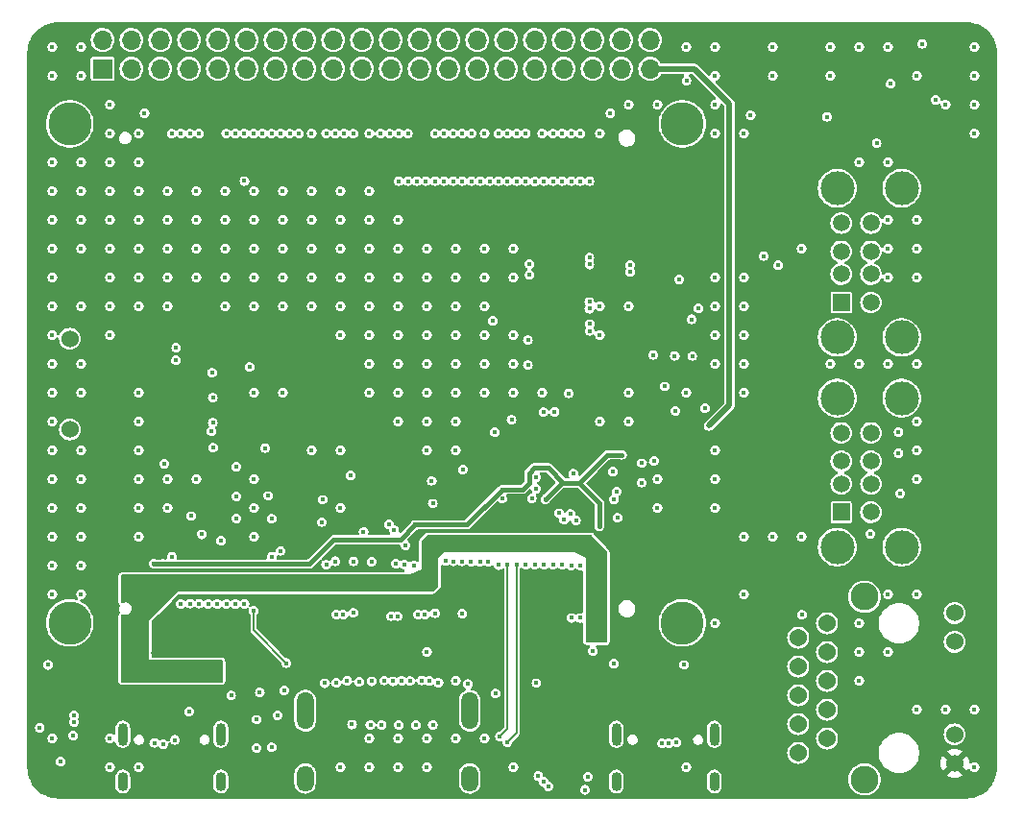
<source format=gbr>
G04 #@! TF.GenerationSoftware,KiCad,Pcbnew,7.0.6*
G04 #@! TF.CreationDate,2023-07-28T17:18:53+08:00*
G04 #@! TF.ProjectId,ZYNQ7000_MINIMB,5a594e51-3730-4303-905f-4d494e494d42,rev?*
G04 #@! TF.SameCoordinates,Original*
G04 #@! TF.FileFunction,Copper,L3,Inr*
G04 #@! TF.FilePolarity,Positive*
%FSLAX46Y46*%
G04 Gerber Fmt 4.6, Leading zero omitted, Abs format (unit mm)*
G04 Created by KiCad (PCBNEW 7.0.6) date 2023-07-28 17:18:53*
%MOMM*%
%LPD*%
G01*
G04 APERTURE LIST*
G04 #@! TA.AperFunction,ComponentPad*
%ADD10C,3.800000*%
G04 #@! TD*
G04 #@! TA.AperFunction,ComponentPad*
%ADD11O,0.900000X2.000000*%
G04 #@! TD*
G04 #@! TA.AperFunction,ComponentPad*
%ADD12O,0.900000X1.700000*%
G04 #@! TD*
G04 #@! TA.AperFunction,ComponentPad*
%ADD13R,1.700000X1.700000*%
G04 #@! TD*
G04 #@! TA.AperFunction,ComponentPad*
%ADD14O,1.700000X1.700000*%
G04 #@! TD*
G04 #@! TA.AperFunction,ComponentPad*
%ADD15C,1.540000*%
G04 #@! TD*
G04 #@! TA.AperFunction,ComponentPad*
%ADD16C,1.530000*%
G04 #@! TD*
G04 #@! TA.AperFunction,ComponentPad*
%ADD17C,2.445000*%
G04 #@! TD*
G04 #@! TA.AperFunction,ComponentPad*
%ADD18O,1.500000X3.300000*%
G04 #@! TD*
G04 #@! TA.AperFunction,ComponentPad*
%ADD19O,1.500000X2.300000*%
G04 #@! TD*
G04 #@! TA.AperFunction,ComponentPad*
%ADD20R,1.500000X1.500000*%
G04 #@! TD*
G04 #@! TA.AperFunction,ComponentPad*
%ADD21C,1.500000*%
G04 #@! TD*
G04 #@! TA.AperFunction,ComponentPad*
%ADD22C,3.000000*%
G04 #@! TD*
G04 #@! TA.AperFunction,WasherPad*
%ADD23C,1.524000*%
G04 #@! TD*
G04 #@! TA.AperFunction,ViaPad*
%ADD24C,0.450000*%
G04 #@! TD*
G04 #@! TA.AperFunction,Conductor*
%ADD25C,0.400000*%
G04 #@! TD*
G04 #@! TA.AperFunction,Conductor*
%ADD26C,0.152400*%
G04 #@! TD*
G04 #@! TA.AperFunction,Conductor*
%ADD27C,0.500000*%
G04 #@! TD*
G04 APERTURE END LIST*
D10*
G04 #@! TO.N,GND*
G04 #@! TO.C,H3*
X128000000Y-104250000D03*
G04 #@! TD*
D11*
G04 #@! TO.N,GND*
G04 #@! TO.C,J5*
X122180000Y-114070000D03*
D12*
X122180000Y-118240000D03*
D11*
X130820000Y-114070000D03*
D12*
X130820000Y-118240000D03*
G04 #@! TD*
D13*
G04 #@! TO.N,GND*
G04 #@! TO.C,J10*
X76900000Y-55400000D03*
D14*
X76900000Y-52860000D03*
G04 #@! TO.N,/P3*
X79440000Y-55400000D03*
G04 #@! TO.N,/P4*
X79440000Y-52860000D03*
G04 #@! TO.N,/P5*
X81980000Y-55400000D03*
G04 #@! TO.N,/P6*
X81980000Y-52860000D03*
G04 #@! TO.N,/P7*
X84520000Y-55400000D03*
G04 #@! TO.N,/P8*
X84520000Y-52860000D03*
G04 #@! TO.N,/P9*
X87060000Y-55400000D03*
G04 #@! TO.N,/P10*
X87060000Y-52860000D03*
G04 #@! TO.N,GND*
X89600000Y-55400000D03*
X89600000Y-52860000D03*
G04 #@! TO.N,/P13*
X92140000Y-55400000D03*
G04 #@! TO.N,/P14*
X92140000Y-52860000D03*
G04 #@! TO.N,/P15*
X94680000Y-55400000D03*
G04 #@! TO.N,/P16*
X94680000Y-52860000D03*
G04 #@! TO.N,/P17*
X97220000Y-55400000D03*
G04 #@! TO.N,/P18*
X97220000Y-52860000D03*
G04 #@! TO.N,/P19*
X99760000Y-55400000D03*
G04 #@! TO.N,/P20*
X99760000Y-52860000D03*
G04 #@! TO.N,/P21*
X102300000Y-55400000D03*
G04 #@! TO.N,/P22*
X102300000Y-52860000D03*
G04 #@! TO.N,/P23*
X104840000Y-55400000D03*
G04 #@! TO.N,/P24*
X104840000Y-52860000D03*
G04 #@! TO.N,/P25*
X107380000Y-55400000D03*
G04 #@! TO.N,/P26*
X107380000Y-52860000D03*
G04 #@! TO.N,/P27*
X109920000Y-55400000D03*
G04 #@! TO.N,/P28*
X109920000Y-52860000D03*
G04 #@! TO.N,/P29*
X112460000Y-55400000D03*
G04 #@! TO.N,/P30*
X112460000Y-52860000D03*
G04 #@! TO.N,/P31*
X115000000Y-55400000D03*
G04 #@! TO.N,/P32*
X115000000Y-52860000D03*
G04 #@! TO.N,/P33*
X117540000Y-55400000D03*
G04 #@! TO.N,/P34*
X117540000Y-52860000D03*
G04 #@! TO.N,/P35*
X120080000Y-55400000D03*
G04 #@! TO.N,/P36*
X120080000Y-52860000D03*
G04 #@! TO.N,GND*
X122620000Y-55400000D03*
X122620000Y-52860000D03*
G04 #@! TO.N,/VDD5VD*
X125160000Y-55400000D03*
X125160000Y-52860000D03*
G04 #@! TD*
D10*
G04 #@! TO.N,GND*
G04 #@! TO.C,H2*
X74000000Y-60250000D03*
G04 #@! TD*
G04 #@! TO.N,GND*
G04 #@! TO.C,H4*
X74000000Y-104250000D03*
G04 #@! TD*
D15*
G04 #@! TO.N,Net-(U1-CT)*
G04 #@! TO.C,U1*
X138206000Y-115715000D03*
G04 #@! TO.N,/PHY0_P*
X140746000Y-114445000D03*
G04 #@! TO.N,/PHY0_N*
X138206000Y-113175000D03*
G04 #@! TO.N,/PHY1_P*
X140746000Y-111905000D03*
G04 #@! TO.N,/PHY2_P*
X138206000Y-110635000D03*
G04 #@! TO.N,/PHY2_N*
X140746000Y-109365000D03*
G04 #@! TO.N,/PHY1_N*
X138206000Y-108095000D03*
G04 #@! TO.N,/PHY3_P*
X140746000Y-106825000D03*
G04 #@! TO.N,/PHY3_N*
X138206000Y-105555000D03*
G04 #@! TO.N,GND*
X140746000Y-104285000D03*
D16*
G04 #@! TO.N,Net-(U1-LEDG_A)*
X151996000Y-103375000D03*
G04 #@! TO.N,GND*
X151996000Y-105915000D03*
G04 #@! TO.N,Net-(U1-LEDY_K)*
X151996000Y-114085000D03*
G04 #@! TO.N,/VDD3V3D*
X151996000Y-116625000D03*
D17*
G04 #@! TO.N,GND*
X144046000Y-101950000D03*
X144046000Y-118050000D03*
G04 #@! TD*
D18*
G04 #@! TO.N,GND*
G04 #@! TO.C,J6*
X94750000Y-112000000D03*
D19*
X94750000Y-117960000D03*
D18*
X109250000Y-112000000D03*
D19*
X109250000Y-117960000D03*
G04 #@! TD*
D20*
G04 #@! TO.N,/USB_5V*
G04 #@! TO.C,J8*
X142000000Y-94500000D03*
D21*
G04 #@! TO.N,/usb/1H_DN*
X142000000Y-92000000D03*
G04 #@! TO.N,/usb/1H_DP*
X142000000Y-90000000D03*
G04 #@! TO.N,GND*
X142000000Y-87500000D03*
G04 #@! TO.N,/USB_5V*
X144620000Y-94500000D03*
G04 #@! TO.N,/usb/2H_DN*
X144620000Y-92000000D03*
G04 #@! TO.N,/usb/2H_DP*
X144620000Y-90000000D03*
G04 #@! TO.N,GND*
X144620000Y-87500000D03*
D22*
X141650000Y-97570000D03*
X147330000Y-97570000D03*
X141650000Y-84430000D03*
X147330000Y-84430000D03*
G04 #@! TD*
D11*
G04 #@! TO.N,GND*
G04 #@! TO.C,J9*
X78680000Y-114070000D03*
D12*
X78680000Y-118240000D03*
D11*
X87320000Y-114070000D03*
D12*
X87320000Y-118240000D03*
G04 #@! TD*
D20*
G04 #@! TO.N,/USB_5V*
G04 #@! TO.C,J11*
X142000000Y-76000000D03*
D21*
G04 #@! TO.N,/usb/3H_DN*
X142000000Y-73500000D03*
G04 #@! TO.N,/usb/3H_DP*
X142000000Y-71500000D03*
G04 #@! TO.N,GND*
X142000000Y-69000000D03*
G04 #@! TO.N,/USB_5V*
X144620000Y-76000000D03*
G04 #@! TO.N,/usb/4H_DN*
X144620000Y-73500000D03*
G04 #@! TO.N,/usb/4H_DP*
X144620000Y-71500000D03*
G04 #@! TO.N,GND*
X144620000Y-69000000D03*
D22*
X141650000Y-79070000D03*
X147330000Y-79070000D03*
X141650000Y-65930000D03*
X147330000Y-65930000D03*
G04 #@! TD*
D10*
G04 #@! TO.N,GND*
G04 #@! TO.C,H1*
X128000000Y-60250000D03*
G04 #@! TD*
D23*
G04 #@! TO.N,*
G04 #@! TO.C,U5*
X74010000Y-87200000D03*
X74010000Y-79200000D03*
G04 #@! TD*
D24*
G04 #@! TO.N,GND*
X108025000Y-76325000D03*
G04 #@! TO.N,/VDD1V8D*
X115930000Y-93350000D03*
X81410000Y-99050000D03*
X122670000Y-89430000D03*
X82200000Y-99050000D03*
X114480000Y-91890000D03*
X120680000Y-95710000D03*
X112110000Y-92490000D03*
X104460000Y-95600000D03*
G04 #@! TO.N,/VDD3V3D*
X86610000Y-83300000D03*
X82200000Y-106880000D03*
X124290000Y-83810000D03*
X87950000Y-85210000D03*
X107820000Y-107680000D03*
X94950000Y-107700000D03*
X118112500Y-87377500D03*
X102100000Y-89610000D03*
X81400000Y-106890000D03*
X87250000Y-80530000D03*
X137330000Y-54660000D03*
X96310000Y-96340000D03*
X98730000Y-92210000D03*
X91650000Y-90480000D03*
X96210000Y-94390000D03*
G04 #@! TO.N,GND*
X72465000Y-53465000D03*
X143585000Y-109345000D03*
X148665000Y-101725000D03*
X148665000Y-81405000D03*
X130885000Y-89025000D03*
X143585000Y-106805000D03*
X130885000Y-76325000D03*
X141045000Y-53465000D03*
X75005000Y-89025000D03*
X133425000Y-76325000D03*
X108025000Y-73785000D03*
X123265000Y-86485000D03*
X148665000Y-68705000D03*
X105485000Y-116965000D03*
X130885000Y-61085000D03*
X75005000Y-66165000D03*
X100405000Y-61085000D03*
X146125000Y-68705000D03*
X82625000Y-94105000D03*
X118200000Y-103810000D03*
X125805000Y-91565000D03*
X119420000Y-118970000D03*
X148665000Y-111885000D03*
X102945000Y-83945000D03*
X143585000Y-53465000D03*
X92785000Y-68705000D03*
X111475000Y-87425000D03*
X108025000Y-89025000D03*
X97865000Y-89025000D03*
X120725000Y-78865000D03*
X105485000Y-76325000D03*
X92785000Y-83945000D03*
X77545000Y-61085000D03*
X80085000Y-116965000D03*
X90245000Y-91565000D03*
X85165000Y-66165000D03*
X135965000Y-53465000D03*
X143585000Y-63625000D03*
X125450000Y-80620000D03*
X108610000Y-103430000D03*
X143585000Y-81405000D03*
X87705000Y-66165000D03*
X102945000Y-76325000D03*
X77545000Y-66165000D03*
X105485000Y-86485000D03*
X72465000Y-66165000D03*
X110565000Y-78865000D03*
X82625000Y-66165000D03*
X77545000Y-76325000D03*
X105910000Y-91720000D03*
X82625000Y-91565000D03*
X103600000Y-97400000D03*
X128345000Y-83945000D03*
X119000000Y-103810000D03*
X134015000Y-59490000D03*
X80085000Y-71245000D03*
X95325000Y-68705000D03*
X102945000Y-86485000D03*
X85165000Y-91565000D03*
X72465000Y-68705000D03*
X110565000Y-76325000D03*
X87705000Y-71245000D03*
X108025000Y-78865000D03*
X109400000Y-65300000D03*
X80590000Y-59300000D03*
X80085000Y-91565000D03*
X102945000Y-116965000D03*
X115645000Y-83945000D03*
X90245000Y-96645000D03*
X110565000Y-73785000D03*
X84720000Y-94830000D03*
X153745000Y-61085000D03*
X95325000Y-76325000D03*
X101500000Y-113260000D03*
X97865000Y-68705000D03*
X90245000Y-66165000D03*
X85165000Y-68705000D03*
X88680000Y-90470000D03*
X138540000Y-103520000D03*
X108650000Y-90720000D03*
X118375000Y-91100000D03*
X108025000Y-81405000D03*
X96450000Y-109570000D03*
X125805000Y-94105000D03*
X77545000Y-71245000D03*
X102945000Y-68705000D03*
X109400000Y-61090000D03*
X123265000Y-58545000D03*
X96290000Y-93390000D03*
X72465000Y-99185000D03*
X90245000Y-94105000D03*
X72465000Y-94105000D03*
X80085000Y-96645000D03*
X102945000Y-78865000D03*
X92300000Y-112400000D03*
X128345000Y-53465000D03*
X113105000Y-73785000D03*
X90245000Y-76325000D03*
X115300000Y-117770000D03*
X100405000Y-66165000D03*
X75005000Y-83945000D03*
X106200000Y-103400000D03*
X90480000Y-112775000D03*
X144560000Y-96390000D03*
X113105000Y-71245000D03*
X110565000Y-61085000D03*
X133425000Y-73785000D03*
X95325000Y-61085000D03*
X90245000Y-68705000D03*
X115645000Y-61085000D03*
X146360000Y-56720000D03*
X129415000Y-76525000D03*
X128870000Y-80710000D03*
X124420000Y-91880000D03*
X97865000Y-94105000D03*
X115130000Y-109560000D03*
X100405000Y-73785000D03*
X102945000Y-81405000D03*
X105485000Y-89025000D03*
X100405000Y-116965000D03*
X130885000Y-104265000D03*
X153745000Y-116965000D03*
X130885000Y-56005000D03*
X72465000Y-56005000D03*
X141045000Y-81405000D03*
X151205000Y-111885000D03*
X72465000Y-71245000D03*
X75005000Y-101725000D03*
X140730000Y-59620000D03*
X148665000Y-71245000D03*
X80085000Y-89025000D03*
X92785000Y-73785000D03*
X100405000Y-71245000D03*
X145120000Y-61970000D03*
X100405000Y-78865000D03*
X146125000Y-106805000D03*
X108025000Y-109345000D03*
X105485000Y-73785000D03*
X153745000Y-58545000D03*
X120725000Y-86485000D03*
X105485000Y-78865000D03*
X89400000Y-61100000D03*
X82625000Y-71245000D03*
X72465000Y-91565000D03*
X124420000Y-90170000D03*
X95325000Y-73785000D03*
X105485000Y-83945000D03*
X105485000Y-114425000D03*
X113105000Y-81405000D03*
X99900000Y-96230000D03*
X72465000Y-83945000D03*
X125805000Y-58545000D03*
X97865000Y-76325000D03*
X123265000Y-83945000D03*
X80085000Y-76325000D03*
X98755000Y-91245000D03*
X153745000Y-111885000D03*
X82625000Y-73785000D03*
X111290000Y-77620000D03*
X85165000Y-73785000D03*
X98880000Y-113210000D03*
X118200000Y-99200000D03*
X112940000Y-86340000D03*
X146125000Y-73785000D03*
X75005000Y-76325000D03*
X95325000Y-66165000D03*
X148665000Y-89025000D03*
X113105000Y-83945000D03*
X130885000Y-73785000D03*
X135965000Y-96645000D03*
X77545000Y-78865000D03*
X135965000Y-56005000D03*
X113105000Y-116965000D03*
X108025000Y-83945000D03*
X106000000Y-113250000D03*
X133425000Y-101725000D03*
X92785000Y-76325000D03*
X77545000Y-73785000D03*
X80085000Y-61085000D03*
X148665000Y-86485000D03*
X148665000Y-91565000D03*
X146125000Y-101725000D03*
X147050000Y-87420000D03*
X80085000Y-86485000D03*
X113105000Y-78865000D03*
X96210000Y-95360000D03*
X150315000Y-58110000D03*
X97865000Y-116965000D03*
X72465000Y-89025000D03*
X100405000Y-81405000D03*
X95325000Y-89025000D03*
X80085000Y-66165000D03*
X141045000Y-56005000D03*
X75005000Y-68705000D03*
X119000000Y-99200000D03*
X92785000Y-66165000D03*
X75005000Y-56005000D03*
X103000000Y-113250000D03*
X151205000Y-58545000D03*
X146125000Y-63625000D03*
X89400000Y-65290000D03*
X100405000Y-76325000D03*
X114530000Y-72630000D03*
X133425000Y-61085000D03*
X108025000Y-114425000D03*
X72465000Y-96645000D03*
X148665000Y-73785000D03*
X148665000Y-56005000D03*
X122280000Y-94970000D03*
X105485000Y-71245000D03*
X105485000Y-106805000D03*
X85165000Y-71245000D03*
X90245000Y-83945000D03*
X126460000Y-83400000D03*
X108025000Y-71245000D03*
X73200000Y-116500000D03*
X104500000Y-113250000D03*
X112125000Y-93300000D03*
X82625000Y-68705000D03*
X114530000Y-73580000D03*
X133425000Y-83945000D03*
X80085000Y-68705000D03*
X102945000Y-114425000D03*
X146125000Y-53465000D03*
X128360000Y-56440000D03*
X75005000Y-63625000D03*
X72465000Y-114425000D03*
X114380000Y-81530000D03*
X75005000Y-94105000D03*
X92785000Y-71245000D03*
X87705000Y-76325000D03*
X133425000Y-96645000D03*
X87705000Y-73785000D03*
X90245000Y-73785000D03*
X99000000Y-103350000D03*
X97865000Y-73785000D03*
X146125000Y-81405000D03*
X72465000Y-73785000D03*
X80085000Y-83945000D03*
X100405000Y-83945000D03*
X130885000Y-53465000D03*
X72465000Y-63625000D03*
X130885000Y-58545000D03*
X100405000Y-114425000D03*
X149115000Y-53190000D03*
X77545000Y-116965000D03*
X75005000Y-99185000D03*
X133425000Y-78865000D03*
X138505000Y-71245000D03*
X114380000Y-79330000D03*
X129987500Y-85312500D03*
X72465000Y-101725000D03*
X110565000Y-81405000D03*
X77545000Y-68705000D03*
X95325000Y-71245000D03*
X102945000Y-73785000D03*
X75005000Y-81405000D03*
X92900000Y-110200000D03*
X87705000Y-68705000D03*
X77545000Y-58545000D03*
X90245000Y-71245000D03*
X130885000Y-94105000D03*
X108025000Y-86485000D03*
X125490000Y-89950000D03*
X130885000Y-78865000D03*
X97865000Y-71245000D03*
X72465000Y-78865000D03*
X119650000Y-117820000D03*
X100405000Y-68705000D03*
X82625000Y-76325000D03*
X121650000Y-59300000D03*
X80085000Y-73785000D03*
X111800000Y-99150000D03*
X147050000Y-89280000D03*
X72465000Y-81405000D03*
X82330000Y-90200000D03*
X83000000Y-98400000D03*
X138505000Y-96645000D03*
X75005000Y-91565000D03*
X72465000Y-86485000D03*
X102945000Y-71245000D03*
X130885000Y-81405000D03*
X75005000Y-53465000D03*
X117960000Y-84010000D03*
X123265000Y-76325000D03*
X80085000Y-94105000D03*
X75005000Y-96645000D03*
X110565000Y-71245000D03*
X120725000Y-76325000D03*
X146125000Y-71245000D03*
X97865000Y-66165000D03*
X105485000Y-81405000D03*
X120725000Y-61085000D03*
X143585000Y-104265000D03*
X96600000Y-99100000D03*
X110565000Y-83945000D03*
X80085000Y-63625000D03*
X130885000Y-91565000D03*
X75005000Y-71245000D03*
X147210000Y-92840000D03*
X77545000Y-63625000D03*
X153745000Y-53465000D03*
X97865000Y-78865000D03*
X72465000Y-76325000D03*
X153745000Y-56005000D03*
X128345000Y-116965000D03*
X133425000Y-81405000D03*
X110565000Y-114425000D03*
X77545000Y-114425000D03*
G04 #@! TO.N,/B35_L10P*
X83800000Y-102575000D03*
X106500000Y-109525000D03*
G04 #@! TO.N,/B35_L10N*
X105704609Y-109370391D03*
X84600000Y-102550000D03*
G04 #@! TO.N,/B35_L14P*
X85400000Y-102550000D03*
X105000000Y-109325000D03*
G04 #@! TO.N,/B35_L14N*
X104000000Y-109375000D03*
X86200000Y-102575000D03*
G04 #@! TO.N,/B35_L16P*
X87000000Y-102575000D03*
X103262500Y-109337500D03*
G04 #@! TO.N,/B35_L16N*
X87800000Y-102575000D03*
X102500000Y-109400000D03*
G04 #@! TO.N,/B35_L5P*
X88600000Y-102575000D03*
X101698591Y-109329098D03*
G04 #@! TO.N,/B35_L5N*
X100600000Y-109400000D03*
X89400000Y-102575000D03*
G04 #@! TO.N,/B35_L3P*
X100500000Y-113250000D03*
X90200000Y-103190000D03*
X93100000Y-107800000D03*
G04 #@! TO.N,/B35_L20P*
X91800000Y-98400000D03*
X91800000Y-95050000D03*
G04 #@! TO.N,/B35_L20N*
X92600000Y-97900000D03*
X91500000Y-93050000D03*
G04 #@! TO.N,/B1MIO45*
X102150000Y-95575000D03*
X97400000Y-98825000D03*
G04 #@! TO.N,/PHY0_P*
X97498800Y-103531758D03*
G04 #@! TO.N,/PHY0_N*
X98101200Y-103531758D03*
G04 #@! TO.N,/B1MIO43*
X99000000Y-98825000D03*
X106000000Y-93725000D03*
G04 #@! TO.N,/B1MIO41*
X100600000Y-98850000D03*
X102600000Y-96075000D03*
G04 #@! TO.N,/B1MIO39*
X102748426Y-99028100D03*
X121870187Y-90903900D03*
G04 #@! TO.N,/PHY2_P*
X102298800Y-103657695D03*
G04 #@! TO.N,/B1MIO38*
X122200000Y-92660000D03*
X103540000Y-99130000D03*
G04 #@! TO.N,/PHY2_N*
X102901200Y-103657695D03*
G04 #@! TO.N,/B1MIO37*
X121960000Y-93360000D03*
X104310000Y-99170000D03*
G04 #@! TO.N,/PHY3_P*
X104698800Y-103524241D03*
G04 #@! TO.N,/PHY3_N*
X105301200Y-103524241D03*
G04 #@! TO.N,/B1MIO34*
X107140000Y-98800000D03*
X118620000Y-95200000D03*
G04 #@! TO.N,/B1MIO33*
X107810000Y-98820000D03*
X118120000Y-94640000D03*
G04 #@! TO.N,/B1MIO32*
X117560000Y-95150000D03*
X108580000Y-98830000D03*
G04 #@! TO.N,/B1MIO31*
X109370000Y-98860000D03*
X117110000Y-94580000D03*
G04 #@! TO.N,/B1MIO30*
X115100000Y-91396100D03*
X110160000Y-98880000D03*
G04 #@! TO.N,/B1MIO29*
X115100000Y-92413900D03*
X110893799Y-98882396D03*
G04 #@! TO.N,/B0MIO15*
X111920000Y-114260000D03*
X112600000Y-99130000D03*
G04 #@! TO.N,/B0MIO14*
X112570000Y-114760000D03*
X113400000Y-99130000D03*
G04 #@! TO.N,/B0MIO13*
X114200000Y-99130000D03*
G04 #@! TO.N,/B0MIO12*
X115000000Y-99130000D03*
G04 #@! TO.N,/B0MIO11*
X115800000Y-99130000D03*
G04 #@! TO.N,/B0MIO10*
X116600000Y-99130000D03*
X89860000Y-81700000D03*
X91210000Y-88830000D03*
G04 #@! TO.N,/B0MIO09*
X114730000Y-93260000D03*
X117400000Y-99130000D03*
G04 #@! TO.N,/VDD5VD*
X119810000Y-99220000D03*
X120590000Y-103790000D03*
X84970000Y-107790000D03*
X74300000Y-114200000D03*
X130350000Y-86860000D03*
X83973512Y-107790000D03*
X86000000Y-107790000D03*
X80970000Y-107790000D03*
X78980000Y-107790000D03*
X120200000Y-98600000D03*
X120600000Y-99220000D03*
X86970000Y-107790000D03*
X119800000Y-103790000D03*
X80000000Y-107790000D03*
X82970000Y-107790000D03*
X82000000Y-107790000D03*
G04 #@! TO.N,/B35_L11P*
X83000000Y-61100000D03*
G04 #@! TO.N,/B35_L11N*
X83800000Y-61100000D03*
G04 #@! TO.N,/B35_L21P*
X84600000Y-61100000D03*
G04 #@! TO.N,/B35_L21N*
X85400000Y-61100000D03*
G04 #@! TO.N,/B35_L7P*
X87800000Y-61100000D03*
G04 #@! TO.N,/B35_L7N*
X88600000Y-61100000D03*
G04 #@! TO.N,/B34_L12N*
X90200000Y-61100000D03*
G04 #@! TO.N,/B34_IO25*
X91000000Y-61100000D03*
G04 #@! TO.N,/B34_L15P*
X91800000Y-61100000D03*
G04 #@! TO.N,/B34_L15N*
X92600000Y-61100000D03*
G04 #@! TO.N,/B34_L24P*
X93400000Y-61100000D03*
G04 #@! TO.N,/B34_L24N*
X94200000Y-61100000D03*
G04 #@! TO.N,/B34_L16P*
X96600000Y-61100000D03*
G04 #@! TO.N,/B34_L16N*
X97400000Y-61100000D03*
G04 #@! TO.N,/B34_L17P*
X98200000Y-61100000D03*
G04 #@! TO.N,/B34_L17N*
X99000000Y-61100000D03*
G04 #@! TO.N,/B34_L10P*
X101400000Y-61100000D03*
G04 #@! TO.N,/B34_L10N*
X102200000Y-61100000D03*
G04 #@! TO.N,/B34_L8P*
X103000000Y-61100000D03*
G04 #@! TO.N,/B34_L11P*
X103000000Y-65300000D03*
G04 #@! TO.N,/B34_L8N*
X103800000Y-61100000D03*
G04 #@! TO.N,/B34_L11N*
X103800000Y-65300000D03*
G04 #@! TO.N,/B34_L5P*
X104600000Y-65300000D03*
G04 #@! TO.N,/B34_L5N*
X105400000Y-65300000D03*
G04 #@! TO.N,/B34_L2P*
X106200000Y-61100000D03*
G04 #@! TO.N,/B34_L3P*
X106200000Y-65300000D03*
G04 #@! TO.N,/B34_L2N*
X107000000Y-61100000D03*
G04 #@! TO.N,/B34_L3N*
X107000000Y-65300000D03*
G04 #@! TO.N,/B34_L1P*
X107800000Y-61100000D03*
G04 #@! TO.N,/B34_L4P*
X107800000Y-65300000D03*
G04 #@! TO.N,/B34_L1N*
X108600000Y-61100000D03*
G04 #@! TO.N,/B34_L4N*
X108600000Y-65300000D03*
G04 #@! TO.N,/B13_L12P*
X110200000Y-65300000D03*
G04 #@! TO.N,/B13_L12N*
X111000000Y-65300000D03*
G04 #@! TO.N,/B13_L19P*
X111800000Y-61100000D03*
G04 #@! TO.N,/B13_L20P*
X111800000Y-65300000D03*
G04 #@! TO.N,/B13_L19N*
X112600000Y-61100000D03*
G04 #@! TO.N,/B13_L20N*
X112600000Y-65300000D03*
G04 #@! TO.N,/B13_L18P*
X113400000Y-61100000D03*
G04 #@! TO.N,/B13_L21P*
X113400000Y-65300000D03*
G04 #@! TO.N,/B13_L18N*
X114200000Y-61100000D03*
G04 #@! TO.N,/B13_L21N*
X114200000Y-65300000D03*
G04 #@! TO.N,/B13_L17P*
X115000000Y-65332702D03*
G04 #@! TO.N,/B13_L17N*
X115800000Y-65300000D03*
G04 #@! TO.N,/B13_L14P*
X116600000Y-61100000D03*
G04 #@! TO.N,/B13_L15P*
X116600000Y-65300000D03*
G04 #@! TO.N,/B13_L14N*
X117400000Y-61100000D03*
G04 #@! TO.N,/B13_L15N*
X117400000Y-65300000D03*
G04 #@! TO.N,/B13_L13P*
X118200000Y-61100000D03*
G04 #@! TO.N,/B13_L22P*
X118200000Y-65300000D03*
G04 #@! TO.N,/B13_L13N*
X119000000Y-61100000D03*
G04 #@! TO.N,/B13_L22N*
X119000000Y-65300000D03*
G04 #@! TO.N,/B13_L06N*
X119800000Y-65300000D03*
G04 #@! TO.N,Net-(R10-Pad1)*
X135180000Y-71897162D03*
X121960000Y-107840000D03*
G04 #@! TO.N,Net-(R11-Pad1)*
X136440000Y-72710000D03*
X120120000Y-106730000D03*
G04 #@! TO.N,/usb_to_uart/UART_D-*
X126788544Y-114880000D03*
X116184020Y-118664025D03*
G04 #@! TO.N,/usb_to_uart/UART_D+*
X115775969Y-118255974D03*
X127470063Y-114786891D03*
X126211456Y-114880000D03*
G04 #@! TO.N,Net-(J9-CC1)*
X81450000Y-114830000D03*
X90480000Y-115270000D03*
G04 #@! TO.N,Net-(J9-CC2)*
X84510000Y-112050000D03*
X91800000Y-115230000D03*
G04 #@! TO.N,Net-(U1-LEDG_A)*
X109090000Y-109650000D03*
G04 #@! TO.N,Net-(U1-LEDY_K)*
X111530000Y-110470000D03*
G04 #@! TO.N,Net-(U5-SD_DET)*
X86630000Y-88810000D03*
G04 #@! TO.N,/sd/CMD*
X86540000Y-82200000D03*
G04 #@! TO.N,/sd/CLK*
X86610000Y-84400000D03*
G04 #@! TO.N,/hdmi/HDMI5VD*
X85650000Y-96446900D03*
X90750000Y-110400000D03*
G04 #@! TO.N,/hdmi/HDMI_SCL_E*
X99500000Y-109450000D03*
X87350000Y-97000000D03*
G04 #@! TO.N,/hdmi/HDMI_SDA_E*
X98453100Y-109350000D03*
X88700000Y-95025000D03*
G04 #@! TO.N,/hdmi/HDMI_HPD_E*
X88700000Y-93075000D03*
X97495694Y-109557461D03*
G04 #@! TO.N,/usb/HUB3V3*
X128810000Y-77490000D03*
X127710000Y-73960000D03*
X127330000Y-80700000D03*
G04 #@! TO.N,/usb/USB5VIN*
X88230000Y-110640000D03*
X115760000Y-85670000D03*
G04 #@! TO.N,/usb/H_DP*
X74380000Y-112401456D03*
X123400000Y-72698800D03*
G04 #@! TO.N,Net-(U4-DAT1B0)*
X86490000Y-87360000D03*
G04 #@! TO.N,/usb/2H_DP*
X119810000Y-72651200D03*
G04 #@! TO.N,/usb/3H_DP*
X119803102Y-76551200D03*
G04 #@! TO.N,/usb/4H_DP*
X119820000Y-78501200D03*
G04 #@! TO.N,Net-(U4-DAT0B0)*
X86610000Y-86600000D03*
G04 #@! TO.N,Net-(U4-DAT3B0)*
X83370000Y-81100000D03*
G04 #@! TO.N,Net-(U4-DAT2B0)*
X83380000Y-80000000D03*
G04 #@! TO.N,/USB_5V*
X116740000Y-85640000D03*
X127390000Y-85560000D03*
X128150000Y-107950000D03*
G04 #@! TO.N,/usb/2H_DN*
X119810000Y-72048800D03*
G04 #@! TO.N,/usb/3H_DN*
X119803102Y-75948800D03*
G04 #@! TO.N,/usb/4H_DN*
X119820000Y-77898800D03*
G04 #@! TO.N,/usb/S_DN*
X82250000Y-114920000D03*
X83260000Y-114570000D03*
G04 #@! TO.N,/usb/USB_DN*
X72090001Y-107960008D03*
X71360005Y-113510009D03*
G04 #@! TO.N,/usb/H_DN*
X123400000Y-73301200D03*
X74380000Y-112978544D03*
G04 #@! TD*
D25*
G04 #@! TO.N,/VDD1V8D*
X81410000Y-99050000D02*
X82200000Y-99050000D01*
X115930000Y-93350000D02*
X117370000Y-91910000D01*
X109000000Y-95600000D02*
X112110000Y-92490000D01*
X116160000Y-90560000D02*
X117510000Y-91910000D01*
X120680000Y-95710000D02*
X120680000Y-93670000D01*
X117370000Y-91910000D02*
X117510000Y-91910000D01*
X114480000Y-91030000D02*
X114950000Y-90560000D01*
X112110000Y-92490000D02*
X113880000Y-92490000D01*
X103140000Y-96920000D02*
X104460000Y-95600000D01*
X117510000Y-91910000D02*
X118920000Y-91910000D01*
X118920000Y-91910000D02*
X121400000Y-89430000D01*
X104460000Y-95600000D02*
X109000000Y-95600000D01*
X114950000Y-90560000D02*
X116160000Y-90560000D01*
X82200000Y-99050000D02*
X95140000Y-99050000D01*
X113880000Y-92490000D02*
X114480000Y-91890000D01*
X95140000Y-99050000D02*
X97270000Y-96920000D01*
X114480000Y-91890000D02*
X114480000Y-91030000D01*
X120680000Y-93670000D02*
X118920000Y-91910000D01*
X97270000Y-96920000D02*
X103140000Y-96920000D01*
X121400000Y-89430000D02*
X122670000Y-89430000D01*
D26*
G04 #@! TO.N,/B35_L3P*
X93100000Y-107800000D02*
X90200000Y-104900000D01*
X90200000Y-104900000D02*
X90200000Y-103190000D01*
G04 #@! TO.N,/B0MIO15*
X111920000Y-114260000D02*
X112600000Y-113580000D01*
X112600000Y-113580000D02*
X112600000Y-99110000D01*
G04 #@! TO.N,/B0MIO14*
X113400000Y-99130000D02*
X113400000Y-113930000D01*
X113400000Y-113930000D02*
X112570000Y-114760000D01*
D27*
G04 #@! TO.N,/VDD5VD*
X129070000Y-55400000D02*
X125160000Y-55400000D01*
X130350000Y-86860000D02*
X132150000Y-85060000D01*
X132150000Y-85060000D02*
X132150000Y-58480000D01*
X132150000Y-58480000D02*
X129070000Y-55400000D01*
G04 #@! TD*
G04 #@! TA.AperFunction,Conductor*
G04 #@! TO.N,/VDD3V3D*
G36*
X153001761Y-51254599D02*
G01*
X153068864Y-51258367D01*
X153303867Y-51271564D01*
X153310887Y-51272356D01*
X153377297Y-51283639D01*
X153607450Y-51322743D01*
X153614332Y-51324315D01*
X153903379Y-51407588D01*
X153910048Y-51409921D01*
X154048592Y-51467308D01*
X154187956Y-51525035D01*
X154194327Y-51528103D01*
X154457591Y-51673604D01*
X154463578Y-51677366D01*
X154708909Y-51851438D01*
X154714436Y-51855846D01*
X154938721Y-52056278D01*
X154943721Y-52061278D01*
X155144153Y-52285563D01*
X155148561Y-52291090D01*
X155322633Y-52536421D01*
X155326395Y-52542408D01*
X155471896Y-52805672D01*
X155474964Y-52812043D01*
X155590076Y-53089946D01*
X155592411Y-53096620D01*
X155675684Y-53385667D01*
X155677258Y-53392560D01*
X155727643Y-53689112D01*
X155728435Y-53696137D01*
X155745401Y-53998237D01*
X155745500Y-54001771D01*
X155745500Y-116998227D01*
X155745401Y-117001761D01*
X155728435Y-117303862D01*
X155727643Y-117310887D01*
X155677258Y-117607439D01*
X155675684Y-117614332D01*
X155592411Y-117903379D01*
X155590076Y-117910053D01*
X155474964Y-118187956D01*
X155471896Y-118194327D01*
X155326395Y-118457591D01*
X155322633Y-118463578D01*
X155148561Y-118708909D01*
X155144153Y-118714436D01*
X154943721Y-118938721D01*
X154938721Y-118943721D01*
X154714436Y-119144153D01*
X154708909Y-119148561D01*
X154463578Y-119322633D01*
X154457591Y-119326395D01*
X154194327Y-119471896D01*
X154187956Y-119474964D01*
X153910053Y-119590076D01*
X153903379Y-119592411D01*
X153614332Y-119675684D01*
X153607439Y-119677258D01*
X153310887Y-119727643D01*
X153303862Y-119728435D01*
X153001762Y-119745401D01*
X152998228Y-119745500D01*
X73001772Y-119745500D01*
X72998238Y-119745401D01*
X72696137Y-119728435D01*
X72689112Y-119727643D01*
X72392560Y-119677258D01*
X72385667Y-119675684D01*
X72096620Y-119592411D01*
X72089946Y-119590076D01*
X71812043Y-119474964D01*
X71805672Y-119471896D01*
X71542408Y-119326395D01*
X71536421Y-119322633D01*
X71291090Y-119148561D01*
X71285563Y-119144153D01*
X71061278Y-118943721D01*
X71056278Y-118938721D01*
X70855846Y-118714436D01*
X70851438Y-118708909D01*
X70831580Y-118680922D01*
X78029500Y-118680922D01*
X78029501Y-118680940D01*
X78044927Y-118803053D01*
X78044929Y-118803058D01*
X78105429Y-118955866D01*
X78105433Y-118955873D01*
X78202035Y-119088835D01*
X78202036Y-119088836D01*
X78202037Y-119088837D01*
X78328674Y-119193600D01*
X78477387Y-119263579D01*
X78477389Y-119263579D01*
X78477390Y-119263580D01*
X78638823Y-119294375D01*
X78638826Y-119294375D01*
X78638830Y-119294376D01*
X78638832Y-119294375D01*
X78638834Y-119294376D01*
X78720844Y-119289216D01*
X78802860Y-119284056D01*
X78802861Y-119284056D01*
X78921924Y-119245370D01*
X78959171Y-119233268D01*
X79047235Y-119177379D01*
X79097939Y-119145203D01*
X79098925Y-119144153D01*
X79210448Y-119025393D01*
X79289627Y-118881368D01*
X79330500Y-118722177D01*
X79330500Y-118680922D01*
X86669500Y-118680922D01*
X86669501Y-118680940D01*
X86684927Y-118803053D01*
X86684929Y-118803058D01*
X86745429Y-118955866D01*
X86745433Y-118955873D01*
X86842035Y-119088835D01*
X86842036Y-119088836D01*
X86842037Y-119088837D01*
X86968674Y-119193600D01*
X87117387Y-119263579D01*
X87117389Y-119263579D01*
X87117390Y-119263580D01*
X87278823Y-119294375D01*
X87278826Y-119294375D01*
X87278830Y-119294376D01*
X87278832Y-119294375D01*
X87278834Y-119294376D01*
X87360844Y-119289216D01*
X87442860Y-119284056D01*
X87442861Y-119284056D01*
X87561924Y-119245370D01*
X87599171Y-119233268D01*
X87687235Y-119177379D01*
X87737939Y-119145203D01*
X87738925Y-119144153D01*
X87850448Y-119025393D01*
X87929627Y-118881368D01*
X87970500Y-118722177D01*
X87970500Y-118408205D01*
X93799500Y-118408205D01*
X93799501Y-118408224D01*
X93812820Y-118539196D01*
X93814155Y-118552321D01*
X93843550Y-118646010D01*
X93872025Y-118736766D01*
X93965842Y-118905794D01*
X94090443Y-119050934D01*
X94091760Y-119052468D01*
X94244627Y-119170796D01*
X94418184Y-119255930D01*
X94605326Y-119304385D01*
X94605331Y-119304385D01*
X94605334Y-119304386D01*
X94798390Y-119314176D01*
X94989474Y-119284903D01*
X95170753Y-119217764D01*
X95334807Y-119115509D01*
X95474919Y-118982323D01*
X95585353Y-118823658D01*
X95661587Y-118646012D01*
X95700500Y-118456656D01*
X95700500Y-118408205D01*
X108299500Y-118408205D01*
X108299501Y-118408224D01*
X108312820Y-118539196D01*
X108314155Y-118552321D01*
X108343550Y-118646010D01*
X108372025Y-118736766D01*
X108465842Y-118905794D01*
X108590443Y-119050934D01*
X108591760Y-119052468D01*
X108744627Y-119170796D01*
X108918184Y-119255930D01*
X109105326Y-119304385D01*
X109105331Y-119304385D01*
X109105334Y-119304386D01*
X109298390Y-119314176D01*
X109489474Y-119284903D01*
X109670753Y-119217764D01*
X109834807Y-119115509D01*
X109974919Y-118982323D01*
X110085353Y-118823658D01*
X110161587Y-118646012D01*
X110200500Y-118456656D01*
X110200500Y-117770000D01*
X114869196Y-117770000D01*
X114890281Y-117903126D01*
X114915757Y-117953126D01*
X114951471Y-118023219D01*
X115046780Y-118118528D01*
X115128110Y-118159968D01*
X115166874Y-118179719D01*
X115246949Y-118192401D01*
X115311099Y-118222812D01*
X115348626Y-118283080D01*
X115351683Y-118297133D01*
X115361102Y-118356602D01*
X115366250Y-118389101D01*
X115427440Y-118509193D01*
X115522749Y-118604502D01*
X115556052Y-118621471D01*
X115642843Y-118665693D01*
X115665910Y-118669346D01*
X115730060Y-118699756D01*
X115767588Y-118760024D01*
X115770646Y-118774080D01*
X115774300Y-118797148D01*
X115774301Y-118797151D01*
X115829655Y-118905791D01*
X115835492Y-118917245D01*
X115930800Y-119012553D01*
X116050894Y-119073744D01*
X116184020Y-119094829D01*
X116317146Y-119073744D01*
X116437240Y-119012553D01*
X116479793Y-118970000D01*
X118989196Y-118970000D01*
X119010281Y-119103126D01*
X119071472Y-119223220D01*
X119166780Y-119318528D01*
X119286874Y-119379719D01*
X119420000Y-119400804D01*
X119553126Y-119379719D01*
X119673220Y-119318528D01*
X119768528Y-119223220D01*
X119829719Y-119103126D01*
X119850804Y-118970000D01*
X119829719Y-118836874D01*
X119768528Y-118716780D01*
X119732670Y-118680922D01*
X121529500Y-118680922D01*
X121529501Y-118680940D01*
X121544927Y-118803053D01*
X121544929Y-118803058D01*
X121605429Y-118955866D01*
X121605433Y-118955873D01*
X121702035Y-119088835D01*
X121702036Y-119088836D01*
X121702037Y-119088837D01*
X121828674Y-119193600D01*
X121977387Y-119263579D01*
X121977389Y-119263579D01*
X121977390Y-119263580D01*
X122138823Y-119294375D01*
X122138826Y-119294375D01*
X122138830Y-119294376D01*
X122138832Y-119294375D01*
X122138834Y-119294376D01*
X122220844Y-119289216D01*
X122302860Y-119284056D01*
X122302861Y-119284056D01*
X122421924Y-119245370D01*
X122459171Y-119233268D01*
X122547235Y-119177379D01*
X122597939Y-119145203D01*
X122598925Y-119144153D01*
X122710448Y-119025393D01*
X122789627Y-118881368D01*
X122830500Y-118722177D01*
X122830500Y-118680922D01*
X130169500Y-118680922D01*
X130169501Y-118680940D01*
X130184927Y-118803053D01*
X130184929Y-118803058D01*
X130245429Y-118955866D01*
X130245433Y-118955873D01*
X130342035Y-119088835D01*
X130342036Y-119088836D01*
X130342037Y-119088837D01*
X130468674Y-119193600D01*
X130617387Y-119263579D01*
X130617389Y-119263579D01*
X130617390Y-119263580D01*
X130778823Y-119294375D01*
X130778826Y-119294375D01*
X130778830Y-119294376D01*
X130778832Y-119294375D01*
X130778834Y-119294376D01*
X130860844Y-119289216D01*
X130942860Y-119284056D01*
X130942861Y-119284056D01*
X131061924Y-119245370D01*
X131099171Y-119233268D01*
X131187235Y-119177379D01*
X131237939Y-119145203D01*
X131238925Y-119144153D01*
X131350448Y-119025393D01*
X131429627Y-118881368D01*
X131470500Y-118722177D01*
X131470500Y-118050000D01*
X142618123Y-118050000D01*
X142637597Y-118285024D01*
X142637599Y-118285033D01*
X142695487Y-118513627D01*
X142695490Y-118513634D01*
X142790219Y-118729593D01*
X142919203Y-118927020D01*
X143078918Y-119100517D01*
X143078923Y-119100521D01*
X143078925Y-119100523D01*
X143236566Y-119223220D01*
X143265024Y-119245370D01*
X143265025Y-119245371D01*
X143472428Y-119357612D01*
X143472430Y-119357613D01*
X143536818Y-119379717D01*
X143695477Y-119434184D01*
X143928087Y-119473000D01*
X143928091Y-119473000D01*
X144163909Y-119473000D01*
X144163913Y-119473000D01*
X144396523Y-119434184D01*
X144619572Y-119357612D01*
X144826975Y-119245371D01*
X145013075Y-119100523D01*
X145057320Y-119052461D01*
X145172796Y-118927020D01*
X145179183Y-118917244D01*
X145301780Y-118729594D01*
X145396511Y-118513631D01*
X145454403Y-118285021D01*
X145473877Y-118050000D01*
X145454403Y-117814979D01*
X145433304Y-117731662D01*
X145396512Y-117586372D01*
X145396509Y-117586365D01*
X145369211Y-117524133D01*
X145301780Y-117370406D01*
X145269714Y-117321325D01*
X145172796Y-117172979D01*
X145013081Y-116999482D01*
X144956091Y-116955125D01*
X144826975Y-116854629D01*
X144826974Y-116854628D01*
X144619571Y-116742387D01*
X144619569Y-116742386D01*
X144396527Y-116665817D01*
X144396520Y-116665815D01*
X144296969Y-116649203D01*
X144163913Y-116627000D01*
X143928087Y-116627000D01*
X143811677Y-116646425D01*
X143695479Y-116665815D01*
X143695472Y-116665817D01*
X143472430Y-116742386D01*
X143472428Y-116742387D01*
X143265025Y-116854628D01*
X143265024Y-116854629D01*
X143078918Y-116999482D01*
X142919203Y-117172979D01*
X142790219Y-117370406D01*
X142695490Y-117586365D01*
X142695487Y-117586372D01*
X142637599Y-117814966D01*
X142637597Y-117814975D01*
X142618123Y-118050000D01*
X131470500Y-118050000D01*
X131470500Y-117799075D01*
X131465288Y-117757815D01*
X131455072Y-117676946D01*
X131455071Y-117676944D01*
X131455071Y-117676942D01*
X131394568Y-117524129D01*
X131385606Y-117511794D01*
X131297964Y-117391164D01*
X131297963Y-117391163D01*
X131171325Y-117286399D01*
X131087025Y-117246731D01*
X131022613Y-117216421D01*
X131022611Y-117216420D01*
X131022610Y-117216420D01*
X131022609Y-117216419D01*
X130861176Y-117185624D01*
X130861165Y-117185623D01*
X130697143Y-117195943D01*
X130697138Y-117195943D01*
X130540829Y-117246731D01*
X130402060Y-117334796D01*
X130289552Y-117454606D01*
X130289551Y-117454607D01*
X130210372Y-117598632D01*
X130210371Y-117598634D01*
X130169501Y-117757815D01*
X130169500Y-117757825D01*
X130169500Y-118680922D01*
X122830500Y-118680922D01*
X122830500Y-117799075D01*
X122825288Y-117757815D01*
X122815072Y-117676946D01*
X122815071Y-117676944D01*
X122815071Y-117676942D01*
X122754568Y-117524129D01*
X122745606Y-117511794D01*
X122657964Y-117391164D01*
X122657963Y-117391163D01*
X122531325Y-117286399D01*
X122447025Y-117246731D01*
X122382613Y-117216421D01*
X122382611Y-117216420D01*
X122382610Y-117216420D01*
X122382609Y-117216419D01*
X122221176Y-117185624D01*
X122221165Y-117185623D01*
X122057143Y-117195943D01*
X122057138Y-117195943D01*
X121900829Y-117246731D01*
X121762060Y-117334796D01*
X121649552Y-117454606D01*
X121649551Y-117454607D01*
X121570372Y-117598632D01*
X121570371Y-117598634D01*
X121529501Y-117757815D01*
X121529500Y-117757825D01*
X121529500Y-118680922D01*
X119732670Y-118680922D01*
X119673220Y-118621472D01*
X119673219Y-118621471D01*
X119613172Y-118590876D01*
X119553126Y-118560281D01*
X119420000Y-118539196D01*
X119419999Y-118539196D01*
X119394945Y-118543164D01*
X119286874Y-118560281D01*
X119286872Y-118560281D01*
X119286872Y-118560282D01*
X119166780Y-118621471D01*
X119071471Y-118716780D01*
X119027511Y-118803058D01*
X119010281Y-118836874D01*
X118989196Y-118970000D01*
X116479793Y-118970000D01*
X116532548Y-118917245D01*
X116593739Y-118797151D01*
X116614824Y-118664025D01*
X116593739Y-118530899D01*
X116532548Y-118410805D01*
X116437240Y-118315497D01*
X116437239Y-118315496D01*
X116317146Y-118254306D01*
X116317143Y-118254305D01*
X116294075Y-118250651D01*
X116229922Y-118220237D01*
X116192397Y-118159968D01*
X116189343Y-118145928D01*
X116185688Y-118122848D01*
X116124497Y-118002754D01*
X116029189Y-117907446D01*
X116029189Y-117907445D01*
X116029188Y-117907445D01*
X115969141Y-117876850D01*
X115909095Y-117846255D01*
X115829019Y-117833572D01*
X115800390Y-117820000D01*
X119219196Y-117820000D01*
X119240281Y-117953126D01*
X119301472Y-118073220D01*
X119396780Y-118168528D01*
X119516874Y-118229719D01*
X119650000Y-118250804D01*
X119783126Y-118229719D01*
X119903220Y-118168528D01*
X119998528Y-118073220D01*
X120059719Y-117953126D01*
X120080804Y-117820000D01*
X120059719Y-117686874D01*
X119998528Y-117566780D01*
X119903220Y-117471472D01*
X119903219Y-117471471D01*
X119843173Y-117440876D01*
X119783126Y-117410281D01*
X119650000Y-117389196D01*
X119649999Y-117389196D01*
X119637574Y-117391164D01*
X119516874Y-117410281D01*
X119516872Y-117410281D01*
X119516872Y-117410282D01*
X119396780Y-117471471D01*
X119301471Y-117566780D01*
X119240282Y-117686872D01*
X119240281Y-117686874D01*
X119219196Y-117820000D01*
X115800390Y-117820000D01*
X115764868Y-117803160D01*
X115727341Y-117742892D01*
X115724286Y-117728850D01*
X115709719Y-117636874D01*
X115648528Y-117516780D01*
X115553220Y-117421472D01*
X115553219Y-117421471D01*
X115447645Y-117367679D01*
X115433126Y-117360281D01*
X115300000Y-117339196D01*
X115166874Y-117360281D01*
X115166872Y-117360281D01*
X115166872Y-117360282D01*
X115046780Y-117421471D01*
X114951471Y-117516780D01*
X114901767Y-117614332D01*
X114890281Y-117636874D01*
X114869196Y-117770000D01*
X110200500Y-117770000D01*
X110200500Y-117511794D01*
X110185845Y-117367679D01*
X110127974Y-117183232D01*
X110034159Y-117014209D01*
X110034157Y-117014205D01*
X109991915Y-116965000D01*
X112674196Y-116965000D01*
X112695281Y-117098126D01*
X112695282Y-117098127D01*
X112755554Y-117216420D01*
X112756472Y-117218220D01*
X112851780Y-117313528D01*
X112971874Y-117374719D01*
X113105000Y-117395804D01*
X113238126Y-117374719D01*
X113358220Y-117313528D01*
X113453528Y-117218220D01*
X113514719Y-117098126D01*
X113535804Y-116965000D01*
X127914196Y-116965000D01*
X127935281Y-117098126D01*
X127935282Y-117098127D01*
X127995554Y-117216420D01*
X127996472Y-117218220D01*
X128091780Y-117313528D01*
X128211874Y-117374719D01*
X128345000Y-117395804D01*
X128478126Y-117374719D01*
X128598220Y-117313528D01*
X128693528Y-117218220D01*
X128754719Y-117098126D01*
X128775804Y-116965000D01*
X128754719Y-116831874D01*
X128693528Y-116711780D01*
X128598220Y-116616472D01*
X128598219Y-116616472D01*
X128598219Y-116616471D01*
X128538173Y-116585876D01*
X128478126Y-116555281D01*
X128345000Y-116534196D01*
X128344999Y-116534196D01*
X128319945Y-116538164D01*
X128211874Y-116555281D01*
X128211872Y-116555281D01*
X128211872Y-116555282D01*
X128091780Y-116616471D01*
X127996471Y-116711780D01*
X127975357Y-116753220D01*
X127935281Y-116831874D01*
X127914196Y-116965000D01*
X113535804Y-116965000D01*
X113514719Y-116831874D01*
X113453528Y-116711780D01*
X113358220Y-116616472D01*
X113358219Y-116616471D01*
X113298173Y-116585876D01*
X113238126Y-116555281D01*
X113105000Y-116534196D01*
X112971874Y-116555281D01*
X112971872Y-116555281D01*
X112971872Y-116555282D01*
X112851780Y-116616471D01*
X112756471Y-116711780D01*
X112735357Y-116753220D01*
X112695281Y-116831874D01*
X112674196Y-116965000D01*
X109991915Y-116965000D01*
X109908245Y-116867538D01*
X109908240Y-116867532D01*
X109755373Y-116749204D01*
X109755369Y-116749202D01*
X109755368Y-116749201D01*
X109665480Y-116705109D01*
X109581816Y-116664070D01*
X109581813Y-116664069D01*
X109469917Y-116635097D01*
X109394674Y-116615615D01*
X109394672Y-116615614D01*
X109394669Y-116615614D01*
X109394665Y-116615613D01*
X109201609Y-116605823D01*
X109010525Y-116635097D01*
X108829244Y-116702237D01*
X108665193Y-116804490D01*
X108525080Y-116937678D01*
X108525078Y-116937680D01*
X108414647Y-117096340D01*
X108338412Y-117273989D01*
X108310404Y-117410282D01*
X108301296Y-117454607D01*
X108299500Y-117463345D01*
X108299500Y-118408205D01*
X95700500Y-118408205D01*
X95700500Y-117511794D01*
X95685845Y-117367679D01*
X95627974Y-117183232D01*
X95534159Y-117014209D01*
X95534157Y-117014205D01*
X95491915Y-116965000D01*
X97434196Y-116965000D01*
X97455281Y-117098126D01*
X97455282Y-117098127D01*
X97515554Y-117216420D01*
X97516472Y-117218220D01*
X97611780Y-117313528D01*
X97731874Y-117374719D01*
X97865000Y-117395804D01*
X97998126Y-117374719D01*
X98118220Y-117313528D01*
X98213528Y-117218220D01*
X98274719Y-117098126D01*
X98295804Y-116965000D01*
X99974196Y-116965000D01*
X99995281Y-117098126D01*
X99995282Y-117098127D01*
X100055554Y-117216420D01*
X100056472Y-117218220D01*
X100151780Y-117313528D01*
X100271874Y-117374719D01*
X100405000Y-117395804D01*
X100538126Y-117374719D01*
X100658220Y-117313528D01*
X100753528Y-117218220D01*
X100814719Y-117098126D01*
X100835804Y-116965000D01*
X102514196Y-116965000D01*
X102535281Y-117098126D01*
X102535282Y-117098127D01*
X102595554Y-117216420D01*
X102596472Y-117218220D01*
X102691780Y-117313528D01*
X102811874Y-117374719D01*
X102945000Y-117395804D01*
X103078126Y-117374719D01*
X103198220Y-117313528D01*
X103293528Y-117218220D01*
X103354719Y-117098126D01*
X103375804Y-116965000D01*
X105054196Y-116965000D01*
X105075281Y-117098126D01*
X105075282Y-117098127D01*
X105135554Y-117216420D01*
X105136472Y-117218220D01*
X105231780Y-117313528D01*
X105351874Y-117374719D01*
X105485000Y-117395804D01*
X105618126Y-117374719D01*
X105738220Y-117313528D01*
X105833528Y-117218220D01*
X105894719Y-117098126D01*
X105915804Y-116965000D01*
X105894719Y-116831874D01*
X105833528Y-116711780D01*
X105738220Y-116616472D01*
X105738219Y-116616471D01*
X105678173Y-116585876D01*
X105618126Y-116555281D01*
X105485000Y-116534196D01*
X105484999Y-116534196D01*
X105459945Y-116538164D01*
X105351874Y-116555281D01*
X105351872Y-116555281D01*
X105351872Y-116555282D01*
X105231780Y-116616471D01*
X105136471Y-116711780D01*
X105115357Y-116753220D01*
X105075281Y-116831874D01*
X105054196Y-116965000D01*
X103375804Y-116965000D01*
X103354719Y-116831874D01*
X103293528Y-116711780D01*
X103198220Y-116616472D01*
X103198219Y-116616471D01*
X103138173Y-116585876D01*
X103078126Y-116555281D01*
X102945000Y-116534196D01*
X102811874Y-116555281D01*
X102811872Y-116555281D01*
X102811872Y-116555282D01*
X102691780Y-116616471D01*
X102596471Y-116711780D01*
X102575357Y-116753220D01*
X102535281Y-116831874D01*
X102514196Y-116965000D01*
X100835804Y-116965000D01*
X100814719Y-116831874D01*
X100753528Y-116711780D01*
X100658220Y-116616472D01*
X100658219Y-116616471D01*
X100598173Y-116585876D01*
X100538126Y-116555281D01*
X100405000Y-116534196D01*
X100271874Y-116555281D01*
X100271872Y-116555281D01*
X100271872Y-116555282D01*
X100151780Y-116616471D01*
X100056471Y-116711780D01*
X100035357Y-116753220D01*
X99995281Y-116831874D01*
X99974196Y-116965000D01*
X98295804Y-116965000D01*
X98274719Y-116831874D01*
X98213528Y-116711780D01*
X98118220Y-116616472D01*
X98118219Y-116616471D01*
X98058173Y-116585876D01*
X97998126Y-116555281D01*
X97865000Y-116534196D01*
X97864999Y-116534196D01*
X97839945Y-116538164D01*
X97731874Y-116555281D01*
X97731872Y-116555281D01*
X97731872Y-116555282D01*
X97611780Y-116616471D01*
X97516471Y-116711780D01*
X97495357Y-116753220D01*
X97455281Y-116831874D01*
X97434196Y-116965000D01*
X95491915Y-116965000D01*
X95408245Y-116867538D01*
X95408240Y-116867532D01*
X95255373Y-116749204D01*
X95255369Y-116749202D01*
X95255368Y-116749201D01*
X95165480Y-116705109D01*
X95081816Y-116664070D01*
X95081813Y-116664069D01*
X94969917Y-116635097D01*
X94894674Y-116615615D01*
X94894672Y-116615614D01*
X94894669Y-116615614D01*
X94894665Y-116615613D01*
X94701609Y-116605823D01*
X94510525Y-116635097D01*
X94329244Y-116702237D01*
X94165193Y-116804490D01*
X94025080Y-116937678D01*
X94025078Y-116937680D01*
X93914647Y-117096340D01*
X93838412Y-117273989D01*
X93810404Y-117410282D01*
X93801296Y-117454607D01*
X93799500Y-117463345D01*
X93799500Y-118408205D01*
X87970500Y-118408205D01*
X87970500Y-117799075D01*
X87965288Y-117757815D01*
X87955072Y-117676946D01*
X87955071Y-117676944D01*
X87955071Y-117676942D01*
X87894568Y-117524129D01*
X87885606Y-117511794D01*
X87797964Y-117391164D01*
X87797963Y-117391163D01*
X87671325Y-117286399D01*
X87587025Y-117246731D01*
X87522613Y-117216421D01*
X87522611Y-117216420D01*
X87522610Y-117216420D01*
X87522609Y-117216419D01*
X87361176Y-117185624D01*
X87361165Y-117185623D01*
X87197143Y-117195943D01*
X87197138Y-117195943D01*
X87040829Y-117246731D01*
X86902060Y-117334796D01*
X86789552Y-117454606D01*
X86789551Y-117454607D01*
X86710372Y-117598632D01*
X86710371Y-117598634D01*
X86669501Y-117757815D01*
X86669500Y-117757825D01*
X86669500Y-118680922D01*
X79330500Y-118680922D01*
X79330500Y-117799075D01*
X79325288Y-117757815D01*
X79315072Y-117676946D01*
X79315071Y-117676944D01*
X79315071Y-117676942D01*
X79254568Y-117524129D01*
X79245606Y-117511794D01*
X79157964Y-117391164D01*
X79157963Y-117391163D01*
X79031325Y-117286399D01*
X78947025Y-117246731D01*
X78882613Y-117216421D01*
X78882611Y-117216420D01*
X78882610Y-117216420D01*
X78882609Y-117216419D01*
X78721176Y-117185624D01*
X78721165Y-117185623D01*
X78557143Y-117195943D01*
X78557138Y-117195943D01*
X78400829Y-117246731D01*
X78262060Y-117334796D01*
X78149552Y-117454606D01*
X78149551Y-117454607D01*
X78070372Y-117598632D01*
X78070371Y-117598634D01*
X78029501Y-117757815D01*
X78029500Y-117757825D01*
X78029500Y-118680922D01*
X70831580Y-118680922D01*
X70677366Y-118463578D01*
X70673604Y-118457591D01*
X70528103Y-118194327D01*
X70525035Y-118187956D01*
X70409923Y-117910053D01*
X70407588Y-117903379D01*
X70324315Y-117614332D01*
X70322743Y-117607450D01*
X70277166Y-117339196D01*
X70272356Y-117310887D01*
X70271564Y-117303861D01*
X70270583Y-117286400D01*
X70254599Y-117001760D01*
X70254500Y-116998227D01*
X70254500Y-116965000D01*
X77114196Y-116965000D01*
X77135281Y-117098126D01*
X77135282Y-117098127D01*
X77195554Y-117216420D01*
X77196472Y-117218220D01*
X77291780Y-117313528D01*
X77411874Y-117374719D01*
X77545000Y-117395804D01*
X77678126Y-117374719D01*
X77798220Y-117313528D01*
X77893528Y-117218220D01*
X77954719Y-117098126D01*
X77975804Y-116965000D01*
X79654196Y-116965000D01*
X79675281Y-117098126D01*
X79675282Y-117098127D01*
X79735554Y-117216420D01*
X79736472Y-117218220D01*
X79831780Y-117313528D01*
X79951874Y-117374719D01*
X80085000Y-117395804D01*
X80218126Y-117374719D01*
X80338220Y-117313528D01*
X80433528Y-117218220D01*
X80494719Y-117098126D01*
X80515804Y-116965000D01*
X80494719Y-116831874D01*
X80433528Y-116711780D01*
X80338220Y-116616472D01*
X80338219Y-116616471D01*
X80278173Y-116585876D01*
X80218126Y-116555281D01*
X80085000Y-116534196D01*
X79951874Y-116555281D01*
X79951872Y-116555281D01*
X79951872Y-116555282D01*
X79831780Y-116616471D01*
X79736471Y-116711780D01*
X79715357Y-116753220D01*
X79675281Y-116831874D01*
X79654196Y-116965000D01*
X77975804Y-116965000D01*
X77954719Y-116831874D01*
X77893528Y-116711780D01*
X77798220Y-116616472D01*
X77798219Y-116616471D01*
X77738173Y-116585876D01*
X77678126Y-116555281D01*
X77545000Y-116534196D01*
X77544999Y-116534196D01*
X77519945Y-116538164D01*
X77411874Y-116555281D01*
X77411872Y-116555281D01*
X77411872Y-116555282D01*
X77291780Y-116616471D01*
X77196471Y-116711780D01*
X77175357Y-116753220D01*
X77135281Y-116831874D01*
X77114196Y-116965000D01*
X70254500Y-116965000D01*
X70254500Y-116500000D01*
X72769196Y-116500000D01*
X72790281Y-116633126D01*
X72806938Y-116665817D01*
X72849425Y-116749204D01*
X72851472Y-116753220D01*
X72946780Y-116848528D01*
X73066874Y-116909719D01*
X73200000Y-116930804D01*
X73333126Y-116909719D01*
X73453220Y-116848528D01*
X73548528Y-116753220D01*
X73609719Y-116633126D01*
X73630804Y-116500000D01*
X73609719Y-116366874D01*
X73548528Y-116246780D01*
X73453220Y-116151472D01*
X73453219Y-116151471D01*
X73381640Y-116115000D01*
X73333126Y-116090281D01*
X73200000Y-116069196D01*
X73066874Y-116090281D01*
X73066872Y-116090281D01*
X73066872Y-116090282D01*
X72946780Y-116151471D01*
X72851471Y-116246780D01*
X72790547Y-116366352D01*
X72790281Y-116366874D01*
X72769196Y-116500000D01*
X70254500Y-116500000D01*
X70254500Y-115715003D01*
X137230804Y-115715003D01*
X137249540Y-115905244D01*
X137249541Y-115905250D01*
X137249542Y-115905251D01*
X137305036Y-116088191D01*
X137395154Y-116256790D01*
X137516432Y-116404568D01*
X137664210Y-116525846D01*
X137832809Y-116615964D01*
X138015749Y-116671458D01*
X138015753Y-116671458D01*
X138015755Y-116671459D01*
X138205997Y-116690196D01*
X138206000Y-116690196D01*
X138206003Y-116690196D01*
X138396244Y-116671459D01*
X138396245Y-116671458D01*
X138396251Y-116671458D01*
X138579191Y-116615964D01*
X138747790Y-116525846D01*
X138895568Y-116404568D01*
X139016846Y-116256790D01*
X139106964Y-116088191D01*
X139162458Y-115905251D01*
X139168074Y-115848235D01*
X145318100Y-115848235D01*
X145351405Y-116069196D01*
X145357816Y-116111729D01*
X145357818Y-116111739D01*
X145436355Y-116366352D01*
X145436362Y-116366370D01*
X145551972Y-116606436D01*
X145551977Y-116606444D01*
X145702079Y-116826604D01*
X145702089Y-116826617D01*
X145862485Y-116999482D01*
X145883330Y-117021947D01*
X146091665Y-117188089D01*
X146091668Y-117188091D01*
X146322430Y-117321322D01*
X146322434Y-117321323D01*
X146322435Y-117321324D01*
X146570485Y-117418676D01*
X146830275Y-117477972D01*
X146984691Y-117489543D01*
X147029476Y-117492900D01*
X147029479Y-117492900D01*
X147162524Y-117492900D01*
X147204185Y-117489777D01*
X147361725Y-117477972D01*
X147621515Y-117418676D01*
X147869565Y-117321324D01*
X147869567Y-117321322D01*
X147869569Y-117321322D01*
X147998764Y-117246731D01*
X148100335Y-117188089D01*
X148308670Y-117021947D01*
X148489916Y-116826611D01*
X148627373Y-116624999D01*
X150718137Y-116624999D01*
X150737551Y-116846897D01*
X150795201Y-117062053D01*
X150795203Y-117062058D01*
X150889340Y-117263937D01*
X150889341Y-117263938D01*
X150934028Y-117327758D01*
X150934031Y-117327758D01*
X151503582Y-116758206D01*
X151527318Y-116839040D01*
X151606605Y-116962413D01*
X151717438Y-117058451D01*
X151850839Y-117119373D01*
X151859579Y-117120629D01*
X151293240Y-117686968D01*
X151293240Y-117686969D01*
X151357067Y-117731661D01*
X151558941Y-117825796D01*
X151558946Y-117825798D01*
X151774102Y-117883448D01*
X151996000Y-117902862D01*
X152217897Y-117883448D01*
X152433053Y-117825798D01*
X152433058Y-117825796D01*
X152634931Y-117731662D01*
X152698758Y-117686969D01*
X152698758Y-117686967D01*
X152132420Y-117120629D01*
X152141161Y-117119373D01*
X152274562Y-117058451D01*
X152385395Y-116962413D01*
X152464682Y-116839040D01*
X152488416Y-116758207D01*
X153057967Y-117327758D01*
X153057969Y-117327758D01*
X153102662Y-117263930D01*
X153102664Y-117263927D01*
X153145012Y-117173112D01*
X153191929Y-117119826D01*
X153260206Y-117100365D01*
X153328166Y-117120906D01*
X153371473Y-117169157D01*
X153382026Y-117189868D01*
X153395554Y-117216420D01*
X153396472Y-117218220D01*
X153491780Y-117313528D01*
X153611874Y-117374719D01*
X153745000Y-117395804D01*
X153878126Y-117374719D01*
X153998220Y-117313528D01*
X154093528Y-117218220D01*
X154154719Y-117098126D01*
X154175804Y-116965000D01*
X154154719Y-116831874D01*
X154093528Y-116711780D01*
X153998220Y-116616472D01*
X153998219Y-116616471D01*
X153938173Y-116585876D01*
X153878126Y-116555281D01*
X153745000Y-116534196D01*
X153611874Y-116555281D01*
X153611872Y-116555281D01*
X153611872Y-116555282D01*
X153491780Y-116616471D01*
X153491780Y-116616472D01*
X153481771Y-116626481D01*
X153419458Y-116660504D01*
X153348642Y-116655437D01*
X153291808Y-116612889D01*
X153267157Y-116548364D01*
X153254448Y-116403103D01*
X153196798Y-116187946D01*
X153196796Y-116187942D01*
X153102659Y-115986064D01*
X153102658Y-115986062D01*
X153057970Y-115922240D01*
X153057968Y-115922240D01*
X152488416Y-116491791D01*
X152464682Y-116410960D01*
X152385395Y-116287587D01*
X152274562Y-116191549D01*
X152141161Y-116130627D01*
X152132419Y-116129370D01*
X152698758Y-115563029D01*
X152698758Y-115563028D01*
X152634938Y-115518341D01*
X152634937Y-115518340D01*
X152433058Y-115424203D01*
X152433053Y-115424201D01*
X152217897Y-115366551D01*
X151995999Y-115347137D01*
X151774102Y-115366551D01*
X151558946Y-115424201D01*
X151558942Y-115424203D01*
X151357067Y-115518339D01*
X151293239Y-115563030D01*
X151859579Y-116129370D01*
X151850839Y-116130627D01*
X151717438Y-116191549D01*
X151606605Y-116287587D01*
X151527318Y-116410960D01*
X151503582Y-116491792D01*
X150934030Y-115922240D01*
X150889339Y-115986067D01*
X150795203Y-116187942D01*
X150795201Y-116187946D01*
X150737551Y-116403102D01*
X150718137Y-116624999D01*
X148627373Y-116624999D01*
X148640024Y-116606443D01*
X148755641Y-116366361D01*
X148779940Y-116287587D01*
X148834181Y-116111739D01*
X148834181Y-116111738D01*
X148834184Y-116111729D01*
X148873900Y-115848235D01*
X148873900Y-115581765D01*
X148834184Y-115318271D01*
X148831881Y-115310804D01*
X148755644Y-115063647D01*
X148755637Y-115063629D01*
X148640027Y-114823563D01*
X148640022Y-114823555D01*
X148489920Y-114603395D01*
X148489916Y-114603389D01*
X148472908Y-114585059D01*
X148308674Y-114408057D01*
X148308672Y-114408056D01*
X148308670Y-114408053D01*
X148100335Y-114241911D01*
X148100330Y-114241908D01*
X148100331Y-114241908D01*
X147869569Y-114108677D01*
X147869561Y-114108674D01*
X147809246Y-114085002D01*
X151025828Y-114085002D01*
X151044468Y-114274264D01*
X151044469Y-114274270D01*
X151044470Y-114274271D01*
X151099678Y-114456269D01*
X151189331Y-114623999D01*
X151309985Y-114771015D01*
X151457001Y-114891669D01*
X151624731Y-114981322D01*
X151806729Y-115036530D01*
X151806733Y-115036530D01*
X151806735Y-115036531D01*
X151995997Y-115055172D01*
X151996000Y-115055172D01*
X151996003Y-115055172D01*
X152185264Y-115036531D01*
X152185265Y-115036530D01*
X152185271Y-115036530D01*
X152367269Y-114981322D01*
X152534999Y-114891669D01*
X152682015Y-114771015D01*
X152802669Y-114623999D01*
X152892322Y-114456269D01*
X152947530Y-114274271D01*
X152949453Y-114254755D01*
X152966172Y-114085002D01*
X152966172Y-114084997D01*
X152947531Y-113895735D01*
X152947530Y-113895733D01*
X152947530Y-113895729D01*
X152892322Y-113713731D01*
X152802669Y-113546001D01*
X152682015Y-113398985D01*
X152534999Y-113278331D01*
X152367269Y-113188678D01*
X152185271Y-113133470D01*
X152185270Y-113133469D01*
X152185264Y-113133468D01*
X151996003Y-113114828D01*
X151995997Y-113114828D01*
X151806735Y-113133468D01*
X151624730Y-113188678D01*
X151457000Y-113278331D01*
X151309985Y-113398985D01*
X151189331Y-113546000D01*
X151099678Y-113713730D01*
X151044468Y-113895735D01*
X151025828Y-114084997D01*
X151025828Y-114085002D01*
X147809246Y-114085002D01*
X147621519Y-114011325D01*
X147621516Y-114011324D01*
X147361727Y-113952028D01*
X147162524Y-113937100D01*
X147162521Y-113937100D01*
X147029479Y-113937100D01*
X147029476Y-113937100D01*
X146830272Y-113952028D01*
X146570483Y-114011324D01*
X146570480Y-114011325D01*
X146322438Y-114108674D01*
X146322430Y-114108677D01*
X146091668Y-114241908D01*
X145883325Y-114408057D01*
X145702089Y-114603382D01*
X145702079Y-114603395D01*
X145551977Y-114823554D01*
X145551972Y-114823562D01*
X145436359Y-115063637D01*
X145436356Y-115063644D01*
X145357818Y-115318260D01*
X145357816Y-115318270D01*
X145352912Y-115350804D01*
X145318100Y-115581765D01*
X145318100Y-115848235D01*
X139168074Y-115848235D01*
X139181196Y-115715000D01*
X139179798Y-115700803D01*
X139162459Y-115524755D01*
X139162458Y-115524753D01*
X139162458Y-115524749D01*
X139106964Y-115341809D01*
X139016846Y-115173210D01*
X138895568Y-115025432D01*
X138747790Y-114904154D01*
X138579191Y-114814036D01*
X138396251Y-114758542D01*
X138396250Y-114758541D01*
X138396244Y-114758540D01*
X138206003Y-114739804D01*
X138205997Y-114739804D01*
X138015755Y-114758540D01*
X137832808Y-114814036D01*
X137664209Y-114904154D01*
X137516432Y-115025432D01*
X137395154Y-115173209D01*
X137305036Y-115341808D01*
X137249540Y-115524755D01*
X137230804Y-115714996D01*
X137230804Y-115715003D01*
X70254500Y-115715003D01*
X70254500Y-114425000D01*
X72034196Y-114425000D01*
X72055281Y-114558126D01*
X72068575Y-114584217D01*
X72113637Y-114672657D01*
X72116472Y-114678220D01*
X72211780Y-114773528D01*
X72331874Y-114834719D01*
X72465000Y-114855804D01*
X72598126Y-114834719D01*
X72718220Y-114773528D01*
X72813528Y-114678220D01*
X72874719Y-114558126D01*
X72895804Y-114425000D01*
X72874719Y-114291874D01*
X72827907Y-114200000D01*
X73869196Y-114200000D01*
X73890281Y-114333126D01*
X73912724Y-114377172D01*
X73949421Y-114449196D01*
X73951472Y-114453220D01*
X74046780Y-114548528D01*
X74166874Y-114609719D01*
X74300000Y-114630804D01*
X74433126Y-114609719D01*
X74553220Y-114548528D01*
X74648528Y-114453220D01*
X74662907Y-114425000D01*
X77114196Y-114425000D01*
X77135281Y-114558126D01*
X77148575Y-114584217D01*
X77193637Y-114672657D01*
X77196472Y-114678220D01*
X77291780Y-114773528D01*
X77411874Y-114834719D01*
X77545000Y-114855804D01*
X77678126Y-114834719D01*
X77798220Y-114773528D01*
X77836618Y-114735129D01*
X77898927Y-114701105D01*
X77969743Y-114706169D01*
X78026579Y-114748715D01*
X78042864Y-114777842D01*
X78105429Y-114935866D01*
X78105433Y-114935873D01*
X78202035Y-115068835D01*
X78202036Y-115068836D01*
X78202037Y-115068837D01*
X78328674Y-115173600D01*
X78477387Y-115243579D01*
X78477389Y-115243579D01*
X78477390Y-115243580D01*
X78638823Y-115274375D01*
X78638826Y-115274375D01*
X78638830Y-115274376D01*
X78638832Y-115274375D01*
X78638834Y-115274376D01*
X78731780Y-115268528D01*
X78802860Y-115264056D01*
X78802861Y-115264056D01*
X78881015Y-115238662D01*
X78959171Y-115213268D01*
X79079551Y-115136872D01*
X79097939Y-115125203D01*
X79113598Y-115108528D01*
X79210448Y-115005393D01*
X79289627Y-114861368D01*
X79299422Y-114823221D01*
X79316028Y-114758542D01*
X79330500Y-114702177D01*
X79330500Y-114515772D01*
X79653265Y-114515772D01*
X79654588Y-114533428D01*
X79663467Y-114651918D01*
X79663467Y-114651920D01*
X79691585Y-114723561D01*
X79713347Y-114779008D01*
X79724071Y-114792456D01*
X79798467Y-114885747D01*
X79798470Y-114885749D01*
X79911274Y-114962658D01*
X80041736Y-115002900D01*
X80041737Y-115002900D01*
X80143939Y-115002900D01*
X80143943Y-115002900D01*
X80245003Y-114987668D01*
X80368010Y-114928431D01*
X80468091Y-114835568D01*
X80471306Y-114830000D01*
X81019196Y-114830000D01*
X81040281Y-114963126D01*
X81059479Y-115000804D01*
X81091497Y-115063644D01*
X81101472Y-115083220D01*
X81196780Y-115178528D01*
X81316874Y-115239719D01*
X81450000Y-115260804D01*
X81583126Y-115239719D01*
X81703220Y-115178528D01*
X81715963Y-115165784D01*
X81778271Y-115131760D01*
X81849086Y-115136823D01*
X81891840Y-115168827D01*
X81894460Y-115166208D01*
X81901472Y-115173219D01*
X81901472Y-115173220D01*
X81996780Y-115268528D01*
X82116874Y-115329719D01*
X82250000Y-115350804D01*
X82383126Y-115329719D01*
X82503220Y-115268528D01*
X82598528Y-115173220D01*
X82659719Y-115053126D01*
X82680804Y-114920000D01*
X82678966Y-114908395D01*
X82688064Y-114837985D01*
X82733785Y-114783670D01*
X82801612Y-114762696D01*
X82870012Y-114781722D01*
X82902697Y-114817332D01*
X82905641Y-114815194D01*
X82911471Y-114823218D01*
X82911472Y-114823220D01*
X83006780Y-114918528D01*
X83126874Y-114979719D01*
X83260000Y-115000804D01*
X83393126Y-114979719D01*
X83513220Y-114918528D01*
X83608528Y-114823220D01*
X83669719Y-114703126D01*
X83690804Y-114570000D01*
X83682215Y-114515772D01*
X85433265Y-114515772D01*
X85434588Y-114533428D01*
X85443467Y-114651918D01*
X85443467Y-114651920D01*
X85471585Y-114723561D01*
X85493347Y-114779008D01*
X85504071Y-114792456D01*
X85578467Y-114885747D01*
X85578470Y-114885749D01*
X85691274Y-114962658D01*
X85821736Y-115002900D01*
X85821737Y-115002900D01*
X85923939Y-115002900D01*
X85923943Y-115002900D01*
X86025003Y-114987668D01*
X86148010Y-114928431D01*
X86248091Y-114835568D01*
X86316355Y-114717332D01*
X86329230Y-114660922D01*
X86669500Y-114660922D01*
X86669501Y-114660940D01*
X86684927Y-114783053D01*
X86684929Y-114783058D01*
X86745429Y-114935866D01*
X86745433Y-114935873D01*
X86842035Y-115068835D01*
X86842036Y-115068836D01*
X86842037Y-115068837D01*
X86968674Y-115173600D01*
X87117387Y-115243579D01*
X87117389Y-115243579D01*
X87117390Y-115243580D01*
X87278823Y-115274375D01*
X87278826Y-115274375D01*
X87278830Y-115274376D01*
X87278832Y-115274375D01*
X87278834Y-115274376D01*
X87348385Y-115270000D01*
X90049196Y-115270000D01*
X90070281Y-115403126D01*
X90100876Y-115463172D01*
X90128985Y-115518340D01*
X90131472Y-115523220D01*
X90226780Y-115618528D01*
X90346874Y-115679719D01*
X90480000Y-115700804D01*
X90613126Y-115679719D01*
X90733220Y-115618528D01*
X90828528Y-115523220D01*
X90889719Y-115403126D01*
X90910804Y-115270000D01*
X90904469Y-115230000D01*
X91369196Y-115230000D01*
X91390281Y-115363126D01*
X91451472Y-115483220D01*
X91546780Y-115578528D01*
X91666874Y-115639719D01*
X91800000Y-115660804D01*
X91933126Y-115639719D01*
X92053220Y-115578528D01*
X92148528Y-115483220D01*
X92209719Y-115363126D01*
X92230804Y-115230000D01*
X92209719Y-115096874D01*
X92148528Y-114976780D01*
X92053220Y-114881472D01*
X92053219Y-114881471D01*
X91993172Y-114850876D01*
X91933126Y-114820281D01*
X91800000Y-114799196D01*
X91666874Y-114820281D01*
X91666872Y-114820281D01*
X91666872Y-114820282D01*
X91546780Y-114881471D01*
X91451471Y-114976780D01*
X91397238Y-115083220D01*
X91390281Y-115096874D01*
X91369196Y-115230000D01*
X90904469Y-115230000D01*
X90889719Y-115136874D01*
X90828528Y-115016780D01*
X90733220Y-114921472D01*
X90733219Y-114921471D01*
X90663106Y-114885747D01*
X90613126Y-114860281D01*
X90480000Y-114839196D01*
X90346874Y-114860281D01*
X90346872Y-114860281D01*
X90346872Y-114860282D01*
X90226780Y-114921471D01*
X90131471Y-115016780D01*
X90097619Y-115083220D01*
X90070281Y-115136874D01*
X90049196Y-115270000D01*
X87348385Y-115270000D01*
X87371780Y-115268528D01*
X87442860Y-115264056D01*
X87442861Y-115264056D01*
X87521015Y-115238662D01*
X87599171Y-115213268D01*
X87719551Y-115136872D01*
X87737939Y-115125203D01*
X87753598Y-115108528D01*
X87850448Y-115005393D01*
X87929627Y-114861368D01*
X87939422Y-114823221D01*
X87956028Y-114758542D01*
X87970500Y-114702177D01*
X87970500Y-114425000D01*
X99974196Y-114425000D01*
X99995281Y-114558126D01*
X100008575Y-114584217D01*
X100053637Y-114672657D01*
X100056472Y-114678220D01*
X100151780Y-114773528D01*
X100271874Y-114834719D01*
X100405000Y-114855804D01*
X100538126Y-114834719D01*
X100658220Y-114773528D01*
X100753528Y-114678220D01*
X100814719Y-114558126D01*
X100835804Y-114425000D01*
X102514196Y-114425000D01*
X102535281Y-114558126D01*
X102548575Y-114584217D01*
X102593637Y-114672657D01*
X102596472Y-114678220D01*
X102691780Y-114773528D01*
X102811874Y-114834719D01*
X102945000Y-114855804D01*
X103078126Y-114834719D01*
X103198220Y-114773528D01*
X103293528Y-114678220D01*
X103354719Y-114558126D01*
X103375804Y-114425000D01*
X105054196Y-114425000D01*
X105075281Y-114558126D01*
X105088575Y-114584217D01*
X105133637Y-114672657D01*
X105136472Y-114678220D01*
X105231780Y-114773528D01*
X105351874Y-114834719D01*
X105485000Y-114855804D01*
X105618126Y-114834719D01*
X105738220Y-114773528D01*
X105833528Y-114678220D01*
X105894719Y-114558126D01*
X105915804Y-114425000D01*
X107594196Y-114425000D01*
X107615281Y-114558126D01*
X107628575Y-114584217D01*
X107673637Y-114672657D01*
X107676472Y-114678220D01*
X107771780Y-114773528D01*
X107891874Y-114834719D01*
X108025000Y-114855804D01*
X108158126Y-114834719D01*
X108278220Y-114773528D01*
X108373528Y-114678220D01*
X108434719Y-114558126D01*
X108455804Y-114425000D01*
X110134196Y-114425000D01*
X110155281Y-114558126D01*
X110168575Y-114584217D01*
X110213637Y-114672657D01*
X110216472Y-114678220D01*
X110311780Y-114773528D01*
X110431874Y-114834719D01*
X110565000Y-114855804D01*
X110698126Y-114834719D01*
X110818220Y-114773528D01*
X110913528Y-114678220D01*
X110974719Y-114558126D01*
X110995804Y-114425000D01*
X110974719Y-114291874D01*
X110913528Y-114171780D01*
X110818220Y-114076472D01*
X110818219Y-114076471D01*
X110753899Y-114043699D01*
X110698126Y-114015281D01*
X110565000Y-113994196D01*
X110564999Y-113994196D01*
X110539945Y-113998164D01*
X110431874Y-114015281D01*
X110431872Y-114015281D01*
X110431872Y-114015282D01*
X110311780Y-114076471D01*
X110216471Y-114171780D01*
X110169263Y-114264432D01*
X110155281Y-114291874D01*
X110134196Y-114425000D01*
X108455804Y-114425000D01*
X108434719Y-114291874D01*
X108373528Y-114171780D01*
X108278220Y-114076472D01*
X108278219Y-114076471D01*
X108213899Y-114043699D01*
X108158126Y-114015281D01*
X108025000Y-113994196D01*
X107891874Y-114015281D01*
X107891872Y-114015281D01*
X107891872Y-114015282D01*
X107771780Y-114076471D01*
X107676471Y-114171780D01*
X107629263Y-114264432D01*
X107615281Y-114291874D01*
X107594196Y-114425000D01*
X105915804Y-114425000D01*
X105894719Y-114291874D01*
X105833528Y-114171780D01*
X105738220Y-114076472D01*
X105738219Y-114076471D01*
X105673899Y-114043699D01*
X105618126Y-114015281D01*
X105485000Y-113994196D01*
X105351874Y-114015281D01*
X105351872Y-114015281D01*
X105351872Y-114015282D01*
X105231780Y-114076471D01*
X105136471Y-114171780D01*
X105089263Y-114264432D01*
X105075281Y-114291874D01*
X105054196Y-114425000D01*
X103375804Y-114425000D01*
X103354719Y-114291874D01*
X103293528Y-114171780D01*
X103198220Y-114076472D01*
X103198219Y-114076471D01*
X103133899Y-114043699D01*
X103078126Y-114015281D01*
X102945000Y-113994196D01*
X102944999Y-113994196D01*
X102919945Y-113998164D01*
X102811874Y-114015281D01*
X102811872Y-114015281D01*
X102811872Y-114015282D01*
X102691780Y-114076471D01*
X102596471Y-114171780D01*
X102549263Y-114264432D01*
X102535281Y-114291874D01*
X102514196Y-114425000D01*
X100835804Y-114425000D01*
X100814719Y-114291874D01*
X100753528Y-114171780D01*
X100658220Y-114076472D01*
X100658220Y-114076471D01*
X100658219Y-114076471D01*
X100593899Y-114043699D01*
X100538126Y-114015281D01*
X100405000Y-113994196D01*
X100404999Y-113994196D01*
X100379945Y-113998164D01*
X100271874Y-114015281D01*
X100271872Y-114015281D01*
X100271872Y-114015282D01*
X100151780Y-114076471D01*
X100056471Y-114171780D01*
X100009263Y-114264432D01*
X99995281Y-114291874D01*
X99974196Y-114425000D01*
X87970500Y-114425000D01*
X87970500Y-113479075D01*
X87964462Y-113431276D01*
X87955072Y-113356946D01*
X87955071Y-113356944D01*
X87955071Y-113356942D01*
X87912729Y-113249999D01*
X87894570Y-113204133D01*
X87894566Y-113204126D01*
X87797964Y-113071164D01*
X87797963Y-113071163D01*
X87671325Y-112966399D01*
X87554598Y-112911472D01*
X87522613Y-112896421D01*
X87522611Y-112896420D01*
X87522610Y-112896420D01*
X87522609Y-112896419D01*
X87361176Y-112865624D01*
X87361165Y-112865623D01*
X87197143Y-112875943D01*
X87197138Y-112875943D01*
X87040829Y-112926731D01*
X86902060Y-113014796D01*
X86789552Y-113134606D01*
X86789551Y-113134607D01*
X86710372Y-113278632D01*
X86710371Y-113278634D01*
X86669501Y-113437815D01*
X86669500Y-113437825D01*
X86669500Y-114660922D01*
X86329230Y-114660922D01*
X86346735Y-114584228D01*
X86336533Y-114448082D01*
X86335323Y-114445000D01*
X86320824Y-114408057D01*
X86286653Y-114320992D01*
X86250308Y-114275417D01*
X86201532Y-114214252D01*
X86123609Y-114161125D01*
X86088726Y-114137342D01*
X86088725Y-114137341D01*
X86088724Y-114137341D01*
X85995796Y-114108677D01*
X85958264Y-114097100D01*
X85856057Y-114097100D01*
X85754997Y-114112332D01*
X85754995Y-114112332D01*
X85754994Y-114112333D01*
X85631990Y-114171568D01*
X85531908Y-114264432D01*
X85463644Y-114382668D01*
X85433265Y-114515769D01*
X85433265Y-114515771D01*
X85433265Y-114515772D01*
X83682215Y-114515772D01*
X83669719Y-114436874D01*
X83608528Y-114316780D01*
X83513220Y-114221472D01*
X83513219Y-114221471D01*
X83453172Y-114190876D01*
X83393126Y-114160281D01*
X83260000Y-114139196D01*
X83259999Y-114139196D01*
X83234945Y-114143164D01*
X83126874Y-114160281D01*
X83126872Y-114160281D01*
X83126872Y-114160282D01*
X83006780Y-114221471D01*
X82911471Y-114316780D01*
X82858735Y-114420282D01*
X82850281Y-114436874D01*
X82829196Y-114570000D01*
X82829196Y-114570002D01*
X82831034Y-114581608D01*
X82821933Y-114652019D01*
X82776210Y-114706332D01*
X82708382Y-114727303D01*
X82639983Y-114708275D01*
X82607315Y-114672657D01*
X82604359Y-114674806D01*
X82598529Y-114666782D01*
X82598528Y-114666780D01*
X82503220Y-114571472D01*
X82503219Y-114571471D01*
X82429031Y-114533671D01*
X82383126Y-114510281D01*
X82250000Y-114489196D01*
X82249999Y-114489196D01*
X82224945Y-114493164D01*
X82116874Y-114510281D01*
X82116872Y-114510281D01*
X82116872Y-114510282D01*
X81996780Y-114571471D01*
X81996780Y-114571472D01*
X81984035Y-114584217D01*
X81921722Y-114618240D01*
X81850907Y-114613174D01*
X81808160Y-114581171D01*
X81805540Y-114583792D01*
X81703219Y-114481471D01*
X81637688Y-114448082D01*
X81583126Y-114420281D01*
X81450000Y-114399196D01*
X81316874Y-114420281D01*
X81316872Y-114420281D01*
X81316872Y-114420282D01*
X81196780Y-114481471D01*
X81101471Y-114576780D01*
X81046776Y-114684127D01*
X81040281Y-114696874D01*
X81026024Y-114786891D01*
X81020216Y-114823563D01*
X81019196Y-114830000D01*
X80471306Y-114830000D01*
X80536355Y-114717332D01*
X80566735Y-114584228D01*
X80556533Y-114448082D01*
X80555323Y-114445000D01*
X80540824Y-114408057D01*
X80506653Y-114320992D01*
X80470308Y-114275417D01*
X80421532Y-114214252D01*
X80343609Y-114161125D01*
X80308726Y-114137342D01*
X80308725Y-114137341D01*
X80308724Y-114137341D01*
X80215796Y-114108677D01*
X80178264Y-114097100D01*
X80076057Y-114097100D01*
X79974997Y-114112332D01*
X79974995Y-114112332D01*
X79974994Y-114112333D01*
X79851990Y-114171568D01*
X79751908Y-114264432D01*
X79683644Y-114382668D01*
X79653265Y-114515769D01*
X79653265Y-114515771D01*
X79653265Y-114515772D01*
X79330500Y-114515772D01*
X79330500Y-113479075D01*
X79324462Y-113431276D01*
X79315072Y-113356946D01*
X79315071Y-113356944D01*
X79315071Y-113356942D01*
X79272729Y-113249999D01*
X79254570Y-113204133D01*
X79254566Y-113204126D01*
X79157964Y-113071164D01*
X79157963Y-113071163D01*
X79031325Y-112966399D01*
X78914598Y-112911472D01*
X78882613Y-112896421D01*
X78882611Y-112896420D01*
X78882610Y-112896420D01*
X78882609Y-112896419D01*
X78721176Y-112865624D01*
X78721165Y-112865623D01*
X78557143Y-112875943D01*
X78557138Y-112875943D01*
X78400829Y-112926731D01*
X78262060Y-113014796D01*
X78149552Y-113134606D01*
X78149551Y-113134607D01*
X78070372Y-113278632D01*
X78070371Y-113278634D01*
X78029501Y-113437815D01*
X78029500Y-113437825D01*
X78029500Y-114003562D01*
X78009498Y-114071683D01*
X77955842Y-114118176D01*
X77885568Y-114128280D01*
X77820988Y-114098786D01*
X77814405Y-114092657D01*
X77798219Y-114076471D01*
X77733899Y-114043699D01*
X77678126Y-114015281D01*
X77545000Y-113994196D01*
X77411874Y-114015281D01*
X77411872Y-114015281D01*
X77411872Y-114015282D01*
X77291780Y-114076471D01*
X77196471Y-114171780D01*
X77149263Y-114264432D01*
X77135281Y-114291874D01*
X77114196Y-114425000D01*
X74662907Y-114425000D01*
X74709719Y-114333126D01*
X74730804Y-114200000D01*
X74709719Y-114066874D01*
X74648528Y-113946780D01*
X74553220Y-113851472D01*
X74553219Y-113851471D01*
X74482399Y-113815387D01*
X74433126Y-113790281D01*
X74300000Y-113769196D01*
X74166874Y-113790281D01*
X74166872Y-113790281D01*
X74166872Y-113790282D01*
X74046780Y-113851471D01*
X73951471Y-113946780D01*
X73893840Y-114059889D01*
X73890281Y-114066874D01*
X73869196Y-114200000D01*
X72827907Y-114200000D01*
X72813528Y-114171780D01*
X72718220Y-114076472D01*
X72718219Y-114076471D01*
X72653899Y-114043699D01*
X72598126Y-114015281D01*
X72465000Y-113994196D01*
X72464999Y-113994196D01*
X72439945Y-113998164D01*
X72331874Y-114015281D01*
X72331872Y-114015281D01*
X72331872Y-114015282D01*
X72211780Y-114076471D01*
X72116471Y-114171780D01*
X72069263Y-114264432D01*
X72055281Y-114291874D01*
X72034196Y-114425000D01*
X70254500Y-114425000D01*
X70254500Y-113510009D01*
X70929201Y-113510009D01*
X70950286Y-113643135D01*
X70974574Y-113690803D01*
X71011459Y-113763195D01*
X71011477Y-113763229D01*
X71106785Y-113858537D01*
X71226879Y-113919728D01*
X71360005Y-113940813D01*
X71493131Y-113919728D01*
X71613225Y-113858537D01*
X71708533Y-113763229D01*
X71769724Y-113643135D01*
X71790809Y-113510009D01*
X71769724Y-113376883D01*
X71708533Y-113256789D01*
X71613225Y-113161481D01*
X71613224Y-113161480D01*
X71545301Y-113126872D01*
X71493131Y-113100290D01*
X71360005Y-113079205D01*
X71226879Y-113100290D01*
X71226877Y-113100290D01*
X71226877Y-113100291D01*
X71106785Y-113161480D01*
X71011476Y-113256789D01*
X70957024Y-113363658D01*
X70950286Y-113376883D01*
X70929201Y-113510009D01*
X70254500Y-113510009D01*
X70254500Y-112978544D01*
X73949196Y-112978544D01*
X73970281Y-113111670D01*
X73995661Y-113161481D01*
X74020382Y-113210000D01*
X74031472Y-113231764D01*
X74126780Y-113327072D01*
X74246874Y-113388263D01*
X74380000Y-113409348D01*
X74513126Y-113388263D01*
X74633220Y-113327072D01*
X74728528Y-113231764D01*
X74789719Y-113111670D01*
X74810804Y-112978544D01*
X74789719Y-112845418D01*
X74789717Y-112845414D01*
X74789717Y-112845413D01*
X74753839Y-112775000D01*
X90049196Y-112775000D01*
X90070281Y-112908126D01*
X90099973Y-112966399D01*
X90120547Y-113006780D01*
X90131472Y-113028220D01*
X90226780Y-113123528D01*
X90346874Y-113184719D01*
X90480000Y-113205804D01*
X90613126Y-113184719D01*
X90733220Y-113123528D01*
X90828528Y-113028220D01*
X90869298Y-112948205D01*
X93799500Y-112948205D01*
X93799501Y-112948224D01*
X93812584Y-113076874D01*
X93814155Y-113092321D01*
X93831438Y-113147405D01*
X93872025Y-113276766D01*
X93965842Y-113445794D01*
X94064567Y-113560792D01*
X94091760Y-113592468D01*
X94244627Y-113710796D01*
X94418184Y-113795930D01*
X94605326Y-113844385D01*
X94605331Y-113844385D01*
X94605334Y-113844386D01*
X94798390Y-113854176D01*
X94989474Y-113824903D01*
X95170753Y-113757764D01*
X95334807Y-113655509D01*
X95474919Y-113522323D01*
X95585353Y-113363658D01*
X95651293Y-113210000D01*
X98449196Y-113210000D01*
X98470281Y-113343126D01*
X98495757Y-113393126D01*
X98518532Y-113437825D01*
X98531472Y-113463220D01*
X98626780Y-113558528D01*
X98746874Y-113619719D01*
X98880000Y-113640804D01*
X99013126Y-113619719D01*
X99133220Y-113558528D01*
X99228528Y-113463220D01*
X99289719Y-113343126D01*
X99304469Y-113250000D01*
X100069196Y-113250000D01*
X100090281Y-113383126D01*
X100118151Y-113437823D01*
X100151469Y-113503216D01*
X100151472Y-113503220D01*
X100246780Y-113598528D01*
X100366874Y-113659719D01*
X100500000Y-113680804D01*
X100633126Y-113659719D01*
X100753220Y-113598528D01*
X100848528Y-113503220D01*
X100885185Y-113431275D01*
X100933933Y-113379660D01*
X101002848Y-113362594D01*
X101070049Y-113385494D01*
X101109718Y-113431274D01*
X101151472Y-113513220D01*
X101246780Y-113608528D01*
X101366874Y-113669719D01*
X101500000Y-113690804D01*
X101633126Y-113669719D01*
X101753220Y-113608528D01*
X101848528Y-113513220D01*
X101909719Y-113393126D01*
X101930804Y-113260000D01*
X101929220Y-113250000D01*
X102569196Y-113250000D01*
X102590281Y-113383126D01*
X102618151Y-113437823D01*
X102651469Y-113503216D01*
X102651472Y-113503220D01*
X102746780Y-113598528D01*
X102866874Y-113659719D01*
X103000000Y-113680804D01*
X103133126Y-113659719D01*
X103253220Y-113598528D01*
X103348528Y-113503220D01*
X103409719Y-113383126D01*
X103430804Y-113250000D01*
X104069196Y-113250000D01*
X104090281Y-113383126D01*
X104118151Y-113437823D01*
X104151469Y-113503216D01*
X104151472Y-113503220D01*
X104246780Y-113598528D01*
X104366874Y-113659719D01*
X104500000Y-113680804D01*
X104633126Y-113659719D01*
X104753220Y-113598528D01*
X104848528Y-113503220D01*
X104909719Y-113383126D01*
X104930804Y-113250000D01*
X105569196Y-113250000D01*
X105590281Y-113383126D01*
X105618151Y-113437823D01*
X105651469Y-113503216D01*
X105651472Y-113503220D01*
X105746780Y-113598528D01*
X105866874Y-113659719D01*
X106000000Y-113680804D01*
X106133126Y-113659719D01*
X106253220Y-113598528D01*
X106348528Y-113503220D01*
X106409719Y-113383126D01*
X106430804Y-113250000D01*
X106409719Y-113116874D01*
X106348528Y-112996780D01*
X106299953Y-112948205D01*
X108299500Y-112948205D01*
X108299501Y-112948224D01*
X108312584Y-113076874D01*
X108314155Y-113092321D01*
X108331438Y-113147405D01*
X108372025Y-113276766D01*
X108465842Y-113445794D01*
X108564567Y-113560792D01*
X108591760Y-113592468D01*
X108744627Y-113710796D01*
X108918184Y-113795930D01*
X109105326Y-113844385D01*
X109105331Y-113844385D01*
X109105334Y-113844386D01*
X109298390Y-113854176D01*
X109489474Y-113824903D01*
X109670753Y-113757764D01*
X109834807Y-113655509D01*
X109974919Y-113522323D01*
X110085353Y-113363658D01*
X110161587Y-113186012D01*
X110200500Y-112996656D01*
X110200500Y-111051794D01*
X110185845Y-110907679D01*
X110127974Y-110723232D01*
X110034159Y-110554209D01*
X110034157Y-110554205D01*
X109961868Y-110470000D01*
X111099196Y-110470000D01*
X111120281Y-110603126D01*
X111181472Y-110723220D01*
X111276780Y-110818528D01*
X111396874Y-110879719D01*
X111530000Y-110900804D01*
X111663126Y-110879719D01*
X111783220Y-110818528D01*
X111878528Y-110723220D01*
X111939719Y-110603126D01*
X111960804Y-110470000D01*
X111939719Y-110336874D01*
X111878528Y-110216780D01*
X111783220Y-110121472D01*
X111783219Y-110121472D01*
X111783219Y-110121471D01*
X111723173Y-110090876D01*
X111663126Y-110060281D01*
X111530000Y-110039196D01*
X111396874Y-110060281D01*
X111396872Y-110060281D01*
X111396872Y-110060282D01*
X111276780Y-110121471D01*
X111181471Y-110216780D01*
X111144570Y-110289204D01*
X111120281Y-110336874D01*
X111099196Y-110470000D01*
X109961868Y-110470000D01*
X109908245Y-110407538D01*
X109908240Y-110407532D01*
X109755373Y-110289204D01*
X109755369Y-110289202D01*
X109755368Y-110289201D01*
X109665480Y-110245109D01*
X109581816Y-110204070D01*
X109442367Y-110167963D01*
X109381436Y-110131525D01*
X109349876Y-110067929D01*
X109357710Y-109997365D01*
X109384851Y-109956896D01*
X109438528Y-109903220D01*
X109499719Y-109783126D01*
X109520804Y-109650000D01*
X109499719Y-109516874D01*
X109438528Y-109396780D01*
X109343220Y-109301472D01*
X109343219Y-109301471D01*
X109243580Y-109250703D01*
X109223126Y-109240281D01*
X109090000Y-109219196D01*
X109089999Y-109219196D01*
X109065559Y-109223067D01*
X108956874Y-109240281D01*
X108956872Y-109240281D01*
X108956872Y-109240282D01*
X108836780Y-109301471D01*
X108741473Y-109396778D01*
X108741471Y-109396781D01*
X108676215Y-109524853D01*
X108673305Y-109527933D01*
X108675500Y-109547059D01*
X108659294Y-109649381D01*
X108659196Y-109650000D01*
X108680281Y-109783126D01*
X108700710Y-109823220D01*
X108741470Y-109903218D01*
X108741472Y-109903220D01*
X108836780Y-109998528D01*
X108836781Y-109998528D01*
X108836783Y-109998530D01*
X108854366Y-110007489D01*
X108905981Y-110056237D01*
X108923046Y-110125152D01*
X108900145Y-110192354D01*
X108844547Y-110236506D01*
X108840925Y-110237911D01*
X108829246Y-110242236D01*
X108665193Y-110344490D01*
X108525080Y-110477678D01*
X108525078Y-110477680D01*
X108414647Y-110636340D01*
X108338412Y-110813989D01*
X108299500Y-111003345D01*
X108299500Y-112948205D01*
X106299953Y-112948205D01*
X106253220Y-112901472D01*
X106253219Y-112901471D01*
X106182862Y-112865623D01*
X106133126Y-112840281D01*
X106000000Y-112819196D01*
X105866874Y-112840281D01*
X105866872Y-112840281D01*
X105866872Y-112840282D01*
X105746780Y-112901471D01*
X105651471Y-112996780D01*
X105613572Y-113071163D01*
X105590281Y-113116874D01*
X105569196Y-113250000D01*
X104930804Y-113250000D01*
X104909719Y-113116874D01*
X104848528Y-112996780D01*
X104753220Y-112901472D01*
X104753219Y-112901471D01*
X104682862Y-112865623D01*
X104633126Y-112840281D01*
X104500000Y-112819196D01*
X104366874Y-112840281D01*
X104366872Y-112840281D01*
X104366872Y-112840282D01*
X104246780Y-112901471D01*
X104151471Y-112996780D01*
X104113572Y-113071163D01*
X104090281Y-113116874D01*
X104069196Y-113250000D01*
X103430804Y-113250000D01*
X103409719Y-113116874D01*
X103348528Y-112996780D01*
X103253220Y-112901472D01*
X103253219Y-112901472D01*
X103253219Y-112901471D01*
X103182862Y-112865623D01*
X103133126Y-112840281D01*
X103000000Y-112819196D01*
X102866874Y-112840281D01*
X102866872Y-112840281D01*
X102866872Y-112840282D01*
X102746780Y-112901471D01*
X102651471Y-112996780D01*
X102613572Y-113071163D01*
X102590281Y-113116874D01*
X102569196Y-113250000D01*
X101929220Y-113250000D01*
X101909719Y-113126874D01*
X101848528Y-113006780D01*
X101753220Y-112911472D01*
X101753219Y-112911471D01*
X101663236Y-112865623D01*
X101633126Y-112850281D01*
X101500000Y-112829196D01*
X101366874Y-112850281D01*
X101366872Y-112850281D01*
X101366872Y-112850282D01*
X101246780Y-112911471D01*
X101151473Y-113006778D01*
X101151469Y-113006783D01*
X101114813Y-113078725D01*
X101066065Y-113130340D01*
X100997150Y-113147405D01*
X100929948Y-113124504D01*
X100890281Y-113078725D01*
X100848528Y-112996780D01*
X100753220Y-112901472D01*
X100753219Y-112901471D01*
X100682862Y-112865623D01*
X100633126Y-112840281D01*
X100500000Y-112819196D01*
X100366874Y-112840281D01*
X100366872Y-112840281D01*
X100366872Y-112840282D01*
X100246780Y-112901471D01*
X100151471Y-112996780D01*
X100113572Y-113071163D01*
X100090281Y-113116874D01*
X100069196Y-113250000D01*
X99304469Y-113250000D01*
X99310804Y-113210000D01*
X99289719Y-113076874D01*
X99228528Y-112956780D01*
X99133220Y-112861472D01*
X99133219Y-112861471D01*
X99069875Y-112829196D01*
X99013126Y-112800281D01*
X98880000Y-112779196D01*
X98879999Y-112779196D01*
X98854945Y-112783164D01*
X98746874Y-112800281D01*
X98746872Y-112800281D01*
X98746872Y-112800282D01*
X98626780Y-112861471D01*
X98531471Y-112956780D01*
X98505994Y-113006783D01*
X98470281Y-113076874D01*
X98449196Y-113210000D01*
X95651293Y-113210000D01*
X95661587Y-113186012D01*
X95700500Y-112996656D01*
X95700500Y-111051794D01*
X95685845Y-110907679D01*
X95627974Y-110723232D01*
X95534159Y-110554209D01*
X95534157Y-110554205D01*
X95408245Y-110407538D01*
X95408240Y-110407532D01*
X95255373Y-110289204D01*
X95255369Y-110289202D01*
X95255368Y-110289201D01*
X95165480Y-110245109D01*
X95081816Y-110204070D01*
X95081813Y-110204069D01*
X95001136Y-110183180D01*
X94894674Y-110155615D01*
X94894672Y-110155614D01*
X94894669Y-110155614D01*
X94894665Y-110155613D01*
X94701609Y-110145823D01*
X94510525Y-110175097D01*
X94329244Y-110242237D01*
X94165193Y-110344490D01*
X94025080Y-110477678D01*
X94025078Y-110477680D01*
X93914647Y-110636340D01*
X93838412Y-110813989D01*
X93799500Y-111003345D01*
X93799500Y-112948205D01*
X90869298Y-112948205D01*
X90889719Y-112908126D01*
X90910804Y-112775000D01*
X90889719Y-112641874D01*
X90828528Y-112521780D01*
X90733220Y-112426472D01*
X90733219Y-112426471D01*
X90681267Y-112400000D01*
X91869196Y-112400000D01*
X91890281Y-112533126D01*
X91951472Y-112653220D01*
X92046780Y-112748528D01*
X92166874Y-112809719D01*
X92300000Y-112830804D01*
X92433126Y-112809719D01*
X92553220Y-112748528D01*
X92648528Y-112653220D01*
X92709719Y-112533126D01*
X92730804Y-112400000D01*
X92709719Y-112266874D01*
X92648528Y-112146780D01*
X92553220Y-112051472D01*
X92553219Y-112051471D01*
X92487775Y-112018126D01*
X92433126Y-111990281D01*
X92300000Y-111969196D01*
X92299999Y-111969196D01*
X92290807Y-111970652D01*
X92166874Y-111990281D01*
X92166872Y-111990281D01*
X92166872Y-111990282D01*
X92046780Y-112051471D01*
X91951471Y-112146780D01*
X91890282Y-112266872D01*
X91890281Y-112266874D01*
X91869196Y-112400000D01*
X90681267Y-112400000D01*
X90673173Y-112395876D01*
X90613126Y-112365281D01*
X90480000Y-112344196D01*
X90346874Y-112365281D01*
X90346872Y-112365281D01*
X90346872Y-112365282D01*
X90226780Y-112426471D01*
X90131471Y-112521780D01*
X90070282Y-112641872D01*
X90070281Y-112641874D01*
X90049196Y-112775000D01*
X74753839Y-112775000D01*
X74739676Y-112747203D01*
X74726571Y-112677427D01*
X74739676Y-112632797D01*
X74789717Y-112534586D01*
X74789717Y-112534585D01*
X74789719Y-112534582D01*
X74810804Y-112401456D01*
X74789719Y-112268330D01*
X74728528Y-112148236D01*
X74633220Y-112052928D01*
X74633219Y-112052927D01*
X74627474Y-112050000D01*
X84079196Y-112050000D01*
X84100281Y-112183126D01*
X84125962Y-112233528D01*
X84157140Y-112294719D01*
X84161472Y-112303220D01*
X84256780Y-112398528D01*
X84376874Y-112459719D01*
X84510000Y-112480804D01*
X84643126Y-112459719D01*
X84763220Y-112398528D01*
X84858528Y-112303220D01*
X84919719Y-112183126D01*
X84940804Y-112050000D01*
X84919719Y-111916874D01*
X84858528Y-111796780D01*
X84763220Y-111701472D01*
X84763219Y-111701471D01*
X84703173Y-111670876D01*
X84643126Y-111640281D01*
X84510000Y-111619196D01*
X84376874Y-111640281D01*
X84376872Y-111640281D01*
X84376872Y-111640282D01*
X84256780Y-111701471D01*
X84161471Y-111796780D01*
X84100282Y-111916872D01*
X84100281Y-111916874D01*
X84079196Y-112050000D01*
X74627474Y-112050000D01*
X74564917Y-112018126D01*
X74513126Y-111991737D01*
X74380000Y-111970652D01*
X74379999Y-111970652D01*
X74354945Y-111974620D01*
X74246874Y-111991737D01*
X74246872Y-111991737D01*
X74246872Y-111991738D01*
X74126780Y-112052927D01*
X74031471Y-112148236D01*
X73971024Y-112266872D01*
X73970281Y-112268330D01*
X73964755Y-112303220D01*
X73949427Y-112400000D01*
X73949196Y-112401456D01*
X73970281Y-112534582D01*
X74013047Y-112618515D01*
X74020324Y-112632797D01*
X74033428Y-112702574D01*
X74020324Y-112747203D01*
X73977728Y-112830803D01*
X73970281Y-112845418D01*
X73957402Y-112926732D01*
X73951120Y-112966399D01*
X73949196Y-112978544D01*
X70254500Y-112978544D01*
X70254500Y-110640000D01*
X87799196Y-110640000D01*
X87820281Y-110773126D01*
X87846840Y-110825251D01*
X87874591Y-110879717D01*
X87881472Y-110893220D01*
X87976780Y-110988528D01*
X88096874Y-111049719D01*
X88230000Y-111070804D01*
X88363126Y-111049719D01*
X88483220Y-110988528D01*
X88578528Y-110893220D01*
X88639719Y-110773126D01*
X88660804Y-110640000D01*
X88639719Y-110506874D01*
X88585264Y-110400000D01*
X90319196Y-110400000D01*
X90340281Y-110533126D01*
X90401472Y-110653220D01*
X90496780Y-110748528D01*
X90616874Y-110809719D01*
X90750000Y-110830804D01*
X90883126Y-110809719D01*
X91003220Y-110748528D01*
X91098528Y-110653220D01*
X91159719Y-110533126D01*
X91180804Y-110400000D01*
X91159719Y-110266874D01*
X91125645Y-110200000D01*
X92469196Y-110200000D01*
X92490281Y-110333126D01*
X92496072Y-110344491D01*
X92547158Y-110444755D01*
X92551472Y-110453220D01*
X92646780Y-110548528D01*
X92766874Y-110609719D01*
X92900000Y-110630804D01*
X93033126Y-110609719D01*
X93153220Y-110548528D01*
X93248528Y-110453220D01*
X93309719Y-110333126D01*
X93330804Y-110200000D01*
X93309719Y-110066874D01*
X93248528Y-109946780D01*
X93153220Y-109851472D01*
X93153219Y-109851471D01*
X93071271Y-109809717D01*
X93033126Y-109790281D01*
X92900000Y-109769196D01*
X92766874Y-109790281D01*
X92766872Y-109790281D01*
X92766872Y-109790282D01*
X92646780Y-109851471D01*
X92551471Y-109946780D01*
X92498129Y-110051471D01*
X92490281Y-110066874D01*
X92469196Y-110200000D01*
X91125645Y-110200000D01*
X91098528Y-110146780D01*
X91003220Y-110051472D01*
X91003220Y-110051471D01*
X91003219Y-110051471D01*
X90943173Y-110020876D01*
X90883126Y-109990281D01*
X90750000Y-109969196D01*
X90749999Y-109969196D01*
X90724945Y-109973164D01*
X90616874Y-109990281D01*
X90616872Y-109990281D01*
X90616872Y-109990282D01*
X90496780Y-110051471D01*
X90401471Y-110146780D01*
X90352834Y-110242237D01*
X90340281Y-110266874D01*
X90319196Y-110400000D01*
X88585264Y-110400000D01*
X88578528Y-110386780D01*
X88483220Y-110291472D01*
X88483219Y-110291471D01*
X88423173Y-110260876D01*
X88363126Y-110230281D01*
X88230000Y-110209196D01*
X88229999Y-110209196D01*
X88204945Y-110213164D01*
X88096874Y-110230281D01*
X88096872Y-110230281D01*
X88096872Y-110230282D01*
X87976780Y-110291471D01*
X87881471Y-110386780D01*
X87835157Y-110477678D01*
X87820281Y-110506874D01*
X87799196Y-110640000D01*
X70254500Y-110640000D01*
X70254500Y-109373994D01*
X78291299Y-109373994D01*
X78291300Y-109374007D01*
X78296069Y-109418363D01*
X78307455Y-109470704D01*
X78309981Y-109481040D01*
X78309981Y-109481041D01*
X78309982Y-109481042D01*
X78353661Y-109563011D01*
X78400154Y-109616667D01*
X78418021Y-109634903D01*
X78418022Y-109634903D01*
X78418024Y-109634905D01*
X78499074Y-109680241D01*
X78499084Y-109680245D01*
X78532369Y-109690018D01*
X78567203Y-109700246D01*
X78625996Y-109708699D01*
X78625998Y-109708700D01*
X78626000Y-109708700D01*
X87373994Y-109708700D01*
X87374000Y-109708700D01*
X87418361Y-109703931D01*
X87458654Y-109695166D01*
X87470704Y-109692545D01*
X87474149Y-109691702D01*
X87481042Y-109690018D01*
X87563011Y-109646339D01*
X87616667Y-109599846D01*
X87634903Y-109581979D01*
X87641603Y-109570000D01*
X96019196Y-109570000D01*
X96040281Y-109703126D01*
X96066568Y-109754717D01*
X96096376Y-109813220D01*
X96101472Y-109823220D01*
X96196780Y-109918528D01*
X96316874Y-109979719D01*
X96450000Y-110000804D01*
X96583126Y-109979719D01*
X96703220Y-109918528D01*
X96798528Y-109823220D01*
X96859719Y-109703126D01*
X96859719Y-109703123D01*
X96863774Y-109695166D01*
X96912522Y-109643551D01*
X96981437Y-109626485D01*
X97048639Y-109649386D01*
X97088308Y-109695166D01*
X97121200Y-109759719D01*
X97147166Y-109810681D01*
X97242474Y-109905989D01*
X97362568Y-109967180D01*
X97495694Y-109988265D01*
X97628820Y-109967180D01*
X97748914Y-109905989D01*
X97844222Y-109810681D01*
X97905413Y-109690587D01*
X97905904Y-109687481D01*
X97907549Y-109684011D01*
X97908476Y-109681160D01*
X97908844Y-109681279D01*
X97936314Y-109623329D01*
X97996582Y-109585801D01*
X98067571Y-109586813D01*
X98119448Y-109618096D01*
X98199880Y-109698528D01*
X98319974Y-109759719D01*
X98453100Y-109780804D01*
X98586226Y-109759719D01*
X98706320Y-109698528D01*
X98801628Y-109603220D01*
X98848207Y-109511802D01*
X98896955Y-109460187D01*
X98965870Y-109443121D01*
X99033071Y-109466021D01*
X99077224Y-109521619D01*
X99084921Y-109549288D01*
X99090281Y-109583126D01*
X99110909Y-109623611D01*
X99151424Y-109703127D01*
X99151472Y-109703220D01*
X99246780Y-109798528D01*
X99366874Y-109859719D01*
X99500000Y-109880804D01*
X99633126Y-109859719D01*
X99753220Y-109798528D01*
X99848528Y-109703220D01*
X99909719Y-109583126D01*
X99929511Y-109458160D01*
X99940904Y-109434126D01*
X99932567Y-109415871D01*
X100159094Y-109415871D01*
X100178407Y-109458161D01*
X100190281Y-109533126D01*
X100202827Y-109557749D01*
X100249830Y-109649999D01*
X100251472Y-109653220D01*
X100346780Y-109748528D01*
X100466874Y-109809719D01*
X100600000Y-109830804D01*
X100733126Y-109809719D01*
X100853220Y-109748528D01*
X100948528Y-109653220D01*
X101009719Y-109533126D01*
X101030462Y-109402157D01*
X101042238Y-109377316D01*
X101030577Y-109351781D01*
X101256351Y-109351781D01*
X101279358Y-109402157D01*
X101288872Y-109462224D01*
X101299522Y-109483126D01*
X101349890Y-109581980D01*
X101350063Y-109582318D01*
X101445371Y-109677626D01*
X101565465Y-109738817D01*
X101698591Y-109759902D01*
X101831717Y-109738817D01*
X101951811Y-109677626D01*
X101974751Y-109654685D01*
X102037059Y-109620662D01*
X102107875Y-109625726D01*
X102152939Y-109654687D01*
X102246780Y-109748528D01*
X102366874Y-109809719D01*
X102500000Y-109830804D01*
X102633126Y-109809719D01*
X102753220Y-109748528D01*
X102823405Y-109678342D01*
X102885717Y-109644317D01*
X102956532Y-109649382D01*
X103001594Y-109678343D01*
X103009280Y-109686028D01*
X103129374Y-109747219D01*
X103262500Y-109768304D01*
X103395626Y-109747219D01*
X103515720Y-109686028D01*
X103523403Y-109678344D01*
X103585712Y-109644318D01*
X103656527Y-109649381D01*
X103701594Y-109678341D01*
X103746780Y-109723528D01*
X103866874Y-109784719D01*
X104000000Y-109805804D01*
X104133126Y-109784719D01*
X104253220Y-109723528D01*
X104348528Y-109628220D01*
X104400472Y-109526273D01*
X104449219Y-109474660D01*
X104518134Y-109457594D01*
X104585336Y-109480495D01*
X104625004Y-109526274D01*
X104628496Y-109533127D01*
X104647283Y-109570000D01*
X104651472Y-109578220D01*
X104746780Y-109673528D01*
X104866874Y-109734719D01*
X105000000Y-109755804D01*
X105133126Y-109734719D01*
X105253220Y-109673528D01*
X105253223Y-109673524D01*
X105254635Y-109672499D01*
X105256654Y-109671778D01*
X105262056Y-109669026D01*
X105262411Y-109669723D01*
X105321500Y-109648633D01*
X105390653Y-109664706D01*
X105417802Y-109685332D01*
X105451389Y-109718919D01*
X105571483Y-109780110D01*
X105704609Y-109801195D01*
X105837735Y-109780110D01*
X105957829Y-109718919D01*
X105957829Y-109718918D01*
X105966664Y-109714417D01*
X105967259Y-109715584D01*
X106024604Y-109695117D01*
X106093757Y-109711190D01*
X106143243Y-109762099D01*
X106144064Y-109763682D01*
X106151472Y-109778220D01*
X106246780Y-109873528D01*
X106366874Y-109934719D01*
X106500000Y-109955804D01*
X106633126Y-109934719D01*
X106753220Y-109873528D01*
X106848528Y-109778220D01*
X106909719Y-109658126D01*
X106930804Y-109525000D01*
X106909719Y-109391874D01*
X106885835Y-109345000D01*
X107594196Y-109345000D01*
X107615281Y-109478126D01*
X107635023Y-109516872D01*
X107676469Y-109598216D01*
X107676472Y-109598220D01*
X107771780Y-109693528D01*
X107891874Y-109754719D01*
X108025000Y-109775804D01*
X108158126Y-109754719D01*
X108278220Y-109693528D01*
X108373528Y-109598220D01*
X108434719Y-109478126D01*
X108434719Y-109478124D01*
X108438784Y-109470147D01*
X108441693Y-109467066D01*
X108439499Y-109447943D01*
X108455804Y-109345000D01*
X108434719Y-109211874D01*
X108373528Y-109091780D01*
X108278220Y-108996472D01*
X108278219Y-108996471D01*
X108217004Y-108965281D01*
X108158126Y-108935281D01*
X108025000Y-108914196D01*
X107891874Y-108935281D01*
X107891872Y-108935281D01*
X107891872Y-108935282D01*
X107771780Y-108996471D01*
X107676471Y-109091780D01*
X107615486Y-109211471D01*
X107615281Y-109211874D01*
X107598666Y-109316780D01*
X107595018Y-109339813D01*
X107594196Y-109345000D01*
X106885835Y-109345000D01*
X106848528Y-109271780D01*
X106753220Y-109176472D01*
X106753219Y-109176471D01*
X106668443Y-109133276D01*
X106633126Y-109115281D01*
X106500000Y-109094196D01*
X106499999Y-109094196D01*
X106483685Y-109096780D01*
X106366874Y-109115281D01*
X106246780Y-109176472D01*
X106246779Y-109176472D01*
X106237945Y-109180974D01*
X106237350Y-109179807D01*
X106179986Y-109200274D01*
X106110835Y-109184191D01*
X106061357Y-109133276D01*
X106060568Y-109131756D01*
X106053137Y-109117171D01*
X105957829Y-109021863D01*
X105957828Y-109021862D01*
X105854464Y-108969196D01*
X105837735Y-108960672D01*
X105704609Y-108939587D01*
X105704608Y-108939587D01*
X105679554Y-108943555D01*
X105571483Y-108960672D01*
X105571481Y-108960672D01*
X105571481Y-108960673D01*
X105451382Y-109021866D01*
X105449956Y-109022903D01*
X105447930Y-109023625D01*
X105442554Y-109026365D01*
X105442199Y-109025669D01*
X105383087Y-109046758D01*
X105313936Y-109030673D01*
X105286806Y-109010058D01*
X105253219Y-108976471D01*
X105172378Y-108935281D01*
X105133126Y-108915281D01*
X105000000Y-108894196D01*
X104866874Y-108915281D01*
X104866872Y-108915281D01*
X104866872Y-108915282D01*
X104746780Y-108976471D01*
X104651473Y-109071778D01*
X104651469Y-109071783D01*
X104599527Y-109173725D01*
X104550779Y-109225340D01*
X104481864Y-109242405D01*
X104414662Y-109219504D01*
X104374994Y-109173723D01*
X104363050Y-109150282D01*
X104348528Y-109121780D01*
X104253220Y-109026472D01*
X104253219Y-109026471D01*
X104163130Y-108980569D01*
X104133126Y-108965281D01*
X104000000Y-108944196D01*
X103866874Y-108965281D01*
X103866872Y-108965281D01*
X103866872Y-108965282D01*
X103746780Y-109026471D01*
X103739088Y-109034163D01*
X103676774Y-109068183D01*
X103605958Y-109063114D01*
X103560904Y-109034156D01*
X103515719Y-108988971D01*
X103427842Y-108944196D01*
X103395626Y-108927781D01*
X103262500Y-108906696D01*
X103129374Y-108927781D01*
X103129372Y-108927781D01*
X103129372Y-108927782D01*
X103009280Y-108988971D01*
X102939093Y-109059158D01*
X102876781Y-109093182D01*
X102805965Y-109088116D01*
X102760904Y-109059156D01*
X102753219Y-109051471D01*
X102689875Y-109019196D01*
X102633126Y-108990281D01*
X102500000Y-108969196D01*
X102499999Y-108969196D01*
X102474945Y-108973164D01*
X102366874Y-108990281D01*
X102366872Y-108990281D01*
X102366872Y-108990282D01*
X102246780Y-109051471D01*
X102223840Y-109074412D01*
X102161527Y-109108436D01*
X102090712Y-109103370D01*
X102045651Y-109074410D01*
X101951810Y-108980569D01*
X101862926Y-108935281D01*
X101831717Y-108919379D01*
X101698591Y-108898294D01*
X101565465Y-108919379D01*
X101565463Y-108919379D01*
X101565463Y-108919380D01*
X101445371Y-108980569D01*
X101350062Y-109075878D01*
X101297108Y-109179807D01*
X101288872Y-109195972D01*
X101276865Y-109271780D01*
X101268129Y-109326938D01*
X101256351Y-109351781D01*
X101030577Y-109351781D01*
X101019232Y-109326938D01*
X101009719Y-109266874D01*
X100948528Y-109146780D01*
X100853220Y-109051472D01*
X100853219Y-109051471D01*
X100789875Y-109019196D01*
X100733126Y-108990281D01*
X100600000Y-108969196D01*
X100466874Y-108990281D01*
X100466872Y-108990281D01*
X100466872Y-108990282D01*
X100346780Y-109051471D01*
X100251471Y-109146780D01*
X100190281Y-109266872D01*
X100170489Y-109391836D01*
X100159094Y-109415871D01*
X99932567Y-109415871D01*
X99921592Y-109391838D01*
X99909719Y-109316874D01*
X99848528Y-109196780D01*
X99753220Y-109101472D01*
X99753219Y-109101471D01*
X99670170Y-109059156D01*
X99633126Y-109040281D01*
X99500000Y-109019196D01*
X99499999Y-109019196D01*
X99483167Y-109021862D01*
X99366874Y-109040281D01*
X99366872Y-109040281D01*
X99366872Y-109040282D01*
X99246780Y-109101471D01*
X99151473Y-109196778D01*
X99151469Y-109196783D01*
X99104891Y-109288198D01*
X99056143Y-109339813D01*
X98987228Y-109356878D01*
X98920026Y-109333977D01*
X98875874Y-109278379D01*
X98868178Y-109250711D01*
X98862819Y-109216874D01*
X98801628Y-109096780D01*
X98706320Y-109001472D01*
X98706319Y-109001471D01*
X98635291Y-108965281D01*
X98586226Y-108940281D01*
X98453100Y-108919196D01*
X98319974Y-108940281D01*
X98319972Y-108940281D01*
X98319972Y-108940282D01*
X98199880Y-109001471D01*
X98104571Y-109096780D01*
X98043380Y-109216876D01*
X98042887Y-109219988D01*
X98041241Y-109223458D01*
X98040318Y-109226301D01*
X98039950Y-109226181D01*
X98012471Y-109284139D01*
X97952201Y-109321662D01*
X97881211Y-109320644D01*
X97829345Y-109289364D01*
X97748913Y-109208932D01*
X97679814Y-109173725D01*
X97628820Y-109147742D01*
X97495694Y-109126657D01*
X97495693Y-109126657D01*
X97479663Y-109129196D01*
X97362568Y-109147742D01*
X97362566Y-109147742D01*
X97362566Y-109147743D01*
X97242474Y-109208932D01*
X97147167Y-109304239D01*
X97147163Y-109304244D01*
X97081918Y-109432295D01*
X97033170Y-109483909D01*
X96964255Y-109500975D01*
X96897054Y-109478074D01*
X96857385Y-109432294D01*
X96854623Y-109426874D01*
X96798528Y-109316780D01*
X96703220Y-109221472D01*
X96703219Y-109221471D01*
X96621336Y-109179750D01*
X96583126Y-109160281D01*
X96450000Y-109139196D01*
X96449999Y-109139196D01*
X96427769Y-109142717D01*
X96316874Y-109160281D01*
X96316872Y-109160281D01*
X96316872Y-109160282D01*
X96196780Y-109221471D01*
X96101471Y-109316780D01*
X96049714Y-109418361D01*
X96040281Y-109436874D01*
X96026323Y-109525000D01*
X96019231Y-109569782D01*
X96019196Y-109570000D01*
X87641603Y-109570000D01*
X87653186Y-109549293D01*
X87680241Y-109500925D01*
X87680245Y-109500915D01*
X87686936Y-109478126D01*
X87700246Y-109432797D01*
X87708700Y-109374000D01*
X87708700Y-107626000D01*
X87703931Y-107581639D01*
X87692545Y-107529297D01*
X87692522Y-107529204D01*
X87690018Y-107518959D01*
X87690018Y-107518958D01*
X87646339Y-107436989D01*
X87599846Y-107383333D01*
X87581979Y-107365097D01*
X87581978Y-107365096D01*
X87581975Y-107365094D01*
X87500925Y-107319758D01*
X87500915Y-107319754D01*
X87432805Y-107299756D01*
X87432800Y-107299755D01*
X87432797Y-107299754D01*
X87432792Y-107299753D01*
X87432786Y-107299752D01*
X87374004Y-107291300D01*
X87374000Y-107291300D01*
X81334700Y-107291300D01*
X81266579Y-107271298D01*
X81220086Y-107217642D01*
X81208700Y-107165300D01*
X81208700Y-107073514D01*
X81208699Y-107073504D01*
X81203929Y-107029139D01*
X81193939Y-106983220D01*
X81192543Y-106976803D01*
X81192009Y-106975198D01*
X81186846Y-106953346D01*
X81184658Y-106938127D01*
X81180315Y-106907929D01*
X81180315Y-106872073D01*
X81186844Y-106826656D01*
X81192011Y-106804796D01*
X81192545Y-106803190D01*
X81192546Y-106803188D01*
X81203931Y-106750849D01*
X81208700Y-106706489D01*
X81208700Y-104138633D01*
X81228702Y-104070513D01*
X81245605Y-104049539D01*
X81812018Y-103483127D01*
X82720145Y-102575000D01*
X83369196Y-102575000D01*
X83390281Y-102708126D01*
X83420876Y-102768173D01*
X83450860Y-102827020D01*
X83451472Y-102828220D01*
X83546780Y-102923528D01*
X83666874Y-102984719D01*
X83800000Y-103005804D01*
X83933126Y-102984719D01*
X84053220Y-102923528D01*
X84123405Y-102853342D01*
X84185717Y-102819317D01*
X84256532Y-102824382D01*
X84301595Y-102853343D01*
X84346780Y-102898528D01*
X84466874Y-102959719D01*
X84600000Y-102980804D01*
X84733126Y-102959719D01*
X84853220Y-102898528D01*
X84910904Y-102840843D01*
X84973217Y-102806817D01*
X85044032Y-102811882D01*
X85089095Y-102840842D01*
X85146780Y-102898528D01*
X85266874Y-102959719D01*
X85400000Y-102980804D01*
X85533126Y-102959719D01*
X85653220Y-102898528D01*
X85698407Y-102853340D01*
X85760715Y-102819318D01*
X85831530Y-102824382D01*
X85876594Y-102853342D01*
X85946780Y-102923528D01*
X86066874Y-102984719D01*
X86200000Y-103005804D01*
X86333126Y-102984719D01*
X86453220Y-102923528D01*
X86510904Y-102865843D01*
X86573217Y-102831817D01*
X86644032Y-102836882D01*
X86689095Y-102865842D01*
X86746780Y-102923528D01*
X86866874Y-102984719D01*
X87000000Y-103005804D01*
X87133126Y-102984719D01*
X87253220Y-102923528D01*
X87310904Y-102865843D01*
X87373217Y-102831817D01*
X87444032Y-102836882D01*
X87489095Y-102865842D01*
X87546780Y-102923528D01*
X87666874Y-102984719D01*
X87800000Y-103005804D01*
X87933126Y-102984719D01*
X88053220Y-102923528D01*
X88110904Y-102865843D01*
X88173217Y-102831817D01*
X88244032Y-102836882D01*
X88289095Y-102865842D01*
X88346780Y-102923528D01*
X88466874Y-102984719D01*
X88600000Y-103005804D01*
X88733126Y-102984719D01*
X88853220Y-102923528D01*
X88910904Y-102865843D01*
X88973217Y-102831817D01*
X89044032Y-102836882D01*
X89089095Y-102865842D01*
X89146780Y-102923528D01*
X89266874Y-102984719D01*
X89400000Y-103005804D01*
X89533126Y-102984719D01*
X89604952Y-102948121D01*
X89674727Y-102935017D01*
X89740511Y-102961716D01*
X89781418Y-103019743D01*
X89786602Y-103080097D01*
X89779960Y-103122039D01*
X89769688Y-103186896D01*
X89769196Y-103190000D01*
X89790281Y-103323126D01*
X89851472Y-103443220D01*
X89886396Y-103478144D01*
X89920420Y-103540452D01*
X89923300Y-103567237D01*
X89923300Y-104841726D01*
X89922695Y-104850440D01*
X89921206Y-104861108D01*
X89923233Y-104904940D01*
X89923300Y-104907850D01*
X89923300Y-104925654D01*
X89923680Y-104927684D01*
X89924683Y-104936340D01*
X89925983Y-104964445D01*
X89925983Y-104964447D01*
X89928005Y-104969025D01*
X89936595Y-104996763D01*
X89937514Y-105001683D01*
X89937516Y-105001687D01*
X89952331Y-105025616D01*
X89956402Y-105033340D01*
X89967769Y-105059082D01*
X89967770Y-105059083D01*
X89967772Y-105059086D01*
X89971304Y-105062618D01*
X89989335Y-105085380D01*
X89991973Y-105089640D01*
X90014434Y-105106602D01*
X90021017Y-105112330D01*
X91360496Y-106451808D01*
X92632814Y-107724126D01*
X92666839Y-107786438D01*
X92668168Y-107793510D01*
X92690281Y-107933127D01*
X92751471Y-108053219D01*
X92751472Y-108053220D01*
X92846780Y-108148528D01*
X92966874Y-108209719D01*
X93100000Y-108230804D01*
X93233126Y-108209719D01*
X93353220Y-108148528D01*
X93448528Y-108053220D01*
X93509719Y-107933126D01*
X93530804Y-107800000D01*
X93509719Y-107666874D01*
X93448528Y-107546780D01*
X93353220Y-107451472D01*
X93353219Y-107451471D01*
X93293172Y-107420876D01*
X93233126Y-107390281D01*
X93100000Y-107369196D01*
X93093510Y-107368168D01*
X93029358Y-107337755D01*
X93024127Y-107332814D01*
X92496313Y-106805000D01*
X105054196Y-106805000D01*
X105075281Y-106938126D01*
X105094170Y-106975198D01*
X105121657Y-107029145D01*
X105136472Y-107058220D01*
X105231780Y-107153528D01*
X105351874Y-107214719D01*
X105485000Y-107235804D01*
X105618126Y-107214719D01*
X105738220Y-107153528D01*
X105833528Y-107058220D01*
X105894719Y-106938126D01*
X105915804Y-106805000D01*
X105894719Y-106671874D01*
X105833528Y-106551780D01*
X105738220Y-106456472D01*
X105738219Y-106456471D01*
X105661168Y-106417212D01*
X105618126Y-106395281D01*
X105485000Y-106374196D01*
X105351874Y-106395281D01*
X105351872Y-106395281D01*
X105351872Y-106395282D01*
X105231780Y-106456471D01*
X105136471Y-106551780D01*
X105111385Y-106601015D01*
X105075281Y-106671874D01*
X105054196Y-106805000D01*
X92496313Y-106805000D01*
X90513605Y-104822292D01*
X90479579Y-104759980D01*
X90476700Y-104733197D01*
X90476700Y-103567238D01*
X90487118Y-103531758D01*
X97067996Y-103531758D01*
X97089081Y-103664884D01*
X97113245Y-103712309D01*
X97148144Y-103780803D01*
X97150272Y-103784978D01*
X97245580Y-103880286D01*
X97365674Y-103941477D01*
X97498800Y-103962562D01*
X97631926Y-103941477D01*
X97742798Y-103884984D01*
X97812572Y-103871881D01*
X97857202Y-103884985D01*
X97968074Y-103941477D01*
X98101200Y-103962562D01*
X98234326Y-103941477D01*
X98354420Y-103880286D01*
X98449728Y-103784978D01*
X98500443Y-103685443D01*
X98549190Y-103633829D01*
X98618104Y-103616763D01*
X98685306Y-103639663D01*
X98701804Y-103653552D01*
X98746780Y-103698528D01*
X98866874Y-103759719D01*
X99000000Y-103780804D01*
X99133126Y-103759719D01*
X99253220Y-103698528D01*
X99294053Y-103657695D01*
X101867996Y-103657695D01*
X101889081Y-103790821D01*
X101910219Y-103832306D01*
X101938733Y-103888270D01*
X101950272Y-103910915D01*
X102045580Y-104006223D01*
X102165674Y-104067414D01*
X102298800Y-104088499D01*
X102431926Y-104067414D01*
X102542798Y-104010921D01*
X102612574Y-103997818D01*
X102657201Y-104010921D01*
X102768074Y-104067414D01*
X102901200Y-104088499D01*
X103034326Y-104067414D01*
X103154420Y-104006223D01*
X103249728Y-103910915D01*
X103310919Y-103790821D01*
X103332004Y-103657695D01*
X103310919Y-103524569D01*
X103310752Y-103524241D01*
X104267996Y-103524241D01*
X104289081Y-103657367D01*
X104310054Y-103698528D01*
X104350269Y-103777457D01*
X104350272Y-103777461D01*
X104445580Y-103872769D01*
X104565674Y-103933960D01*
X104698800Y-103955045D01*
X104831926Y-103933960D01*
X104942798Y-103877467D01*
X105012574Y-103864364D01*
X105057201Y-103877467D01*
X105168074Y-103933960D01*
X105301200Y-103955045D01*
X105434326Y-103933960D01*
X105554420Y-103872769D01*
X105649728Y-103777461D01*
X105681028Y-103716030D01*
X105729776Y-103664415D01*
X105798691Y-103647349D01*
X105865892Y-103670249D01*
X105882390Y-103684138D01*
X105946780Y-103748528D01*
X106066874Y-103809719D01*
X106200000Y-103830804D01*
X106333126Y-103809719D01*
X106453220Y-103748528D01*
X106548528Y-103653220D01*
X106609719Y-103533126D01*
X106626052Y-103430000D01*
X108179196Y-103430000D01*
X108200281Y-103563126D01*
X108220710Y-103603220D01*
X108258504Y-103677396D01*
X108261472Y-103683220D01*
X108356780Y-103778528D01*
X108476874Y-103839719D01*
X108610000Y-103860804D01*
X108743126Y-103839719D01*
X108863220Y-103778528D01*
X108958528Y-103683220D01*
X109019719Y-103563126D01*
X109040804Y-103430000D01*
X109019719Y-103296874D01*
X108958528Y-103176780D01*
X108863220Y-103081472D01*
X108863219Y-103081471D01*
X108789822Y-103044074D01*
X108743126Y-103020281D01*
X108610000Y-102999196D01*
X108609999Y-102999196D01*
X108584945Y-103003164D01*
X108476874Y-103020281D01*
X108476872Y-103020281D01*
X108476872Y-103020282D01*
X108356780Y-103081471D01*
X108261471Y-103176780D01*
X108200282Y-103296872D01*
X108200281Y-103296874D01*
X108179196Y-103430000D01*
X106626052Y-103430000D01*
X106630804Y-103400000D01*
X106609719Y-103266874D01*
X106548528Y-103146780D01*
X106453220Y-103051472D01*
X106453219Y-103051472D01*
X106453219Y-103051471D01*
X106390948Y-103019743D01*
X106333126Y-102990281D01*
X106200000Y-102969196D01*
X106066874Y-102990281D01*
X106066872Y-102990281D01*
X106066872Y-102990282D01*
X105946780Y-103051471D01*
X105851473Y-103146778D01*
X105851469Y-103146783D01*
X105820170Y-103208211D01*
X105771421Y-103259826D01*
X105702506Y-103276891D01*
X105635305Y-103253989D01*
X105618809Y-103240102D01*
X105554419Y-103175712D01*
X105467898Y-103131628D01*
X105434326Y-103114522D01*
X105301200Y-103093437D01*
X105168074Y-103114522D01*
X105168072Y-103114522D01*
X105168070Y-103114523D01*
X105057201Y-103171013D01*
X104987424Y-103184117D01*
X104942796Y-103171013D01*
X104913451Y-103156061D01*
X104831926Y-103114522D01*
X104698800Y-103093437D01*
X104698799Y-103093437D01*
X104677706Y-103096778D01*
X104565674Y-103114522D01*
X104565672Y-103114522D01*
X104565672Y-103114523D01*
X104445580Y-103175712D01*
X104350271Y-103271021D01*
X104297292Y-103375000D01*
X104289081Y-103391115D01*
X104267996Y-103524241D01*
X103310752Y-103524241D01*
X103249728Y-103404475D01*
X103154420Y-103309167D01*
X103154419Y-103309166D01*
X103071231Y-103266780D01*
X103034326Y-103247976D01*
X102901200Y-103226891D01*
X102768074Y-103247976D01*
X102768072Y-103247976D01*
X102768070Y-103247977D01*
X102657202Y-103304467D01*
X102587425Y-103317571D01*
X102542798Y-103304467D01*
X102431929Y-103247977D01*
X102431927Y-103247976D01*
X102431926Y-103247976D01*
X102298800Y-103226891D01*
X102298799Y-103226891D01*
X102273745Y-103230859D01*
X102165674Y-103247976D01*
X102165672Y-103247976D01*
X102165672Y-103247977D01*
X102045580Y-103309166D01*
X101950271Y-103404475D01*
X101891409Y-103520000D01*
X101889081Y-103524569D01*
X101867996Y-103657695D01*
X99294053Y-103657695D01*
X99348528Y-103603220D01*
X99409719Y-103483126D01*
X99430804Y-103350000D01*
X99409719Y-103216874D01*
X99348528Y-103096780D01*
X99253220Y-103001472D01*
X99253219Y-103001471D01*
X99189875Y-102969196D01*
X99133126Y-102940281D01*
X99000000Y-102919196D01*
X98866874Y-102940281D01*
X98866872Y-102940281D01*
X98866872Y-102940282D01*
X98746780Y-103001471D01*
X98651473Y-103096778D01*
X98651471Y-103096781D01*
X98600757Y-103196313D01*
X98552008Y-103247928D01*
X98483093Y-103264994D01*
X98415892Y-103242093D01*
X98399395Y-103228205D01*
X98354419Y-103183229D01*
X98282879Y-103146778D01*
X98234326Y-103122039D01*
X98101200Y-103100954D01*
X97968074Y-103122039D01*
X97968072Y-103122039D01*
X97968070Y-103122040D01*
X97857202Y-103178530D01*
X97787425Y-103191634D01*
X97742798Y-103178530D01*
X97631929Y-103122040D01*
X97631927Y-103122039D01*
X97631926Y-103122039D01*
X97498800Y-103100954D01*
X97498799Y-103100954D01*
X97473745Y-103104922D01*
X97365674Y-103122039D01*
X97365672Y-103122039D01*
X97365672Y-103122040D01*
X97245580Y-103183229D01*
X97150271Y-103278538D01*
X97101122Y-103375000D01*
X97089081Y-103398632D01*
X97067996Y-103531758D01*
X90487118Y-103531758D01*
X90496702Y-103499117D01*
X90513605Y-103478143D01*
X90530277Y-103461471D01*
X90548528Y-103443220D01*
X90609719Y-103323126D01*
X90630804Y-103190000D01*
X90609719Y-103056874D01*
X90548528Y-102936780D01*
X90453220Y-102841472D01*
X90453219Y-102841471D01*
X90337669Y-102782596D01*
X90333126Y-102780281D01*
X90200000Y-102759196D01*
X90066874Y-102780281D01*
X90066872Y-102780281D01*
X90066870Y-102780282D01*
X89995047Y-102816878D01*
X89925271Y-102829982D01*
X89859486Y-102803282D01*
X89818580Y-102745254D01*
X89813396Y-102684906D01*
X89830804Y-102575000D01*
X89809719Y-102441874D01*
X89748528Y-102321780D01*
X89653220Y-102226472D01*
X89653219Y-102226471D01*
X89571891Y-102185033D01*
X89533126Y-102165281D01*
X89400000Y-102144196D01*
X89399999Y-102144196D01*
X89374945Y-102148164D01*
X89266874Y-102165281D01*
X89266872Y-102165281D01*
X89266872Y-102165282D01*
X89146781Y-102226471D01*
X89089095Y-102284157D01*
X89026782Y-102318182D01*
X88955967Y-102313116D01*
X88910905Y-102284157D01*
X88885905Y-102259157D01*
X88853220Y-102226472D01*
X88853218Y-102226471D01*
X88853219Y-102226471D01*
X88771891Y-102185033D01*
X88733126Y-102165281D01*
X88600000Y-102144196D01*
X88599999Y-102144196D01*
X88574945Y-102148164D01*
X88466874Y-102165281D01*
X88466872Y-102165281D01*
X88466872Y-102165282D01*
X88346781Y-102226471D01*
X88289095Y-102284157D01*
X88226782Y-102318182D01*
X88155967Y-102313116D01*
X88110905Y-102284157D01*
X88085905Y-102259157D01*
X88053220Y-102226472D01*
X88053218Y-102226471D01*
X88053219Y-102226471D01*
X87971891Y-102185033D01*
X87933126Y-102165281D01*
X87800000Y-102144196D01*
X87799999Y-102144196D01*
X87774945Y-102148164D01*
X87666874Y-102165281D01*
X87666872Y-102165281D01*
X87666872Y-102165282D01*
X87546781Y-102226471D01*
X87489095Y-102284157D01*
X87426782Y-102318182D01*
X87355967Y-102313116D01*
X87310905Y-102284157D01*
X87285905Y-102259157D01*
X87253220Y-102226472D01*
X87253218Y-102226471D01*
X87253219Y-102226471D01*
X87171891Y-102185033D01*
X87133126Y-102165281D01*
X87000000Y-102144196D01*
X86999999Y-102144196D01*
X86974945Y-102148164D01*
X86866874Y-102165281D01*
X86866872Y-102165281D01*
X86866872Y-102165282D01*
X86746781Y-102226471D01*
X86689095Y-102284157D01*
X86626782Y-102318182D01*
X86555967Y-102313116D01*
X86510905Y-102284157D01*
X86485905Y-102259157D01*
X86453220Y-102226472D01*
X86453218Y-102226471D01*
X86453219Y-102226471D01*
X86371891Y-102185033D01*
X86333126Y-102165281D01*
X86200000Y-102144196D01*
X86199999Y-102144196D01*
X86174945Y-102148164D01*
X86066874Y-102165281D01*
X86066872Y-102165281D01*
X86066872Y-102165282D01*
X85946781Y-102226471D01*
X85901595Y-102271657D01*
X85839282Y-102305682D01*
X85768466Y-102300616D01*
X85723405Y-102271657D01*
X85698848Y-102247100D01*
X85653220Y-102201472D01*
X85653218Y-102201471D01*
X85653219Y-102201471D01*
X85582191Y-102165281D01*
X85533126Y-102140281D01*
X85400000Y-102119196D01*
X85266874Y-102140281D01*
X85266872Y-102140281D01*
X85266872Y-102140282D01*
X85146781Y-102201471D01*
X85089095Y-102259157D01*
X85026782Y-102293182D01*
X84955967Y-102288116D01*
X84910905Y-102259157D01*
X84885603Y-102233855D01*
X84853220Y-102201472D01*
X84853218Y-102201471D01*
X84853219Y-102201471D01*
X84782191Y-102165281D01*
X84733126Y-102140281D01*
X84600000Y-102119196D01*
X84466874Y-102140281D01*
X84466872Y-102140281D01*
X84466872Y-102140282D01*
X84346780Y-102201471D01*
X84276593Y-102271658D01*
X84214281Y-102305682D01*
X84143465Y-102300616D01*
X84098404Y-102271656D01*
X84053219Y-102226471D01*
X83971891Y-102185033D01*
X83933126Y-102165281D01*
X83800000Y-102144196D01*
X83799999Y-102144196D01*
X83774945Y-102148164D01*
X83666874Y-102165281D01*
X83666872Y-102165281D01*
X83666872Y-102165282D01*
X83546780Y-102226471D01*
X83451471Y-102321780D01*
X83404670Y-102413634D01*
X83390281Y-102441874D01*
X83369196Y-102575000D01*
X82720145Y-102575000D01*
X82973365Y-102321780D01*
X83549541Y-101745605D01*
X83611853Y-101711579D01*
X83638636Y-101708700D01*
X105953401Y-101708700D01*
X105956273Y-101708545D01*
X105964559Y-101708102D01*
X105964567Y-101708101D01*
X105964569Y-101708101D01*
X105964571Y-101708101D01*
X105979871Y-101706456D01*
X105996898Y-101704626D01*
X106074615Y-101680291D01*
X106136927Y-101646265D01*
X106184478Y-101610668D01*
X106614619Y-101180527D01*
X106614623Y-101180523D01*
X106614622Y-101180525D01*
X106622084Y-101172217D01*
X106622087Y-101172214D01*
X106642495Y-101146890D01*
X106642496Y-101146889D01*
X106680244Y-101074728D01*
X106700246Y-101006607D01*
X106708700Y-100947810D01*
X106708700Y-99263403D01*
X106728702Y-99195283D01*
X106782358Y-99148790D01*
X106852632Y-99138686D01*
X106891899Y-99151136D01*
X107006874Y-99209719D01*
X107140000Y-99230804D01*
X107273126Y-99209719D01*
X107393220Y-99148528D01*
X107393220Y-99148527D01*
X107402055Y-99144026D01*
X107403261Y-99146394D01*
X107456157Y-99127513D01*
X107525310Y-99143583D01*
X107552463Y-99164211D01*
X107556780Y-99168528D01*
X107676874Y-99229719D01*
X107810000Y-99250804D01*
X107943126Y-99229719D01*
X108063220Y-99168528D01*
X108100905Y-99130843D01*
X108163217Y-99096817D01*
X108234032Y-99101882D01*
X108279095Y-99130842D01*
X108326780Y-99178528D01*
X108446874Y-99239719D01*
X108580000Y-99260804D01*
X108713126Y-99239719D01*
X108833220Y-99178528D01*
X108870905Y-99140843D01*
X108933217Y-99106817D01*
X109004032Y-99111882D01*
X109049095Y-99140842D01*
X109116780Y-99208528D01*
X109236874Y-99269719D01*
X109370000Y-99290804D01*
X109503126Y-99269719D01*
X109623220Y-99208528D01*
X109665907Y-99165840D01*
X109728215Y-99131818D01*
X109799030Y-99136882D01*
X109844094Y-99165842D01*
X109906780Y-99228528D01*
X110026874Y-99289719D01*
X110160000Y-99310804D01*
X110293126Y-99289719D01*
X110413220Y-99228528D01*
X110436608Y-99205139D01*
X110498916Y-99171116D01*
X110569732Y-99176180D01*
X110614796Y-99205141D01*
X110640579Y-99230924D01*
X110760673Y-99292115D01*
X110893799Y-99313200D01*
X111026925Y-99292115D01*
X111147019Y-99230924D01*
X111175025Y-99202917D01*
X111237333Y-99168894D01*
X111308149Y-99173958D01*
X111364985Y-99216504D01*
X111388566Y-99272300D01*
X111390280Y-99283125D01*
X111449000Y-99398368D01*
X111451472Y-99403220D01*
X111546780Y-99498528D01*
X111666874Y-99559719D01*
X111800000Y-99580804D01*
X111933126Y-99559719D01*
X112053220Y-99498528D01*
X112108204Y-99443543D01*
X112170516Y-99409518D01*
X112241331Y-99414583D01*
X112298167Y-99457130D01*
X112322978Y-99523650D01*
X112323299Y-99532639D01*
X112323299Y-113413196D01*
X112303297Y-113481317D01*
X112286394Y-113502291D01*
X111995871Y-113792814D01*
X111933559Y-113826840D01*
X111926488Y-113828168D01*
X111874448Y-113836410D01*
X111786874Y-113850281D01*
X111786872Y-113850281D01*
X111786872Y-113850282D01*
X111666780Y-113911471D01*
X111571471Y-114006780D01*
X111517690Y-114112333D01*
X111510281Y-114126874D01*
X111489196Y-114260000D01*
X111510281Y-114393126D01*
X111536710Y-114444996D01*
X111569974Y-114510281D01*
X111571472Y-114513220D01*
X111666780Y-114608528D01*
X111786874Y-114669719D01*
X111920000Y-114690804D01*
X111998692Y-114678340D01*
X112069101Y-114687438D01*
X112123415Y-114733159D01*
X112142851Y-114783077D01*
X112160281Y-114893127D01*
X112208453Y-114987668D01*
X112221472Y-115013220D01*
X112316780Y-115108528D01*
X112436874Y-115169719D01*
X112570000Y-115190804D01*
X112703126Y-115169719D01*
X112823220Y-115108528D01*
X112918528Y-115013220D01*
X112979719Y-114893126D01*
X113000804Y-114760000D01*
X113000803Y-114759997D01*
X113001831Y-114753511D01*
X113032243Y-114689358D01*
X113037168Y-114684143D01*
X113060389Y-114660922D01*
X121529500Y-114660922D01*
X121529501Y-114660940D01*
X121544927Y-114783053D01*
X121544929Y-114783058D01*
X121605429Y-114935866D01*
X121605433Y-114935873D01*
X121702035Y-115068835D01*
X121702036Y-115068836D01*
X121702037Y-115068837D01*
X121828674Y-115173600D01*
X121977387Y-115243579D01*
X121977389Y-115243579D01*
X121977390Y-115243580D01*
X122138823Y-115274375D01*
X122138826Y-115274375D01*
X122138830Y-115274376D01*
X122138832Y-115274375D01*
X122138834Y-115274376D01*
X122231780Y-115268528D01*
X122302860Y-115264056D01*
X122302861Y-115264056D01*
X122381015Y-115238662D01*
X122459171Y-115213268D01*
X122579551Y-115136872D01*
X122597939Y-115125203D01*
X122613598Y-115108528D01*
X122710448Y-115005393D01*
X122789627Y-114861368D01*
X122799422Y-114823221D01*
X122816028Y-114758542D01*
X122830500Y-114702177D01*
X122830500Y-114515772D01*
X123153265Y-114515772D01*
X123154588Y-114533428D01*
X123163467Y-114651918D01*
X123163467Y-114651920D01*
X123191585Y-114723561D01*
X123213347Y-114779008D01*
X123224071Y-114792456D01*
X123298467Y-114885747D01*
X123298470Y-114885749D01*
X123411274Y-114962658D01*
X123541736Y-115002900D01*
X123541737Y-115002900D01*
X123643939Y-115002900D01*
X123643943Y-115002900D01*
X123745003Y-114987668D01*
X123868010Y-114928431D01*
X123920205Y-114880000D01*
X125780652Y-114880000D01*
X125801737Y-115013126D01*
X125815486Y-115040110D01*
X125858842Y-115125202D01*
X125862928Y-115133220D01*
X125958236Y-115228528D01*
X126078330Y-115289719D01*
X126211456Y-115310804D01*
X126344582Y-115289719D01*
X126386172Y-115268528D01*
X126442797Y-115239676D01*
X126512573Y-115226571D01*
X126557203Y-115239676D01*
X126655413Y-115289717D01*
X126655414Y-115289717D01*
X126655418Y-115289719D01*
X126788544Y-115310804D01*
X126921670Y-115289719D01*
X127041764Y-115228528D01*
X127097812Y-115172479D01*
X127160120Y-115138457D01*
X127230936Y-115143521D01*
X127244096Y-115149305D01*
X127336937Y-115196610D01*
X127470063Y-115217695D01*
X127603189Y-115196610D01*
X127723283Y-115135419D01*
X127818591Y-115040111D01*
X127879782Y-114920017D01*
X127900867Y-114786891D01*
X127879782Y-114653765D01*
X127818591Y-114533671D01*
X127800692Y-114515772D01*
X128933265Y-114515772D01*
X128934588Y-114533428D01*
X128943467Y-114651918D01*
X128943467Y-114651920D01*
X128971585Y-114723561D01*
X128993347Y-114779008D01*
X129004071Y-114792456D01*
X129078467Y-114885747D01*
X129078470Y-114885749D01*
X129191274Y-114962658D01*
X129321736Y-115002900D01*
X129321737Y-115002900D01*
X129423939Y-115002900D01*
X129423943Y-115002900D01*
X129525003Y-114987668D01*
X129648010Y-114928431D01*
X129748091Y-114835568D01*
X129816355Y-114717332D01*
X129829230Y-114660922D01*
X130169500Y-114660922D01*
X130169501Y-114660940D01*
X130184927Y-114783053D01*
X130184929Y-114783058D01*
X130245429Y-114935866D01*
X130245433Y-114935873D01*
X130342035Y-115068835D01*
X130342036Y-115068836D01*
X130342037Y-115068837D01*
X130468674Y-115173600D01*
X130617387Y-115243579D01*
X130617389Y-115243579D01*
X130617390Y-115243580D01*
X130778823Y-115274375D01*
X130778826Y-115274375D01*
X130778830Y-115274376D01*
X130778832Y-115274375D01*
X130778834Y-115274376D01*
X130871780Y-115268528D01*
X130942860Y-115264056D01*
X130942861Y-115264056D01*
X131021015Y-115238662D01*
X131099171Y-115213268D01*
X131219551Y-115136872D01*
X131237939Y-115125203D01*
X131253598Y-115108528D01*
X131350448Y-115005393D01*
X131429627Y-114861368D01*
X131439422Y-114823221D01*
X131456028Y-114758542D01*
X131470500Y-114702177D01*
X131470500Y-114445003D01*
X139770804Y-114445003D01*
X139789540Y-114635244D01*
X139789541Y-114635250D01*
X139789542Y-114635251D01*
X139845036Y-114818191D01*
X139935154Y-114986790D01*
X140056432Y-115134568D01*
X140204210Y-115255846D01*
X140372809Y-115345964D01*
X140555749Y-115401458D01*
X140555753Y-115401458D01*
X140555755Y-115401459D01*
X140745997Y-115420196D01*
X140746000Y-115420196D01*
X140746003Y-115420196D01*
X140936244Y-115401459D01*
X140936245Y-115401458D01*
X140936251Y-115401458D01*
X141119191Y-115345964D01*
X141287790Y-115255846D01*
X141435568Y-115134568D01*
X141556846Y-114986790D01*
X141646964Y-114818191D01*
X141702458Y-114635251D01*
X141703293Y-114626780D01*
X141721196Y-114445003D01*
X141721196Y-114444996D01*
X141702459Y-114254755D01*
X141702458Y-114254753D01*
X141702458Y-114254749D01*
X141646964Y-114071809D01*
X141556846Y-113903210D01*
X141435568Y-113755432D01*
X141287790Y-113634154D01*
X141119191Y-113544036D01*
X140936251Y-113488542D01*
X140936250Y-113488541D01*
X140936244Y-113488540D01*
X140746003Y-113469804D01*
X140745997Y-113469804D01*
X140555755Y-113488540D01*
X140372808Y-113544036D01*
X140204209Y-113634154D01*
X140056432Y-113755432D01*
X139935154Y-113903209D01*
X139845036Y-114071808D01*
X139789540Y-114254755D01*
X139770804Y-114444996D01*
X139770804Y-114445003D01*
X131470500Y-114445003D01*
X131470500Y-113479075D01*
X131464462Y-113431276D01*
X131455072Y-113356946D01*
X131455071Y-113356944D01*
X131455071Y-113356942D01*
X131412729Y-113249999D01*
X131394570Y-113204133D01*
X131394566Y-113204126D01*
X131373407Y-113175003D01*
X137230804Y-113175003D01*
X137249540Y-113365244D01*
X137249541Y-113365250D01*
X137249542Y-113365251D01*
X137305036Y-113548191D01*
X137395154Y-113716790D01*
X137516432Y-113864568D01*
X137664210Y-113985846D01*
X137832809Y-114075964D01*
X138015749Y-114131458D01*
X138015753Y-114131458D01*
X138015755Y-114131459D01*
X138205997Y-114150196D01*
X138206000Y-114150196D01*
X138206003Y-114150196D01*
X138396244Y-114131459D01*
X138396245Y-114131458D01*
X138396251Y-114131458D01*
X138579191Y-114075964D01*
X138747790Y-113985846D01*
X138895568Y-113864568D01*
X139016846Y-113716790D01*
X139106964Y-113548191D01*
X139162458Y-113365251D01*
X139163277Y-113356942D01*
X139181196Y-113175003D01*
X139181196Y-113174996D01*
X139162459Y-112984755D01*
X139162458Y-112984753D01*
X139162458Y-112984749D01*
X139106964Y-112801809D01*
X139016846Y-112633210D01*
X138895568Y-112485432D01*
X138747790Y-112364154D01*
X138579191Y-112274036D01*
X138396251Y-112218542D01*
X138396250Y-112218541D01*
X138396244Y-112218540D01*
X138206003Y-112199804D01*
X138205997Y-112199804D01*
X138015755Y-112218540D01*
X137832808Y-112274036D01*
X137664209Y-112364154D01*
X137516432Y-112485432D01*
X137395154Y-112633209D01*
X137305036Y-112801808D01*
X137249540Y-112984755D01*
X137230804Y-113174996D01*
X137230804Y-113175003D01*
X131373407Y-113175003D01*
X131297964Y-113071164D01*
X131297963Y-113071163D01*
X131171325Y-112966399D01*
X131054598Y-112911472D01*
X131022613Y-112896421D01*
X131022611Y-112896420D01*
X131022610Y-112896420D01*
X131022609Y-112896419D01*
X130861176Y-112865624D01*
X130861165Y-112865623D01*
X130697143Y-112875943D01*
X130697138Y-112875943D01*
X130540829Y-112926731D01*
X130402060Y-113014796D01*
X130289552Y-113134606D01*
X130289551Y-113134607D01*
X130210372Y-113278632D01*
X130210371Y-113278634D01*
X130169501Y-113437815D01*
X130169500Y-113437825D01*
X130169500Y-114660922D01*
X129829230Y-114660922D01*
X129846735Y-114584228D01*
X129836533Y-114448082D01*
X129835323Y-114445000D01*
X129820824Y-114408057D01*
X129786653Y-114320992D01*
X129750308Y-114275417D01*
X129701532Y-114214252D01*
X129623609Y-114161125D01*
X129588726Y-114137342D01*
X129588725Y-114137341D01*
X129588724Y-114137341D01*
X129495796Y-114108677D01*
X129458264Y-114097100D01*
X129356057Y-114097100D01*
X129254997Y-114112332D01*
X129254995Y-114112332D01*
X129254994Y-114112333D01*
X129131990Y-114171568D01*
X129031908Y-114264432D01*
X128963644Y-114382668D01*
X128933265Y-114515769D01*
X128933265Y-114515771D01*
X128933265Y-114515772D01*
X127800692Y-114515772D01*
X127723283Y-114438363D01*
X127723282Y-114438362D01*
X127613975Y-114382668D01*
X127603189Y-114377172D01*
X127470063Y-114356087D01*
X127470062Y-114356087D01*
X127445008Y-114360055D01*
X127336937Y-114377172D01*
X127336935Y-114377172D01*
X127336935Y-114377173D01*
X127216844Y-114438362D01*
X127160797Y-114494409D01*
X127098484Y-114528434D01*
X127027669Y-114523368D01*
X127014499Y-114517580D01*
X127005942Y-114513220D01*
X126921670Y-114470281D01*
X126788544Y-114449196D01*
X126655418Y-114470281D01*
X126655416Y-114470281D01*
X126655416Y-114470282D01*
X126557203Y-114520324D01*
X126487426Y-114533428D01*
X126442797Y-114520324D01*
X126423086Y-114510281D01*
X126344582Y-114470281D01*
X126211456Y-114449196D01*
X126211455Y-114449196D01*
X126186401Y-114453164D01*
X126078330Y-114470281D01*
X126078328Y-114470281D01*
X126078328Y-114470282D01*
X125958236Y-114531471D01*
X125862927Y-114626780D01*
X125824027Y-114703127D01*
X125801737Y-114746874D01*
X125780652Y-114880000D01*
X123920205Y-114880000D01*
X123968091Y-114835568D01*
X124036355Y-114717332D01*
X124066735Y-114584228D01*
X124056533Y-114448082D01*
X124055323Y-114445000D01*
X124040824Y-114408057D01*
X124006653Y-114320992D01*
X123970308Y-114275417D01*
X123921532Y-114214252D01*
X123843609Y-114161125D01*
X123808726Y-114137342D01*
X123808725Y-114137341D01*
X123808724Y-114137341D01*
X123715796Y-114108677D01*
X123678264Y-114097100D01*
X123576057Y-114097100D01*
X123474997Y-114112332D01*
X123474995Y-114112332D01*
X123474994Y-114112333D01*
X123351990Y-114171568D01*
X123251908Y-114264432D01*
X123183644Y-114382668D01*
X123153265Y-114515769D01*
X123153265Y-114515771D01*
X123153265Y-114515772D01*
X122830500Y-114515772D01*
X122830500Y-113479075D01*
X122824462Y-113431276D01*
X122815072Y-113356946D01*
X122815071Y-113356944D01*
X122815071Y-113356942D01*
X122772729Y-113249999D01*
X122754570Y-113204133D01*
X122754566Y-113204126D01*
X122657964Y-113071164D01*
X122657963Y-113071163D01*
X122531325Y-112966399D01*
X122414598Y-112911472D01*
X122382613Y-112896421D01*
X122382611Y-112896420D01*
X122382610Y-112896420D01*
X122382609Y-112896419D01*
X122221176Y-112865624D01*
X122221165Y-112865623D01*
X122057143Y-112875943D01*
X122057138Y-112875943D01*
X121900829Y-112926731D01*
X121762060Y-113014796D01*
X121649552Y-113134606D01*
X121649551Y-113134607D01*
X121570372Y-113278632D01*
X121570371Y-113278634D01*
X121529501Y-113437815D01*
X121529500Y-113437825D01*
X121529500Y-114660922D01*
X113060389Y-114660922D01*
X113554454Y-114166856D01*
X113561042Y-114161125D01*
X113569634Y-114154637D01*
X113569637Y-114154636D01*
X113573685Y-114150196D01*
X113590765Y-114131459D01*
X113599221Y-114122182D01*
X113601192Y-114120118D01*
X113613786Y-114107526D01*
X113614947Y-114105829D01*
X113620369Y-114098985D01*
X113639330Y-114078187D01*
X113641138Y-114073519D01*
X113654680Y-114047827D01*
X113657508Y-114043701D01*
X113663951Y-114016306D01*
X113666536Y-114007958D01*
X113676700Y-113981724D01*
X113676700Y-113976720D01*
X113680047Y-113947872D01*
X113680304Y-113946780D01*
X113681193Y-113943000D01*
X113677947Y-113919728D01*
X113677305Y-113915125D01*
X113676700Y-113906411D01*
X113676700Y-111905003D01*
X139770804Y-111905003D01*
X139789540Y-112095244D01*
X139789541Y-112095250D01*
X139789542Y-112095251D01*
X139845036Y-112278191D01*
X139935154Y-112446790D01*
X140056432Y-112594568D01*
X140204210Y-112715846D01*
X140372809Y-112805964D01*
X140555749Y-112861458D01*
X140555753Y-112861458D01*
X140555755Y-112861459D01*
X140745997Y-112880196D01*
X140746000Y-112880196D01*
X140746003Y-112880196D01*
X140936244Y-112861459D01*
X140936245Y-112861458D01*
X140936251Y-112861458D01*
X141119191Y-112805964D01*
X141287790Y-112715846D01*
X141435568Y-112594568D01*
X141556846Y-112446790D01*
X141646964Y-112278191D01*
X141702458Y-112095251D01*
X141706627Y-112052928D01*
X141721196Y-111905003D01*
X141721196Y-111904996D01*
X141719227Y-111885000D01*
X148234196Y-111885000D01*
X148255281Y-112018126D01*
X148255282Y-112018127D01*
X148294574Y-112095244D01*
X148316472Y-112138220D01*
X148411780Y-112233528D01*
X148531874Y-112294719D01*
X148665000Y-112315804D01*
X148798126Y-112294719D01*
X148918220Y-112233528D01*
X149013528Y-112138220D01*
X149074719Y-112018126D01*
X149095804Y-111885000D01*
X150774196Y-111885000D01*
X150795281Y-112018126D01*
X150795282Y-112018127D01*
X150834574Y-112095244D01*
X150856472Y-112138220D01*
X150951780Y-112233528D01*
X151071874Y-112294719D01*
X151205000Y-112315804D01*
X151338126Y-112294719D01*
X151458220Y-112233528D01*
X151553528Y-112138220D01*
X151614719Y-112018126D01*
X151635804Y-111885000D01*
X153314196Y-111885000D01*
X153335281Y-112018126D01*
X153335282Y-112018127D01*
X153374574Y-112095244D01*
X153396472Y-112138220D01*
X153491780Y-112233528D01*
X153611874Y-112294719D01*
X153745000Y-112315804D01*
X153878126Y-112294719D01*
X153998220Y-112233528D01*
X154093528Y-112138220D01*
X154154719Y-112018126D01*
X154175804Y-111885000D01*
X154154719Y-111751874D01*
X154093528Y-111631780D01*
X153998220Y-111536472D01*
X153998219Y-111536471D01*
X153938173Y-111505876D01*
X153878126Y-111475281D01*
X153745000Y-111454196D01*
X153611874Y-111475281D01*
X153611872Y-111475281D01*
X153611872Y-111475282D01*
X153491780Y-111536471D01*
X153396471Y-111631780D01*
X153360962Y-111701472D01*
X153335281Y-111751874D01*
X153314196Y-111885000D01*
X151635804Y-111885000D01*
X151614719Y-111751874D01*
X151553528Y-111631780D01*
X151458220Y-111536472D01*
X151458219Y-111536471D01*
X151398173Y-111505876D01*
X151338126Y-111475281D01*
X151205000Y-111454196D01*
X151071874Y-111475281D01*
X151071872Y-111475281D01*
X151071872Y-111475282D01*
X150951780Y-111536471D01*
X150856471Y-111631780D01*
X150820962Y-111701472D01*
X150795281Y-111751874D01*
X150774196Y-111885000D01*
X149095804Y-111885000D01*
X149074719Y-111751874D01*
X149013528Y-111631780D01*
X148918220Y-111536472D01*
X148918219Y-111536471D01*
X148858173Y-111505876D01*
X148798126Y-111475281D01*
X148665000Y-111454196D01*
X148531874Y-111475281D01*
X148531872Y-111475281D01*
X148531872Y-111475282D01*
X148411780Y-111536471D01*
X148316471Y-111631780D01*
X148280962Y-111701472D01*
X148255281Y-111751874D01*
X148234196Y-111885000D01*
X141719227Y-111885000D01*
X141702459Y-111714755D01*
X141702458Y-111714753D01*
X141702458Y-111714749D01*
X141646964Y-111531809D01*
X141556846Y-111363210D01*
X141435568Y-111215432D01*
X141287790Y-111094154D01*
X141119191Y-111004036D01*
X140936251Y-110948542D01*
X140936250Y-110948541D01*
X140936244Y-110948540D01*
X140746003Y-110929804D01*
X140745997Y-110929804D01*
X140555755Y-110948540D01*
X140372808Y-111004036D01*
X140204209Y-111094154D01*
X140056432Y-111215432D01*
X139935154Y-111363209D01*
X139845036Y-111531808D01*
X139789540Y-111714755D01*
X139770804Y-111904996D01*
X139770804Y-111905003D01*
X113676700Y-111905003D01*
X113676700Y-110635003D01*
X137230804Y-110635003D01*
X137249540Y-110825244D01*
X137249541Y-110825250D01*
X137249542Y-110825251D01*
X137305036Y-111008191D01*
X137395154Y-111176790D01*
X137516432Y-111324568D01*
X137664210Y-111445846D01*
X137832809Y-111535964D01*
X138015749Y-111591458D01*
X138015753Y-111591458D01*
X138015755Y-111591459D01*
X138205997Y-111610196D01*
X138206000Y-111610196D01*
X138206003Y-111610196D01*
X138396244Y-111591459D01*
X138396245Y-111591458D01*
X138396251Y-111591458D01*
X138579191Y-111535964D01*
X138747790Y-111445846D01*
X138895568Y-111324568D01*
X139016846Y-111176790D01*
X139106964Y-111008191D01*
X139162458Y-110825251D01*
X139163568Y-110813989D01*
X139181196Y-110635003D01*
X139181196Y-110634996D01*
X139162459Y-110444755D01*
X139162458Y-110444753D01*
X139162458Y-110444749D01*
X139106964Y-110261809D01*
X139016846Y-110093210D01*
X138895568Y-109945432D01*
X138747790Y-109824154D01*
X138579191Y-109734036D01*
X138396251Y-109678542D01*
X138396250Y-109678541D01*
X138396244Y-109678540D01*
X138206003Y-109659804D01*
X138205997Y-109659804D01*
X138015755Y-109678540D01*
X137832808Y-109734036D01*
X137664209Y-109824154D01*
X137516432Y-109945432D01*
X137395154Y-110093209D01*
X137305036Y-110261808D01*
X137249540Y-110444755D01*
X137230804Y-110634996D01*
X137230804Y-110635003D01*
X113676700Y-110635003D01*
X113676700Y-109560000D01*
X114699196Y-109560000D01*
X114720281Y-109693126D01*
X114731724Y-109715584D01*
X114780178Y-109810682D01*
X114781472Y-109813220D01*
X114876780Y-109908528D01*
X114996874Y-109969719D01*
X115130000Y-109990804D01*
X115263126Y-109969719D01*
X115383220Y-109908528D01*
X115478528Y-109813220D01*
X115539719Y-109693126D01*
X115560804Y-109560000D01*
X115539719Y-109426874D01*
X115508194Y-109365003D01*
X139770804Y-109365003D01*
X139789540Y-109555244D01*
X139789541Y-109555250D01*
X139789542Y-109555251D01*
X139845036Y-109738191D01*
X139935154Y-109906790D01*
X140056432Y-110054568D01*
X140204210Y-110175846D01*
X140372809Y-110265964D01*
X140555749Y-110321458D01*
X140555753Y-110321458D01*
X140555755Y-110321459D01*
X140745997Y-110340196D01*
X140746000Y-110340196D01*
X140746003Y-110340196D01*
X140936244Y-110321459D01*
X140936245Y-110321458D01*
X140936251Y-110321458D01*
X141119191Y-110265964D01*
X141287790Y-110175846D01*
X141435568Y-110054568D01*
X141556846Y-109906790D01*
X141646964Y-109738191D01*
X141702458Y-109555251D01*
X141705438Y-109525000D01*
X141721196Y-109365003D01*
X141721196Y-109364996D01*
X141719227Y-109345000D01*
X143154196Y-109345000D01*
X143175281Y-109478126D01*
X143195023Y-109516872D01*
X143236469Y-109598216D01*
X143236472Y-109598220D01*
X143331780Y-109693528D01*
X143451874Y-109754719D01*
X143585000Y-109775804D01*
X143718126Y-109754719D01*
X143838220Y-109693528D01*
X143933528Y-109598220D01*
X143994719Y-109478126D01*
X144015804Y-109345000D01*
X143994719Y-109211874D01*
X143933528Y-109091780D01*
X143838220Y-108996472D01*
X143838219Y-108996471D01*
X143777004Y-108965281D01*
X143718126Y-108935281D01*
X143585000Y-108914196D01*
X143451874Y-108935281D01*
X143451872Y-108935281D01*
X143451872Y-108935282D01*
X143331780Y-108996471D01*
X143236471Y-109091780D01*
X143175486Y-109211471D01*
X143175281Y-109211874D01*
X143158666Y-109316780D01*
X143155018Y-109339813D01*
X143154196Y-109345000D01*
X141719227Y-109345000D01*
X141702459Y-109174755D01*
X141702458Y-109174753D01*
X141702458Y-109174749D01*
X141646964Y-108991809D01*
X141556846Y-108823210D01*
X141435568Y-108675432D01*
X141287790Y-108554154D01*
X141119191Y-108464036D01*
X140936251Y-108408542D01*
X140936250Y-108408541D01*
X140936244Y-108408540D01*
X140746003Y-108389804D01*
X140745997Y-108389804D01*
X140555755Y-108408540D01*
X140372808Y-108464036D01*
X140204209Y-108554154D01*
X140056432Y-108675432D01*
X139935154Y-108823209D01*
X139845036Y-108991808D01*
X139789540Y-109174755D01*
X139770804Y-109364996D01*
X139770804Y-109365003D01*
X115508194Y-109365003D01*
X115478528Y-109306780D01*
X115383220Y-109211472D01*
X115383219Y-109211471D01*
X115309133Y-109173723D01*
X115263126Y-109150281D01*
X115130000Y-109129196D01*
X115129999Y-109129196D01*
X115104945Y-109133164D01*
X114996874Y-109150281D01*
X114996872Y-109150281D01*
X114996872Y-109150282D01*
X114876780Y-109211471D01*
X114781471Y-109306780D01*
X114721575Y-109424335D01*
X114720281Y-109426874D01*
X114699196Y-109560000D01*
X113676700Y-109560000D01*
X113676700Y-107840000D01*
X121529196Y-107840000D01*
X121550281Y-107973126D01*
X121550282Y-107973127D01*
X121611428Y-108093135D01*
X121611472Y-108093220D01*
X121706780Y-108188528D01*
X121826874Y-108249719D01*
X121960000Y-108270804D01*
X122093126Y-108249719D01*
X122213220Y-108188528D01*
X122308528Y-108093220D01*
X122369719Y-107973126D01*
X122373382Y-107950000D01*
X127719196Y-107950000D01*
X127740281Y-108083126D01*
X127801472Y-108203220D01*
X127896780Y-108298528D01*
X128016874Y-108359719D01*
X128150000Y-108380804D01*
X128283126Y-108359719D01*
X128403220Y-108298528D01*
X128498528Y-108203220D01*
X128553667Y-108095003D01*
X137230804Y-108095003D01*
X137249540Y-108285244D01*
X137249541Y-108285250D01*
X137249542Y-108285251D01*
X137305036Y-108468191D01*
X137395154Y-108636790D01*
X137516432Y-108784568D01*
X137664210Y-108905846D01*
X137832809Y-108995964D01*
X138015749Y-109051458D01*
X138015753Y-109051458D01*
X138015755Y-109051459D01*
X138205997Y-109070196D01*
X138206000Y-109070196D01*
X138206003Y-109070196D01*
X138396244Y-109051459D01*
X138396245Y-109051458D01*
X138396251Y-109051458D01*
X138579191Y-108995964D01*
X138747790Y-108905846D01*
X138895568Y-108784568D01*
X139016846Y-108636790D01*
X139106964Y-108468191D01*
X139162458Y-108285251D01*
X139169898Y-108209719D01*
X139181196Y-108095003D01*
X139181196Y-108094996D01*
X139162459Y-107904755D01*
X139162458Y-107904753D01*
X139162458Y-107904749D01*
X139106964Y-107721809D01*
X139016846Y-107553210D01*
X138895568Y-107405432D01*
X138747790Y-107284154D01*
X138579191Y-107194036D01*
X138396251Y-107138542D01*
X138396250Y-107138541D01*
X138396244Y-107138540D01*
X138206003Y-107119804D01*
X138205997Y-107119804D01*
X138015755Y-107138540D01*
X137832808Y-107194036D01*
X137664209Y-107284154D01*
X137516432Y-107405432D01*
X137395154Y-107553209D01*
X137305036Y-107721808D01*
X137249540Y-107904755D01*
X137230804Y-108094996D01*
X137230804Y-108095003D01*
X128553667Y-108095003D01*
X128559719Y-108083126D01*
X128580804Y-107950000D01*
X128559719Y-107816874D01*
X128498528Y-107696780D01*
X128403220Y-107601472D01*
X128403219Y-107601471D01*
X128343173Y-107570876D01*
X128283126Y-107540281D01*
X128150000Y-107519196D01*
X128016874Y-107540281D01*
X128016872Y-107540281D01*
X128016872Y-107540282D01*
X127896780Y-107601471D01*
X127801471Y-107696780D01*
X127748879Y-107800000D01*
X127740281Y-107816874D01*
X127719196Y-107950000D01*
X122373382Y-107950000D01*
X122390804Y-107840000D01*
X122369719Y-107706874D01*
X122308528Y-107586780D01*
X122213220Y-107491472D01*
X122213220Y-107491471D01*
X122213219Y-107491471D01*
X122153172Y-107460876D01*
X122093126Y-107430281D01*
X121960000Y-107409196D01*
X121826874Y-107430281D01*
X121826872Y-107430281D01*
X121826872Y-107430282D01*
X121706780Y-107491471D01*
X121611471Y-107586780D01*
X121570663Y-107666872D01*
X121550281Y-107706874D01*
X121529196Y-107840000D01*
X113676700Y-107840000D01*
X113676700Y-99512638D01*
X113696702Y-99444517D01*
X113750358Y-99398024D01*
X113820632Y-99387920D01*
X113885212Y-99417414D01*
X113891795Y-99423543D01*
X113946780Y-99478528D01*
X114066874Y-99539719D01*
X114200000Y-99560804D01*
X114333126Y-99539719D01*
X114453220Y-99478528D01*
X114510905Y-99420843D01*
X114573217Y-99386817D01*
X114644032Y-99391882D01*
X114689095Y-99420842D01*
X114746780Y-99478528D01*
X114866874Y-99539719D01*
X115000000Y-99560804D01*
X115133126Y-99539719D01*
X115253220Y-99478528D01*
X115310905Y-99420843D01*
X115373217Y-99386817D01*
X115444032Y-99391882D01*
X115489095Y-99420842D01*
X115546780Y-99478528D01*
X115666874Y-99539719D01*
X115800000Y-99560804D01*
X115933126Y-99539719D01*
X116053220Y-99478528D01*
X116110905Y-99420843D01*
X116173217Y-99386817D01*
X116244032Y-99391882D01*
X116289095Y-99420842D01*
X116346780Y-99478528D01*
X116466874Y-99539719D01*
X116600000Y-99560804D01*
X116733126Y-99539719D01*
X116853220Y-99478528D01*
X116910905Y-99420843D01*
X116973217Y-99386817D01*
X117044032Y-99391882D01*
X117089095Y-99420842D01*
X117146780Y-99478528D01*
X117266874Y-99539719D01*
X117400000Y-99560804D01*
X117533126Y-99539719D01*
X117653220Y-99478528D01*
X117675905Y-99455842D01*
X117738217Y-99421817D01*
X117809032Y-99426882D01*
X117854095Y-99455842D01*
X117946780Y-99548528D01*
X118066874Y-99609719D01*
X118200000Y-99630804D01*
X118333126Y-99609719D01*
X118453220Y-99548528D01*
X118510905Y-99490843D01*
X118573217Y-99456817D01*
X118644032Y-99461882D01*
X118689095Y-99490842D01*
X118746780Y-99548528D01*
X118866874Y-99609719D01*
X119000000Y-99630804D01*
X119105593Y-99614079D01*
X119175999Y-99623178D01*
X119230314Y-99668900D01*
X119251287Y-99736728D01*
X119251300Y-99738528D01*
X119251300Y-103271471D01*
X119231298Y-103339592D01*
X119177642Y-103386085D01*
X119107368Y-103396189D01*
X119105646Y-103395928D01*
X119000000Y-103379196D01*
X118866874Y-103400281D01*
X118866872Y-103400281D01*
X118866872Y-103400282D01*
X118746781Y-103461471D01*
X118689095Y-103519157D01*
X118626782Y-103553182D01*
X118555967Y-103548116D01*
X118510905Y-103519157D01*
X118490865Y-103499117D01*
X118453220Y-103461472D01*
X118453218Y-103461471D01*
X118453219Y-103461471D01*
X118391451Y-103429999D01*
X118333126Y-103400281D01*
X118200000Y-103379196D01*
X118066874Y-103400281D01*
X118066872Y-103400281D01*
X118066872Y-103400282D01*
X117946780Y-103461471D01*
X117851471Y-103556780D01*
X117802334Y-103653219D01*
X117790281Y-103676874D01*
X117774181Y-103778528D01*
X117769241Y-103809719D01*
X117769196Y-103810000D01*
X117790281Y-103943126D01*
X117851472Y-104063220D01*
X117946780Y-104158528D01*
X118066874Y-104219719D01*
X118200000Y-104240804D01*
X118333126Y-104219719D01*
X118453220Y-104158528D01*
X118510905Y-104100843D01*
X118573217Y-104066817D01*
X118644032Y-104071882D01*
X118689095Y-104100842D01*
X118746780Y-104158528D01*
X118866874Y-104219719D01*
X119000000Y-104240804D01*
X119105593Y-104224079D01*
X119175999Y-104233178D01*
X119230314Y-104278900D01*
X119251287Y-104346728D01*
X119251300Y-104348528D01*
X119251300Y-105874007D01*
X119256069Y-105918363D01*
X119267455Y-105970704D01*
X119269981Y-105981040D01*
X119269981Y-105981041D01*
X119269982Y-105981042D01*
X119313661Y-106063011D01*
X119360154Y-106116667D01*
X119378021Y-106134903D01*
X119378022Y-106134903D01*
X119378024Y-106134905D01*
X119459074Y-106180241D01*
X119459084Y-106180245D01*
X119492369Y-106190018D01*
X119527203Y-106200246D01*
X119585996Y-106208699D01*
X119585998Y-106208700D01*
X119735362Y-106208700D01*
X119803483Y-106228702D01*
X119849976Y-106282358D01*
X119860080Y-106352632D01*
X119830586Y-106417212D01*
X119824457Y-106423795D01*
X119771473Y-106476778D01*
X119771471Y-106476780D01*
X119710282Y-106596872D01*
X119710281Y-106596874D01*
X119689196Y-106730000D01*
X119710281Y-106863126D01*
X119733111Y-106907933D01*
X119767384Y-106975198D01*
X119771472Y-106983220D01*
X119866780Y-107078528D01*
X119986874Y-107139719D01*
X120120000Y-107160804D01*
X120253126Y-107139719D01*
X120373220Y-107078528D01*
X120468528Y-106983220D01*
X120529719Y-106863126D01*
X120535757Y-106825003D01*
X139770804Y-106825003D01*
X139789540Y-107015244D01*
X139789541Y-107015250D01*
X139789542Y-107015251D01*
X139845036Y-107198191D01*
X139935154Y-107366790D01*
X140056432Y-107514568D01*
X140204210Y-107635846D01*
X140372809Y-107725964D01*
X140555749Y-107781458D01*
X140555753Y-107781458D01*
X140555755Y-107781459D01*
X140745997Y-107800196D01*
X140746000Y-107800196D01*
X140746003Y-107800196D01*
X140936244Y-107781459D01*
X140936245Y-107781458D01*
X140936251Y-107781458D01*
X141119191Y-107725964D01*
X141287790Y-107635846D01*
X141435568Y-107514568D01*
X141556846Y-107366790D01*
X141646964Y-107198191D01*
X141702458Y-107015251D01*
X141721196Y-106825000D01*
X141719849Y-106811321D01*
X141719226Y-106805000D01*
X143154196Y-106805000D01*
X143175281Y-106938126D01*
X143194170Y-106975198D01*
X143221657Y-107029145D01*
X143236472Y-107058220D01*
X143331780Y-107153528D01*
X143451874Y-107214719D01*
X143585000Y-107235804D01*
X143718126Y-107214719D01*
X143838220Y-107153528D01*
X143933528Y-107058220D01*
X143994719Y-106938126D01*
X144015804Y-106805000D01*
X145694196Y-106805000D01*
X145715281Y-106938126D01*
X145734170Y-106975198D01*
X145761657Y-107029145D01*
X145776472Y-107058220D01*
X145871780Y-107153528D01*
X145991874Y-107214719D01*
X146125000Y-107235804D01*
X146258126Y-107214719D01*
X146378220Y-107153528D01*
X146473528Y-107058220D01*
X146534719Y-106938126D01*
X146555804Y-106805000D01*
X146534719Y-106671874D01*
X146473528Y-106551780D01*
X146378220Y-106456472D01*
X146378219Y-106456471D01*
X146301168Y-106417212D01*
X146258126Y-106395281D01*
X146125000Y-106374196D01*
X145991874Y-106395281D01*
X145991872Y-106395281D01*
X145991872Y-106395282D01*
X145871780Y-106456471D01*
X145776471Y-106551780D01*
X145751385Y-106601015D01*
X145715281Y-106671874D01*
X145694196Y-106805000D01*
X144015804Y-106805000D01*
X143994719Y-106671874D01*
X143933528Y-106551780D01*
X143838220Y-106456472D01*
X143838219Y-106456471D01*
X143761168Y-106417212D01*
X143718126Y-106395281D01*
X143585000Y-106374196D01*
X143451874Y-106395281D01*
X143451872Y-106395281D01*
X143451872Y-106395282D01*
X143331780Y-106456471D01*
X143236471Y-106551780D01*
X143211385Y-106601015D01*
X143175281Y-106671874D01*
X143154196Y-106805000D01*
X141719226Y-106805000D01*
X141702459Y-106634755D01*
X141702458Y-106634753D01*
X141702458Y-106634749D01*
X141646964Y-106451809D01*
X141556846Y-106283210D01*
X141435568Y-106135432D01*
X141287790Y-106014154D01*
X141119191Y-105924036D01*
X140936251Y-105868542D01*
X140936250Y-105868541D01*
X140936244Y-105868540D01*
X140746003Y-105849804D01*
X140745997Y-105849804D01*
X140555755Y-105868540D01*
X140372808Y-105924036D01*
X140204209Y-106014154D01*
X140056432Y-106135432D01*
X139935154Y-106283209D01*
X139845036Y-106451808D01*
X139789540Y-106634755D01*
X139770804Y-106824996D01*
X139770804Y-106825003D01*
X120535757Y-106825003D01*
X120550804Y-106730000D01*
X120529719Y-106596874D01*
X120468528Y-106476780D01*
X120415543Y-106423795D01*
X120381517Y-106361483D01*
X120386582Y-106290668D01*
X120429129Y-106233832D01*
X120495649Y-106209021D01*
X120504638Y-106208700D01*
X121263994Y-106208700D01*
X121264000Y-106208700D01*
X121308361Y-106203931D01*
X121346152Y-106195710D01*
X121360704Y-106192545D01*
X121364149Y-106191702D01*
X121371042Y-106190018D01*
X121453011Y-106146339D01*
X121506667Y-106099846D01*
X121524903Y-106081979D01*
X121562841Y-106014154D01*
X121570241Y-106000925D01*
X121570245Y-106000915D01*
X121576081Y-105981040D01*
X121590246Y-105932797D01*
X121598700Y-105874000D01*
X121598700Y-104250004D01*
X125894592Y-104250004D01*
X125914200Y-104536672D01*
X125914201Y-104536678D01*
X125914202Y-104536686D01*
X125939451Y-104658191D01*
X125972664Y-104818025D01*
X125972666Y-104818033D01*
X126068898Y-105088803D01*
X126201100Y-105343938D01*
X126223732Y-105376000D01*
X126366811Y-105578698D01*
X126562944Y-105788705D01*
X126562943Y-105788705D01*
X126562947Y-105788708D01*
X126785853Y-105970055D01*
X127031375Y-106119361D01*
X127294942Y-106233844D01*
X127571642Y-106311371D01*
X127856311Y-106350499D01*
X127856322Y-106350500D01*
X128143678Y-106350500D01*
X128143688Y-106350499D01*
X128363534Y-106320281D01*
X128428358Y-106311371D01*
X128705058Y-106233844D01*
X128968625Y-106119361D01*
X129214147Y-105970055D01*
X129437053Y-105788708D01*
X129633189Y-105578698D01*
X129649915Y-105555003D01*
X137230804Y-105555003D01*
X137249540Y-105745244D01*
X137249541Y-105745250D01*
X137249542Y-105745251D01*
X137305036Y-105928191D01*
X137395154Y-106096790D01*
X137516432Y-106244568D01*
X137664210Y-106365846D01*
X137832809Y-106455964D01*
X138015749Y-106511458D01*
X138015753Y-106511458D01*
X138015755Y-106511459D01*
X138205997Y-106530196D01*
X138206000Y-106530196D01*
X138206003Y-106530196D01*
X138396244Y-106511459D01*
X138396245Y-106511458D01*
X138396251Y-106511458D01*
X138579191Y-106455964D01*
X138747790Y-106365846D01*
X138895568Y-106244568D01*
X139016846Y-106096790D01*
X139106964Y-105928191D01*
X139162458Y-105745251D01*
X139181196Y-105555000D01*
X139181196Y-105554996D01*
X139162459Y-105364755D01*
X139162458Y-105364753D01*
X139162458Y-105364749D01*
X139106964Y-105181809D01*
X139016846Y-105013210D01*
X138895568Y-104865432D01*
X138747790Y-104744154D01*
X138579191Y-104654036D01*
X138396251Y-104598542D01*
X138396250Y-104598541D01*
X138396244Y-104598540D01*
X138206003Y-104579804D01*
X138205997Y-104579804D01*
X138015755Y-104598540D01*
X137832808Y-104654036D01*
X137664209Y-104744154D01*
X137516432Y-104865432D01*
X137395154Y-105013209D01*
X137305036Y-105181808D01*
X137249540Y-105364755D01*
X137230804Y-105554996D01*
X137230804Y-105555003D01*
X129649915Y-105555003D01*
X129798901Y-105343936D01*
X129917671Y-105114720D01*
X129931101Y-105088803D01*
X129931101Y-105088802D01*
X129931104Y-105088797D01*
X130027334Y-104818032D01*
X130085798Y-104536686D01*
X130095276Y-104398126D01*
X130104382Y-104265000D01*
X130454196Y-104265000D01*
X130475281Y-104398126D01*
X130475282Y-104398127D01*
X130514574Y-104475244D01*
X130536472Y-104518220D01*
X130631780Y-104613528D01*
X130751874Y-104674719D01*
X130885000Y-104695804D01*
X131018126Y-104674719D01*
X131138220Y-104613528D01*
X131233528Y-104518220D01*
X131294719Y-104398126D01*
X131312636Y-104285003D01*
X139770804Y-104285003D01*
X139789540Y-104475244D01*
X139789541Y-104475250D01*
X139789542Y-104475251D01*
X139845036Y-104658191D01*
X139935154Y-104826790D01*
X140056432Y-104974568D01*
X140204210Y-105095846D01*
X140372809Y-105185964D01*
X140555749Y-105241458D01*
X140555753Y-105241458D01*
X140555755Y-105241459D01*
X140745997Y-105260196D01*
X140746000Y-105260196D01*
X140746003Y-105260196D01*
X140936244Y-105241459D01*
X140936245Y-105241458D01*
X140936251Y-105241458D01*
X141119191Y-105185964D01*
X141287790Y-105095846D01*
X141435568Y-104974568D01*
X141556846Y-104826790D01*
X141646964Y-104658191D01*
X141702458Y-104475251D01*
X141715117Y-104346728D01*
X141721196Y-104285003D01*
X141721196Y-104284996D01*
X141719227Y-104265000D01*
X143154196Y-104265000D01*
X143175281Y-104398126D01*
X143175282Y-104398127D01*
X143214574Y-104475244D01*
X143236472Y-104518220D01*
X143331780Y-104613528D01*
X143451874Y-104674719D01*
X143585000Y-104695804D01*
X143718126Y-104674719D01*
X143838220Y-104613528D01*
X143933528Y-104518220D01*
X143984473Y-104418235D01*
X145318100Y-104418235D01*
X145347536Y-104613528D01*
X145357816Y-104681729D01*
X145357818Y-104681739D01*
X145436355Y-104936352D01*
X145436362Y-104936370D01*
X145551972Y-105176436D01*
X145551977Y-105176444D01*
X145702079Y-105396604D01*
X145702089Y-105396617D01*
X145883325Y-105591942D01*
X145883330Y-105591947D01*
X146091665Y-105758089D01*
X146091668Y-105758091D01*
X146322430Y-105891322D01*
X146322434Y-105891323D01*
X146322435Y-105891324D01*
X146570485Y-105988676D01*
X146830275Y-106047972D01*
X146984691Y-106059543D01*
X147029476Y-106062900D01*
X147029479Y-106062900D01*
X147162524Y-106062900D01*
X147204185Y-106059777D01*
X147361725Y-106047972D01*
X147621515Y-105988676D01*
X147809234Y-105915002D01*
X151025828Y-105915002D01*
X151044468Y-106104264D01*
X151044469Y-106104270D01*
X151044470Y-106104271D01*
X151099678Y-106286269D01*
X151189331Y-106453999D01*
X151309985Y-106601015D01*
X151457001Y-106721669D01*
X151624731Y-106811322D01*
X151806729Y-106866530D01*
X151806733Y-106866530D01*
X151806735Y-106866531D01*
X151995997Y-106885172D01*
X151996000Y-106885172D01*
X151996003Y-106885172D01*
X152185264Y-106866531D01*
X152185265Y-106866530D01*
X152185271Y-106866530D01*
X152367269Y-106811322D01*
X152534999Y-106721669D01*
X152682015Y-106601015D01*
X152802669Y-106453999D01*
X152892322Y-106286269D01*
X152947530Y-106104271D01*
X152947967Y-106099841D01*
X152966172Y-105915002D01*
X152966172Y-105914997D01*
X152947531Y-105725735D01*
X152947530Y-105725733D01*
X152947530Y-105725729D01*
X152892322Y-105543731D01*
X152802669Y-105376001D01*
X152682015Y-105228985D01*
X152534999Y-105108331D01*
X152367269Y-105018678D01*
X152185271Y-104963470D01*
X152185270Y-104963469D01*
X152185264Y-104963468D01*
X151996003Y-104944828D01*
X151995997Y-104944828D01*
X151806735Y-104963468D01*
X151624730Y-105018678D01*
X151457000Y-105108331D01*
X151309985Y-105228985D01*
X151189331Y-105376000D01*
X151099678Y-105543730D01*
X151044468Y-105725735D01*
X151025828Y-105914997D01*
X151025828Y-105915002D01*
X147809234Y-105915002D01*
X147869565Y-105891324D01*
X147869567Y-105891322D01*
X147869569Y-105891322D01*
X148047306Y-105788705D01*
X148100335Y-105758089D01*
X148308670Y-105591947D01*
X148489916Y-105396611D01*
X148640024Y-105176443D01*
X148755641Y-104936361D01*
X148755648Y-104936340D01*
X148834181Y-104681739D01*
X148834181Y-104681738D01*
X148834184Y-104681729D01*
X148873900Y-104418235D01*
X148873900Y-104151765D01*
X148834184Y-103888271D01*
X148834181Y-103888260D01*
X148755644Y-103633647D01*
X148755637Y-103633629D01*
X148640027Y-103393563D01*
X148640022Y-103393555D01*
X148627373Y-103375002D01*
X151025828Y-103375002D01*
X151044468Y-103564264D01*
X151044469Y-103564270D01*
X151044470Y-103564271D01*
X151099678Y-103746269D01*
X151189331Y-103913999D01*
X151309985Y-104061015D01*
X151457001Y-104181669D01*
X151624731Y-104271322D01*
X151806729Y-104326530D01*
X151806733Y-104326530D01*
X151806735Y-104326531D01*
X151995997Y-104345172D01*
X151996000Y-104345172D01*
X151996003Y-104345172D01*
X152185264Y-104326531D01*
X152185265Y-104326530D01*
X152185271Y-104326530D01*
X152367269Y-104271322D01*
X152534999Y-104181669D01*
X152682015Y-104061015D01*
X152802669Y-103913999D01*
X152892322Y-103746269D01*
X152947530Y-103564271D01*
X152948623Y-103553182D01*
X152966172Y-103375002D01*
X152966172Y-103374997D01*
X152947531Y-103185735D01*
X152947530Y-103185733D01*
X152947530Y-103185729D01*
X152892322Y-103003731D01*
X152802669Y-102836001D01*
X152682015Y-102688985D01*
X152534999Y-102568331D01*
X152367269Y-102478678D01*
X152185271Y-102423470D01*
X152185270Y-102423469D01*
X152185264Y-102423468D01*
X151996003Y-102404828D01*
X151995997Y-102404828D01*
X151806735Y-102423468D01*
X151624730Y-102478678D01*
X151457000Y-102568331D01*
X151309985Y-102688985D01*
X151189331Y-102836000D01*
X151099678Y-103003730D01*
X151044468Y-103185735D01*
X151025828Y-103374997D01*
X151025828Y-103375002D01*
X148627373Y-103375002D01*
X148535400Y-103240102D01*
X148489916Y-103173389D01*
X148488137Y-103171472D01*
X148308674Y-102978057D01*
X148308672Y-102978056D01*
X148308670Y-102978053D01*
X148100335Y-102811911D01*
X148100330Y-102811908D01*
X148100331Y-102811908D01*
X147869569Y-102678677D01*
X147869561Y-102678674D01*
X147621519Y-102581325D01*
X147621516Y-102581324D01*
X147361727Y-102522028D01*
X147162524Y-102507100D01*
X147162521Y-102507100D01*
X147029479Y-102507100D01*
X147029476Y-102507100D01*
X146830272Y-102522028D01*
X146570483Y-102581324D01*
X146570480Y-102581325D01*
X146322438Y-102678674D01*
X146322430Y-102678677D01*
X146091668Y-102811908D01*
X145883325Y-102978057D01*
X145702089Y-103173382D01*
X145702079Y-103173395D01*
X145551977Y-103393554D01*
X145551972Y-103393562D01*
X145436359Y-103633637D01*
X145436356Y-103633644D01*
X145357818Y-103888260D01*
X145357816Y-103888270D01*
X145357816Y-103888271D01*
X145318100Y-104151765D01*
X145318100Y-104418235D01*
X143984473Y-104418235D01*
X143994719Y-104398126D01*
X144015804Y-104265000D01*
X143994719Y-104131874D01*
X143933528Y-104011780D01*
X143838220Y-103916472D01*
X143838219Y-103916471D01*
X143750705Y-103871881D01*
X143718126Y-103855281D01*
X143585000Y-103834196D01*
X143451874Y-103855281D01*
X143451872Y-103855281D01*
X143451872Y-103855282D01*
X143331780Y-103916471D01*
X143236471Y-104011780D01*
X143194197Y-104094749D01*
X143175281Y-104131874D01*
X143161368Y-104219717D01*
X143156573Y-104249995D01*
X143154196Y-104265000D01*
X141719227Y-104265000D01*
X141702459Y-104094755D01*
X141702458Y-104094753D01*
X141702458Y-104094749D01*
X141646964Y-103911809D01*
X141556846Y-103743210D01*
X141435568Y-103595432D01*
X141287790Y-103474154D01*
X141119191Y-103384036D01*
X140936251Y-103328542D01*
X140936250Y-103328541D01*
X140936244Y-103328540D01*
X140746003Y-103309804D01*
X140745997Y-103309804D01*
X140555755Y-103328540D01*
X140372808Y-103384036D01*
X140204209Y-103474154D01*
X140056432Y-103595432D01*
X139935154Y-103743209D01*
X139845036Y-103911808D01*
X139789540Y-104094755D01*
X139770804Y-104284996D01*
X139770804Y-104285003D01*
X131312636Y-104285003D01*
X131315804Y-104265000D01*
X131294719Y-104131874D01*
X131233528Y-104011780D01*
X131138220Y-103916472D01*
X131138219Y-103916471D01*
X131050705Y-103871881D01*
X131018126Y-103855281D01*
X130885000Y-103834196D01*
X130751874Y-103855281D01*
X130751872Y-103855281D01*
X130751872Y-103855282D01*
X130631780Y-103916471D01*
X130536471Y-104011780D01*
X130494197Y-104094749D01*
X130475281Y-104131874D01*
X130454196Y-104265000D01*
X130104382Y-104265000D01*
X130105408Y-104250004D01*
X130105408Y-104249995D01*
X130085799Y-103963327D01*
X130085798Y-103963321D01*
X130085798Y-103963314D01*
X130027334Y-103681968D01*
X129969771Y-103520000D01*
X138109196Y-103520000D01*
X138130281Y-103653126D01*
X138160436Y-103712309D01*
X138184591Y-103759717D01*
X138191472Y-103773220D01*
X138286780Y-103868528D01*
X138406874Y-103929719D01*
X138540000Y-103950804D01*
X138673126Y-103929719D01*
X138793220Y-103868528D01*
X138888528Y-103773220D01*
X138949719Y-103653126D01*
X138970804Y-103520000D01*
X138949719Y-103386874D01*
X138888528Y-103266780D01*
X138793220Y-103171472D01*
X138793220Y-103171471D01*
X138793219Y-103171471D01*
X138733172Y-103140876D01*
X138673126Y-103110281D01*
X138540000Y-103089196D01*
X138406874Y-103110281D01*
X138406872Y-103110281D01*
X138406872Y-103110282D01*
X138286780Y-103171471D01*
X138191471Y-103266780D01*
X138137350Y-103373000D01*
X138130281Y-103386874D01*
X138109196Y-103520000D01*
X129969771Y-103520000D01*
X129931104Y-103411203D01*
X129931102Y-103411199D01*
X129931101Y-103411196D01*
X129837839Y-103231210D01*
X129798901Y-103156064D01*
X129633189Y-102921302D01*
X129437055Y-102711294D01*
X129437056Y-102711294D01*
X129310000Y-102607927D01*
X129214147Y-102529945D01*
X128968625Y-102380639D01*
X128705058Y-102266156D01*
X128563423Y-102226472D01*
X128428357Y-102188628D01*
X128143688Y-102149500D01*
X128143678Y-102149500D01*
X127856322Y-102149500D01*
X127856311Y-102149500D01*
X127571642Y-102188628D01*
X127362954Y-102247100D01*
X127294942Y-102266156D01*
X127294940Y-102266156D01*
X127294939Y-102266157D01*
X127166882Y-102321780D01*
X127031375Y-102380639D01*
X126868295Y-102479811D01*
X126785850Y-102529947D01*
X126562944Y-102711294D01*
X126366811Y-102921302D01*
X126201100Y-103156061D01*
X126068898Y-103411196D01*
X125972666Y-103681966D01*
X125972664Y-103681974D01*
X125941033Y-103834196D01*
X125914359Y-103962562D01*
X125914201Y-103963321D01*
X125914200Y-103963327D01*
X125894592Y-104249995D01*
X125894592Y-104250004D01*
X121598700Y-104250004D01*
X121598700Y-103044075D01*
X122343257Y-103044075D01*
X122366965Y-103178530D01*
X122373821Y-103217408D01*
X122421759Y-103328540D01*
X122443531Y-103379012D01*
X122548633Y-103520188D01*
X122605641Y-103568024D01*
X122683456Y-103633320D01*
X122683458Y-103633321D01*
X122840740Y-103712310D01*
X123011999Y-103752900D01*
X123012001Y-103752900D01*
X123143850Y-103752900D01*
X123242071Y-103741418D01*
X123274813Y-103737592D01*
X123440201Y-103677396D01*
X123587249Y-103580681D01*
X123708029Y-103452661D01*
X123796031Y-103300238D01*
X123846509Y-103131630D01*
X123856743Y-102955925D01*
X123826180Y-102782596D01*
X123825181Y-102780281D01*
X123785800Y-102688985D01*
X123756469Y-102620988D01*
X123651367Y-102479812D01*
X123555915Y-102399717D01*
X123516543Y-102366679D01*
X123359260Y-102287690D01*
X123344353Y-102284157D01*
X123188001Y-102247100D01*
X123056153Y-102247100D01*
X123056150Y-102247100D01*
X122925187Y-102262407D01*
X122925185Y-102262408D01*
X122759803Y-102322602D01*
X122759796Y-102322605D01*
X122612750Y-102419319D01*
X122491970Y-102547339D01*
X122491968Y-102547342D01*
X122403969Y-102699761D01*
X122386176Y-102759196D01*
X122365512Y-102828219D01*
X122353491Y-102868371D01*
X122345794Y-103000523D01*
X122343257Y-103044075D01*
X121598700Y-103044075D01*
X121598700Y-101725000D01*
X132994196Y-101725000D01*
X133015281Y-101858126D01*
X133015282Y-101858127D01*
X133062093Y-101950001D01*
X133076472Y-101978220D01*
X133171780Y-102073528D01*
X133291874Y-102134719D01*
X133425000Y-102155804D01*
X133558126Y-102134719D01*
X133678220Y-102073528D01*
X133773528Y-101978220D01*
X133787907Y-101950000D01*
X142618123Y-101950000D01*
X142637597Y-102185024D01*
X142637599Y-102185033D01*
X142695487Y-102413627D01*
X142695490Y-102413634D01*
X142790219Y-102629593D01*
X142919203Y-102827020D01*
X143078918Y-103000517D01*
X143078923Y-103000521D01*
X143078925Y-103000523D01*
X143247368Y-103131628D01*
X143265024Y-103145370D01*
X143265025Y-103145371D01*
X143472428Y-103257612D01*
X143472430Y-103257613D01*
X143589535Y-103297814D01*
X143695477Y-103334184D01*
X143928087Y-103373000D01*
X143928091Y-103373000D01*
X144163909Y-103373000D01*
X144163913Y-103373000D01*
X144396523Y-103334184D01*
X144619572Y-103257612D01*
X144826975Y-103145371D01*
X145013075Y-103000523D01*
X145022504Y-102990281D01*
X145172796Y-102827020D01*
X145226216Y-102745254D01*
X145301780Y-102629594D01*
X145396511Y-102413631D01*
X145429298Y-102284157D01*
X145454400Y-102185033D01*
X145454402Y-102185024D01*
X145454403Y-102185021D01*
X145473877Y-101950000D01*
X145470514Y-101909423D01*
X145484822Y-101839888D01*
X145531412Y-101792232D01*
X145517523Y-101783023D01*
X145630792Y-101783023D01*
X145670450Y-101797307D01*
X145710425Y-101849470D01*
X145710779Y-101849290D01*
X145711755Y-101851206D01*
X145713635Y-101853659D01*
X145715083Y-101857738D01*
X145762093Y-101950001D01*
X145776472Y-101978220D01*
X145871780Y-102073528D01*
X145991874Y-102134719D01*
X146125000Y-102155804D01*
X146258126Y-102134719D01*
X146378220Y-102073528D01*
X146473528Y-101978220D01*
X146534719Y-101858126D01*
X146555804Y-101725000D01*
X148234196Y-101725000D01*
X148255281Y-101858126D01*
X148255282Y-101858127D01*
X148302093Y-101950001D01*
X148316472Y-101978220D01*
X148411780Y-102073528D01*
X148531874Y-102134719D01*
X148665000Y-102155804D01*
X148798126Y-102134719D01*
X148918220Y-102073528D01*
X149013528Y-101978220D01*
X149074719Y-101858126D01*
X149095804Y-101725000D01*
X149074719Y-101591874D01*
X149013528Y-101471780D01*
X148918220Y-101376472D01*
X148918219Y-101376471D01*
X148858173Y-101345876D01*
X148798126Y-101315281D01*
X148665000Y-101294196D01*
X148664999Y-101294196D01*
X148639945Y-101298164D01*
X148531874Y-101315281D01*
X148531872Y-101315281D01*
X148531872Y-101315282D01*
X148411780Y-101376471D01*
X148316471Y-101471780D01*
X148255282Y-101591872D01*
X148255281Y-101591874D01*
X148234196Y-101725000D01*
X146555804Y-101725000D01*
X146534719Y-101591874D01*
X146473528Y-101471780D01*
X146378220Y-101376472D01*
X146378219Y-101376471D01*
X146318173Y-101345876D01*
X146258126Y-101315281D01*
X146125000Y-101294196D01*
X145991874Y-101315281D01*
X145991872Y-101315281D01*
X145991872Y-101315282D01*
X145871780Y-101376471D01*
X145776471Y-101471780D01*
X145715282Y-101591872D01*
X145715281Y-101591874D01*
X145703396Y-101666912D01*
X145698882Y-101695412D01*
X145668469Y-101759565D01*
X145630792Y-101783023D01*
X145517523Y-101783023D01*
X145478039Y-101756843D01*
X145452289Y-101706631D01*
X145396512Y-101486372D01*
X145396509Y-101486365D01*
X145390111Y-101471780D01*
X145301780Y-101270406D01*
X145243057Y-101180523D01*
X145172796Y-101072979D01*
X145013081Y-100899482D01*
X144826975Y-100754629D01*
X144826974Y-100754628D01*
X144619571Y-100642387D01*
X144619569Y-100642386D01*
X144396527Y-100565817D01*
X144396520Y-100565815D01*
X144296969Y-100549203D01*
X144163913Y-100527000D01*
X143928087Y-100527000D01*
X143811677Y-100546425D01*
X143695479Y-100565815D01*
X143695472Y-100565817D01*
X143472430Y-100642386D01*
X143472428Y-100642387D01*
X143265025Y-100754628D01*
X143265024Y-100754629D01*
X143078918Y-100899482D01*
X142919203Y-101072979D01*
X142790219Y-101270406D01*
X142695490Y-101486365D01*
X142695487Y-101486372D01*
X142637599Y-101714966D01*
X142637597Y-101714975D01*
X142618123Y-101950000D01*
X133787907Y-101950000D01*
X133834719Y-101858126D01*
X133855804Y-101725000D01*
X133834719Y-101591874D01*
X133773528Y-101471780D01*
X133678220Y-101376472D01*
X133678219Y-101376471D01*
X133618173Y-101345876D01*
X133558126Y-101315281D01*
X133425000Y-101294196D01*
X133424999Y-101294196D01*
X133399945Y-101298164D01*
X133291874Y-101315281D01*
X133291872Y-101315281D01*
X133291872Y-101315282D01*
X133171780Y-101376471D01*
X133076471Y-101471780D01*
X133015282Y-101591872D01*
X133015281Y-101591874D01*
X133001277Y-101680291D01*
X132996873Y-101708101D01*
X132994196Y-101725000D01*
X121598700Y-101725000D01*
X121598700Y-98044808D01*
X121598295Y-98035624D01*
X121598074Y-98033126D01*
X121595941Y-98008964D01*
X121595940Y-98008964D01*
X121574893Y-97934342D01*
X121543263Y-97870782D01*
X121509499Y-97821910D01*
X121276062Y-97569999D01*
X139944732Y-97569999D01*
X139963778Y-97824160D01*
X140020491Y-98072635D01*
X140113605Y-98309884D01*
X140113608Y-98309892D01*
X140241038Y-98530608D01*
X140241040Y-98530611D01*
X140241041Y-98530612D01*
X140273874Y-98571783D01*
X140399953Y-98729881D01*
X140517726Y-98839157D01*
X140586783Y-98903232D01*
X140586789Y-98903236D01*
X140797356Y-99046799D01*
X140797363Y-99046803D01*
X140797366Y-99046805D01*
X140862598Y-99078219D01*
X141026991Y-99157387D01*
X141027004Y-99157392D01*
X141270531Y-99232510D01*
X141270534Y-99232510D01*
X141270542Y-99232513D01*
X141522565Y-99270500D01*
X141522570Y-99270500D01*
X141777430Y-99270500D01*
X141777435Y-99270500D01*
X142029458Y-99232513D01*
X142029468Y-99232510D01*
X142272995Y-99157392D01*
X142272997Y-99157390D01*
X142273004Y-99157389D01*
X142502634Y-99046805D01*
X142713217Y-98903232D01*
X142879149Y-98749270D01*
X142900046Y-98729881D01*
X142900046Y-98729879D01*
X142900050Y-98729877D01*
X143058959Y-98530612D01*
X143137718Y-98394196D01*
X143186391Y-98309892D01*
X143186393Y-98309888D01*
X143279508Y-98072637D01*
X143336222Y-97824157D01*
X143355268Y-97570000D01*
X143355268Y-97569999D01*
X145624732Y-97569999D01*
X145643778Y-97824160D01*
X145700491Y-98072635D01*
X145793605Y-98309884D01*
X145793608Y-98309892D01*
X145921038Y-98530608D01*
X145921040Y-98530611D01*
X145921041Y-98530612D01*
X145953874Y-98571783D01*
X146079953Y-98729881D01*
X146197726Y-98839157D01*
X146266783Y-98903232D01*
X146266789Y-98903236D01*
X146477356Y-99046799D01*
X146477363Y-99046803D01*
X146477366Y-99046805D01*
X146542598Y-99078219D01*
X146706991Y-99157387D01*
X146707004Y-99157392D01*
X146950531Y-99232510D01*
X146950534Y-99232510D01*
X146950542Y-99232513D01*
X147202565Y-99270500D01*
X147202570Y-99270500D01*
X147457430Y-99270500D01*
X147457435Y-99270500D01*
X147709458Y-99232513D01*
X147709468Y-99232510D01*
X147952995Y-99157392D01*
X147952997Y-99157390D01*
X147953004Y-99157389D01*
X148182634Y-99046805D01*
X148393217Y-98903232D01*
X148559149Y-98749270D01*
X148580046Y-98729881D01*
X148580046Y-98729879D01*
X148580050Y-98729877D01*
X148738959Y-98530612D01*
X148817718Y-98394196D01*
X148866391Y-98309892D01*
X148866393Y-98309888D01*
X148959508Y-98072637D01*
X149016222Y-97824157D01*
X149035268Y-97570000D01*
X149016222Y-97315843D01*
X148959508Y-97067363D01*
X148866393Y-96830112D01*
X148866392Y-96830111D01*
X148866391Y-96830107D01*
X148738961Y-96609391D01*
X148725052Y-96591950D01*
X148580050Y-96410123D01*
X148580049Y-96410122D01*
X148580046Y-96410118D01*
X148414884Y-96256872D01*
X148393217Y-96236768D01*
X148393210Y-96236763D01*
X148182643Y-96093200D01*
X148182636Y-96093196D01*
X147953008Y-95982612D01*
X147952995Y-95982607D01*
X147709468Y-95907489D01*
X147709458Y-95907487D01*
X147696169Y-95905484D01*
X147457435Y-95869500D01*
X147202565Y-95869500D01*
X146992545Y-95901155D01*
X146950541Y-95907487D01*
X146950531Y-95907489D01*
X146707004Y-95982607D01*
X146706991Y-95982612D01*
X146477363Y-96093196D01*
X146477356Y-96093200D01*
X146266789Y-96236763D01*
X146266777Y-96236773D01*
X146079953Y-96410118D01*
X145921038Y-96609391D01*
X145793608Y-96830107D01*
X145793605Y-96830115D01*
X145700491Y-97067364D01*
X145643778Y-97315839D01*
X145624732Y-97569999D01*
X143355268Y-97569999D01*
X143336222Y-97315843D01*
X143279508Y-97067363D01*
X143186393Y-96830112D01*
X143186392Y-96830111D01*
X143186391Y-96830107D01*
X143058961Y-96609391D01*
X143045052Y-96591950D01*
X142900050Y-96410123D01*
X142900049Y-96410122D01*
X142900046Y-96410118D01*
X142878364Y-96390000D01*
X144129196Y-96390000D01*
X144150281Y-96523126D01*
X144168409Y-96558704D01*
X144196846Y-96614516D01*
X144211472Y-96643220D01*
X144306780Y-96738528D01*
X144426874Y-96799719D01*
X144560000Y-96820804D01*
X144693126Y-96799719D01*
X144813220Y-96738528D01*
X144908528Y-96643220D01*
X144969719Y-96523126D01*
X144990804Y-96390000D01*
X144969719Y-96256874D01*
X144908528Y-96136780D01*
X144813220Y-96041472D01*
X144813219Y-96041471D01*
X144717735Y-95992820D01*
X144693126Y-95980281D01*
X144560000Y-95959196D01*
X144559999Y-95959196D01*
X144546747Y-95961295D01*
X144426874Y-95980281D01*
X144426872Y-95980281D01*
X144426872Y-95980282D01*
X144306780Y-96041471D01*
X144211471Y-96136780D01*
X144160523Y-96236773D01*
X144150281Y-96256874D01*
X144129196Y-96390000D01*
X142878364Y-96390000D01*
X142734884Y-96256872D01*
X142713217Y-96236768D01*
X142713210Y-96236763D01*
X142502643Y-96093200D01*
X142502636Y-96093196D01*
X142273008Y-95982612D01*
X142272995Y-95982607D01*
X142029468Y-95907489D01*
X142029458Y-95907487D01*
X142016169Y-95905484D01*
X141777435Y-95869500D01*
X141522565Y-95869500D01*
X141312545Y-95901155D01*
X141270541Y-95907487D01*
X141270531Y-95907489D01*
X141027004Y-95982607D01*
X141026991Y-95982612D01*
X140797363Y-96093196D01*
X140797356Y-96093200D01*
X140586789Y-96236763D01*
X140586777Y-96236773D01*
X140399953Y-96410118D01*
X140241038Y-96609391D01*
X140113608Y-96830107D01*
X140113605Y-96830115D01*
X140020491Y-97067364D01*
X139963778Y-97315839D01*
X139944732Y-97569999D01*
X121276062Y-97569999D01*
X120418896Y-96645000D01*
X132994196Y-96645000D01*
X133015281Y-96778126D01*
X133037026Y-96820803D01*
X133066018Y-96877704D01*
X133076472Y-96898220D01*
X133171780Y-96993528D01*
X133291874Y-97054719D01*
X133425000Y-97075804D01*
X133558126Y-97054719D01*
X133678220Y-96993528D01*
X133773528Y-96898220D01*
X133834719Y-96778126D01*
X133855804Y-96645000D01*
X135534196Y-96645000D01*
X135555281Y-96778126D01*
X135577026Y-96820803D01*
X135606018Y-96877704D01*
X135616472Y-96898220D01*
X135711780Y-96993528D01*
X135831874Y-97054719D01*
X135965000Y-97075804D01*
X136098126Y-97054719D01*
X136218220Y-96993528D01*
X136313528Y-96898220D01*
X136374719Y-96778126D01*
X136395804Y-96645000D01*
X138074196Y-96645000D01*
X138095281Y-96778126D01*
X138117026Y-96820803D01*
X138146018Y-96877704D01*
X138156472Y-96898220D01*
X138251780Y-96993528D01*
X138371874Y-97054719D01*
X138505000Y-97075804D01*
X138638126Y-97054719D01*
X138758220Y-96993528D01*
X138853528Y-96898220D01*
X138914719Y-96778126D01*
X138935804Y-96645000D01*
X138914719Y-96511874D01*
X138853528Y-96391780D01*
X138758220Y-96296472D01*
X138758219Y-96296471D01*
X138689735Y-96261577D01*
X138638126Y-96235281D01*
X138505000Y-96214196D01*
X138371874Y-96235281D01*
X138371872Y-96235281D01*
X138371872Y-96235282D01*
X138251780Y-96296471D01*
X138156471Y-96391780D01*
X138101587Y-96499498D01*
X138095281Y-96511874D01*
X138074196Y-96645000D01*
X136395804Y-96645000D01*
X136374719Y-96511874D01*
X136313528Y-96391780D01*
X136218220Y-96296472D01*
X136218219Y-96296471D01*
X136149735Y-96261577D01*
X136098126Y-96235281D01*
X135965000Y-96214196D01*
X135831874Y-96235281D01*
X135831872Y-96235281D01*
X135831872Y-96235282D01*
X135711780Y-96296471D01*
X135616471Y-96391780D01*
X135561587Y-96499498D01*
X135555281Y-96511874D01*
X135534196Y-96645000D01*
X133855804Y-96645000D01*
X133834719Y-96511874D01*
X133773528Y-96391780D01*
X133678220Y-96296472D01*
X133678219Y-96296471D01*
X133609735Y-96261577D01*
X133558126Y-96235281D01*
X133425000Y-96214196D01*
X133424999Y-96214196D01*
X133399945Y-96218164D01*
X133291874Y-96235281D01*
X133291872Y-96235281D01*
X133291872Y-96235282D01*
X133171780Y-96296471D01*
X133076471Y-96391780D01*
X133021587Y-96499498D01*
X133015281Y-96511874D01*
X132994196Y-96645000D01*
X120418896Y-96645000D01*
X120186003Y-96393677D01*
X120186000Y-96393674D01*
X120186002Y-96393675D01*
X120176461Y-96384600D01*
X120176460Y-96384599D01*
X120147125Y-96360025D01*
X120147123Y-96360023D01*
X120147120Y-96360021D01*
X120147118Y-96360019D01*
X120147114Y-96360017D01*
X120071899Y-96319757D01*
X120071885Y-96319752D01*
X120003787Y-96299757D01*
X120003780Y-96299755D01*
X120003775Y-96299754D01*
X120003769Y-96299753D01*
X120003764Y-96299752D01*
X119944982Y-96291300D01*
X119944978Y-96291300D01*
X105546602Y-96291300D01*
X105546599Y-96291300D01*
X105543726Y-96291454D01*
X105535441Y-96291898D01*
X105535432Y-96291898D01*
X105535431Y-96291899D01*
X105535429Y-96291899D01*
X105503104Y-96295373D01*
X105425380Y-96319710D01*
X105363069Y-96353736D01*
X105315526Y-96389328D01*
X105315514Y-96389338D01*
X104885377Y-96819477D01*
X104885378Y-96819475D01*
X104877916Y-96827783D01*
X104877914Y-96827785D01*
X104857503Y-96853112D01*
X104819756Y-96925269D01*
X104799753Y-96993393D01*
X104791300Y-97052182D01*
X104791300Y-98745362D01*
X104771298Y-98813483D01*
X104717642Y-98859976D01*
X104647368Y-98870080D01*
X104582788Y-98840586D01*
X104576205Y-98834457D01*
X104563219Y-98821471D01*
X104485540Y-98781892D01*
X104443126Y-98760281D01*
X104310000Y-98739196D01*
X104176874Y-98760281D01*
X104176872Y-98760281D01*
X104176872Y-98760282D01*
X104056780Y-98821471D01*
X104056776Y-98821475D01*
X104034091Y-98844159D01*
X103971778Y-98878182D01*
X103900963Y-98873115D01*
X103855904Y-98844156D01*
X103793219Y-98781471D01*
X103712378Y-98740281D01*
X103673126Y-98720281D01*
X103540000Y-98699196D01*
X103406874Y-98720281D01*
X103406872Y-98720281D01*
X103406872Y-98720282D01*
X103286780Y-98781471D01*
X103286779Y-98781473D01*
X103283921Y-98784331D01*
X103279595Y-98786692D01*
X103278761Y-98787299D01*
X103278682Y-98787191D01*
X103221607Y-98818353D01*
X103150792Y-98813284D01*
X103106061Y-98779796D01*
X103103966Y-98781892D01*
X103001645Y-98679571D01*
X102902738Y-98629176D01*
X102881552Y-98618381D01*
X102748426Y-98597296D01*
X102748425Y-98597296D01*
X102723371Y-98601264D01*
X102615300Y-98618381D01*
X102615298Y-98618381D01*
X102615298Y-98618382D01*
X102495206Y-98679571D01*
X102399897Y-98774880D01*
X102347263Y-98878182D01*
X102338707Y-98894974D01*
X102317622Y-99028100D01*
X102338707Y-99161226D01*
X102366873Y-99216504D01*
X102399634Y-99280803D01*
X102399898Y-99281320D01*
X102495206Y-99376628D01*
X102615300Y-99437819D01*
X102748426Y-99458904D01*
X102881552Y-99437819D01*
X103001646Y-99376628D01*
X103004499Y-99373774D01*
X103008819Y-99371415D01*
X103009665Y-99370801D01*
X103009744Y-99370910D01*
X103066806Y-99339749D01*
X103137622Y-99344810D01*
X103182365Y-99378302D01*
X103184460Y-99376208D01*
X103191472Y-99383220D01*
X103286780Y-99478528D01*
X103406874Y-99539719D01*
X103414028Y-99540852D01*
X103478179Y-99571264D01*
X103515706Y-99631532D01*
X103514692Y-99702521D01*
X103475459Y-99761693D01*
X103410464Y-99790261D01*
X103394315Y-99791300D01*
X78625992Y-99791300D01*
X78581636Y-99796069D01*
X78529296Y-99807455D01*
X78518959Y-99809981D01*
X78436988Y-99853661D01*
X78406677Y-99879926D01*
X78383333Y-99900154D01*
X78383327Y-99900159D01*
X78383328Y-99900159D01*
X78365098Y-99918019D01*
X78365094Y-99918024D01*
X78319758Y-99999074D01*
X78319754Y-99999084D01*
X78299756Y-100067194D01*
X78299752Y-100067213D01*
X78291300Y-100125995D01*
X78291300Y-100125999D01*
X78291300Y-100126000D01*
X78291300Y-102385805D01*
X78292229Y-102399709D01*
X78292230Y-102399716D01*
X78292230Y-102399717D01*
X78297620Y-102439853D01*
X78297621Y-102439857D01*
X78311486Y-102478678D01*
X78326822Y-102521617D01*
X78359739Y-102574999D01*
X78364085Y-102582046D01*
X78364086Y-102582048D01*
X78378787Y-102602916D01*
X78380912Y-102605167D01*
X78382318Y-102607927D01*
X78383982Y-102610290D01*
X78383642Y-102610529D01*
X78413129Y-102668432D01*
X78406456Y-102734797D01*
X78407359Y-102735118D01*
X78406056Y-102738784D01*
X78406027Y-102739073D01*
X78405705Y-102739771D01*
X78353575Y-102886450D01*
X78353574Y-102886456D01*
X78344421Y-103020281D01*
X78343203Y-103038086D01*
X78352219Y-103081472D01*
X78374126Y-103186898D01*
X78407927Y-103252129D01*
X78421508Y-103321815D01*
X78395258Y-103387780D01*
X78384237Y-103400097D01*
X78365097Y-103418850D01*
X78365094Y-103418854D01*
X78319758Y-103499904D01*
X78319754Y-103499914D01*
X78299756Y-103568024D01*
X78299752Y-103568043D01*
X78291300Y-103626825D01*
X78291299Y-103626827D01*
X78291299Y-109373994D01*
X70254500Y-109373994D01*
X70254500Y-107960008D01*
X71659197Y-107960008D01*
X71680282Y-108093134D01*
X71708507Y-108148528D01*
X71736373Y-108203220D01*
X71741473Y-108213228D01*
X71836781Y-108308536D01*
X71956875Y-108369727D01*
X72090001Y-108390812D01*
X72223127Y-108369727D01*
X72343221Y-108308536D01*
X72438529Y-108213228D01*
X72499720Y-108093134D01*
X72520805Y-107960008D01*
X72499720Y-107826882D01*
X72438529Y-107706788D01*
X72343221Y-107611480D01*
X72343220Y-107611479D01*
X72283174Y-107580884D01*
X72223127Y-107550289D01*
X72090001Y-107529204D01*
X71956875Y-107550289D01*
X71956873Y-107550289D01*
X71956873Y-107550290D01*
X71836781Y-107611479D01*
X71741472Y-107706788D01*
X71703426Y-107781459D01*
X71680282Y-107826882D01*
X71659197Y-107960008D01*
X70254500Y-107960008D01*
X70254500Y-104250004D01*
X71894592Y-104250004D01*
X71914200Y-104536672D01*
X71914201Y-104536678D01*
X71914202Y-104536686D01*
X71939451Y-104658191D01*
X71972664Y-104818025D01*
X71972666Y-104818033D01*
X72068898Y-105088803D01*
X72201100Y-105343938D01*
X72223732Y-105376000D01*
X72366811Y-105578698D01*
X72562944Y-105788705D01*
X72562943Y-105788705D01*
X72562947Y-105788708D01*
X72785853Y-105970055D01*
X73031375Y-106119361D01*
X73294942Y-106233844D01*
X73571641Y-106311370D01*
X73571642Y-106311371D01*
X73856311Y-106350499D01*
X73856322Y-106350500D01*
X74143678Y-106350500D01*
X74143688Y-106350499D01*
X74363534Y-106320281D01*
X74428358Y-106311371D01*
X74705058Y-106233844D01*
X74968625Y-106119361D01*
X75214147Y-105970055D01*
X75437053Y-105788708D01*
X75633189Y-105578698D01*
X75798901Y-105343936D01*
X75917671Y-105114720D01*
X75931101Y-105088803D01*
X75931101Y-105088802D01*
X75931104Y-105088797D01*
X76027334Y-104818032D01*
X76085798Y-104536686D01*
X76095276Y-104398126D01*
X76105408Y-104250004D01*
X76105408Y-104249995D01*
X76085799Y-103963327D01*
X76085798Y-103963321D01*
X76085798Y-103963314D01*
X76027334Y-103681968D01*
X75931104Y-103411203D01*
X75931102Y-103411199D01*
X75931101Y-103411196D01*
X75837839Y-103231210D01*
X75798901Y-103156064D01*
X75633189Y-102921302D01*
X75437055Y-102711294D01*
X75437056Y-102711294D01*
X75310000Y-102607927D01*
X75214147Y-102529945D01*
X74976168Y-102385226D01*
X74928359Y-102332743D01*
X74916514Y-102262742D01*
X74944394Y-102197448D01*
X75003149Y-102157594D01*
X75021916Y-102153124D01*
X75138126Y-102134719D01*
X75258220Y-102073528D01*
X75353528Y-101978220D01*
X75414719Y-101858126D01*
X75435804Y-101725000D01*
X75414719Y-101591874D01*
X75353528Y-101471780D01*
X75258220Y-101376472D01*
X75258220Y-101376471D01*
X75258219Y-101376471D01*
X75198173Y-101345876D01*
X75138126Y-101315281D01*
X75005000Y-101294196D01*
X74871874Y-101315281D01*
X74871872Y-101315281D01*
X74871872Y-101315282D01*
X74751780Y-101376471D01*
X74656471Y-101471780D01*
X74595282Y-101591872D01*
X74595281Y-101591874D01*
X74581277Y-101680291D01*
X74576873Y-101708101D01*
X74574196Y-101725000D01*
X74595281Y-101858126D01*
X74595282Y-101858127D01*
X74656471Y-101978219D01*
X74697333Y-102019081D01*
X74731359Y-102081393D01*
X74726294Y-102152208D01*
X74683747Y-102209044D01*
X74617227Y-102233855D01*
X74574244Y-102229504D01*
X74428358Y-102188629D01*
X74402108Y-102185021D01*
X74143688Y-102149500D01*
X74143678Y-102149500D01*
X73856322Y-102149500D01*
X73856311Y-102149500D01*
X73571642Y-102188628D01*
X73362954Y-102247100D01*
X73294942Y-102266156D01*
X73294940Y-102266156D01*
X73294939Y-102266157D01*
X73166882Y-102321780D01*
X73031375Y-102380639D01*
X72868295Y-102479811D01*
X72785850Y-102529947D01*
X72562944Y-102711294D01*
X72366811Y-102921302D01*
X72201100Y-103156061D01*
X72068898Y-103411196D01*
X71972666Y-103681966D01*
X71972664Y-103681974D01*
X71941033Y-103834196D01*
X71914359Y-103962562D01*
X71914201Y-103963321D01*
X71914200Y-103963327D01*
X71894592Y-104249995D01*
X71894592Y-104250004D01*
X70254500Y-104250004D01*
X70254500Y-101725000D01*
X72034196Y-101725000D01*
X72055281Y-101858126D01*
X72055282Y-101858127D01*
X72102093Y-101950001D01*
X72116472Y-101978220D01*
X72211780Y-102073528D01*
X72331874Y-102134719D01*
X72465000Y-102155804D01*
X72598126Y-102134719D01*
X72718220Y-102073528D01*
X72813528Y-101978220D01*
X72874719Y-101858126D01*
X72895804Y-101725000D01*
X72874719Y-101591874D01*
X72813528Y-101471780D01*
X72718220Y-101376472D01*
X72718219Y-101376471D01*
X72658173Y-101345876D01*
X72598126Y-101315281D01*
X72465000Y-101294196D01*
X72464999Y-101294196D01*
X72439945Y-101298164D01*
X72331874Y-101315281D01*
X72331872Y-101315281D01*
X72331872Y-101315282D01*
X72211780Y-101376471D01*
X72116471Y-101471780D01*
X72055282Y-101591872D01*
X72055281Y-101591874D01*
X72041277Y-101680291D01*
X72036873Y-101708101D01*
X72034196Y-101725000D01*
X70254500Y-101725000D01*
X70254500Y-99185000D01*
X72034196Y-99185000D01*
X72055281Y-99318126D01*
X72073163Y-99353221D01*
X72116267Y-99437819D01*
X72116472Y-99438220D01*
X72211780Y-99533528D01*
X72331874Y-99594719D01*
X72465000Y-99615804D01*
X72598126Y-99594719D01*
X72718220Y-99533528D01*
X72813528Y-99438220D01*
X72874719Y-99318126D01*
X72895804Y-99185000D01*
X74574196Y-99185000D01*
X74595281Y-99318126D01*
X74613163Y-99353221D01*
X74656267Y-99437819D01*
X74656472Y-99438220D01*
X74751780Y-99533528D01*
X74871874Y-99594719D01*
X75005000Y-99615804D01*
X75138126Y-99594719D01*
X75258220Y-99533528D01*
X75353528Y-99438220D01*
X75414719Y-99318126D01*
X75435804Y-99185000D01*
X75414719Y-99051874D01*
X75413764Y-99050000D01*
X80979196Y-99050000D01*
X81000281Y-99183126D01*
X81025445Y-99232513D01*
X81055813Y-99292115D01*
X81061472Y-99303220D01*
X81156780Y-99398528D01*
X81276874Y-99459719D01*
X81410000Y-99480804D01*
X81543126Y-99459719D01*
X81543131Y-99459716D01*
X81552526Y-99456665D01*
X81591457Y-99450500D01*
X82018543Y-99450500D01*
X82057474Y-99456665D01*
X82066870Y-99459717D01*
X82066874Y-99459719D01*
X82200000Y-99480804D01*
X82333126Y-99459719D01*
X82333131Y-99459716D01*
X82342526Y-99456665D01*
X82381457Y-99450500D01*
X95203431Y-99450500D01*
X95203433Y-99450500D01*
X95224360Y-99443700D01*
X95243569Y-99439088D01*
X95265304Y-99435646D01*
X95284910Y-99425655D01*
X95303161Y-99418095D01*
X95324090Y-99411296D01*
X95341891Y-99398362D01*
X95358741Y-99388036D01*
X95378342Y-99378050D01*
X95393717Y-99362673D01*
X95393726Y-99362667D01*
X95656393Y-99100000D01*
X96169196Y-99100000D01*
X96190281Y-99233126D01*
X96215757Y-99283125D01*
X96251469Y-99353216D01*
X96251472Y-99353220D01*
X96346780Y-99448528D01*
X96466874Y-99509719D01*
X96600000Y-99530804D01*
X96733126Y-99509719D01*
X96853220Y-99448528D01*
X96948528Y-99353220D01*
X97004873Y-99242635D01*
X97053621Y-99191020D01*
X97122536Y-99173954D01*
X97174341Y-99187571D01*
X97266874Y-99234719D01*
X97400000Y-99255804D01*
X97533126Y-99234719D01*
X97653220Y-99173528D01*
X97748528Y-99078220D01*
X97809719Y-98958126D01*
X97830804Y-98825000D01*
X98569196Y-98825000D01*
X98590281Y-98958126D01*
X98600305Y-98977799D01*
X98650721Y-99076748D01*
X98651472Y-99078220D01*
X98746780Y-99173528D01*
X98866874Y-99234719D01*
X99000000Y-99255804D01*
X99133126Y-99234719D01*
X99253220Y-99173528D01*
X99348528Y-99078220D01*
X99409719Y-98958126D01*
X99426844Y-98850000D01*
X100169196Y-98850000D01*
X100190281Y-98983126D01*
X100215190Y-99032013D01*
X100248209Y-99096817D01*
X100251472Y-99103220D01*
X100346780Y-99198528D01*
X100466874Y-99259719D01*
X100600000Y-99280804D01*
X100733126Y-99259719D01*
X100853220Y-99198528D01*
X100948528Y-99103220D01*
X101009719Y-98983126D01*
X101030804Y-98850000D01*
X101009719Y-98716874D01*
X100948528Y-98596780D01*
X100853220Y-98501472D01*
X100853219Y-98501471D01*
X100792004Y-98470281D01*
X100733126Y-98440281D01*
X100600000Y-98419196D01*
X100466874Y-98440281D01*
X100466872Y-98440281D01*
X100466872Y-98440282D01*
X100346780Y-98501471D01*
X100251471Y-98596780D01*
X100194810Y-98707986D01*
X100190281Y-98716874D01*
X100169196Y-98850000D01*
X99426844Y-98850000D01*
X99430804Y-98825000D01*
X99409719Y-98691874D01*
X99348528Y-98571780D01*
X99253220Y-98476472D01*
X99253219Y-98476471D01*
X99173622Y-98435915D01*
X99133126Y-98415281D01*
X99000000Y-98394196D01*
X98866874Y-98415281D01*
X98866872Y-98415281D01*
X98866872Y-98415282D01*
X98746780Y-98476471D01*
X98651471Y-98571780D01*
X98611708Y-98649821D01*
X98590281Y-98691874D01*
X98569196Y-98825000D01*
X97830804Y-98825000D01*
X97809719Y-98691874D01*
X97748528Y-98571780D01*
X97653220Y-98476472D01*
X97653219Y-98476471D01*
X97573622Y-98435915D01*
X97533126Y-98415281D01*
X97400000Y-98394196D01*
X97266874Y-98415281D01*
X97266872Y-98415281D01*
X97266872Y-98415282D01*
X97146780Y-98476471D01*
X97051473Y-98571778D01*
X97051469Y-98571783D01*
X96995125Y-98682365D01*
X96946377Y-98733980D01*
X96877462Y-98751045D01*
X96825658Y-98737428D01*
X96733126Y-98690281D01*
X96600000Y-98669196D01*
X96466874Y-98690281D01*
X96466872Y-98690281D01*
X96466870Y-98690282D01*
X96358606Y-98745445D01*
X96288829Y-98758549D01*
X96238624Y-98738171D01*
X96258857Y-98792416D01*
X96245445Y-98858607D01*
X96190282Y-98966870D01*
X96190281Y-98966872D01*
X96190281Y-98966874D01*
X96169196Y-99100000D01*
X95656393Y-99100000D01*
X95709594Y-99046799D01*
X96044084Y-98712308D01*
X96106395Y-98678285D01*
X96177210Y-98683349D01*
X96201868Y-98701808D01*
X96182139Y-98673821D01*
X96179099Y-98602889D01*
X96212307Y-98544085D01*
X97398988Y-97357404D01*
X97461300Y-97323379D01*
X97488083Y-97320500D01*
X103048990Y-97320500D01*
X103117111Y-97340502D01*
X103163604Y-97394158D01*
X103173439Y-97426789D01*
X103190281Y-97533127D01*
X103251471Y-97653219D01*
X103251472Y-97653220D01*
X103346780Y-97748528D01*
X103466874Y-97809719D01*
X103600000Y-97830804D01*
X103733126Y-97809719D01*
X103853220Y-97748528D01*
X103948528Y-97653220D01*
X104009719Y-97533126D01*
X104030804Y-97400000D01*
X104009719Y-97266874D01*
X103948528Y-97146780D01*
X103853220Y-97051472D01*
X103853219Y-97051471D01*
X103853216Y-97051469D01*
X103823378Y-97036266D01*
X103771763Y-96987517D01*
X103754698Y-96918602D01*
X103777600Y-96851401D01*
X103791480Y-96834911D01*
X104588988Y-96037404D01*
X104651301Y-96003379D01*
X104678084Y-96000500D01*
X109063431Y-96000500D01*
X109063433Y-96000500D01*
X109084360Y-95993700D01*
X109103569Y-95989088D01*
X109125304Y-95985646D01*
X109144910Y-95975655D01*
X109163161Y-95968095D01*
X109184090Y-95961296D01*
X109201891Y-95948362D01*
X109218741Y-95938036D01*
X109238342Y-95928050D01*
X109253717Y-95912673D01*
X109253726Y-95912667D01*
X109637849Y-95528544D01*
X110586392Y-94580000D01*
X116679196Y-94580000D01*
X116700281Y-94713126D01*
X116700282Y-94713127D01*
X116759830Y-94829999D01*
X116761472Y-94833220D01*
X116856780Y-94928528D01*
X116976874Y-94989719D01*
X117025785Y-94997465D01*
X117089937Y-95027878D01*
X117127464Y-95088146D01*
X117130523Y-95141619D01*
X117129196Y-95150000D01*
X117150281Y-95283126D01*
X117167960Y-95317823D01*
X117210383Y-95401084D01*
X117211472Y-95403220D01*
X117306780Y-95498528D01*
X117426874Y-95559719D01*
X117560000Y-95580804D01*
X117693126Y-95559719D01*
X117813220Y-95498528D01*
X117908528Y-95403220D01*
X117969719Y-95283126D01*
X117969719Y-95283124D01*
X117971142Y-95280332D01*
X118019890Y-95228717D01*
X118088805Y-95211651D01*
X118156007Y-95234552D01*
X118200159Y-95290149D01*
X118207856Y-95317816D01*
X118210281Y-95333126D01*
X118223974Y-95360000D01*
X118270085Y-95450499D01*
X118271472Y-95453220D01*
X118366780Y-95548528D01*
X118486874Y-95609719D01*
X118620000Y-95630804D01*
X118753126Y-95609719D01*
X118873220Y-95548528D01*
X118968528Y-95453220D01*
X119029719Y-95333126D01*
X119050804Y-95200000D01*
X119029719Y-95066874D01*
X118968528Y-94946780D01*
X118873220Y-94851472D01*
X118873219Y-94851472D01*
X118873219Y-94851471D01*
X118813172Y-94820876D01*
X118753126Y-94790281D01*
X118656981Y-94775053D01*
X118592830Y-94744641D01*
X118555303Y-94684373D01*
X118553354Y-94649916D01*
X118550804Y-94649916D01*
X118550804Y-94640002D01*
X118547869Y-94621471D01*
X118529719Y-94506874D01*
X118468528Y-94386780D01*
X118373220Y-94291472D01*
X118373220Y-94291471D01*
X118373219Y-94291471D01*
X118313172Y-94260876D01*
X118253126Y-94230281D01*
X118120000Y-94209196D01*
X117986874Y-94230281D01*
X117986872Y-94230281D01*
X117986872Y-94230282D01*
X117866780Y-94291471D01*
X117771473Y-94386778D01*
X117771469Y-94386783D01*
X117742551Y-94443538D01*
X117693802Y-94495153D01*
X117624887Y-94512218D01*
X117557686Y-94489316D01*
X117518019Y-94443538D01*
X117458528Y-94326780D01*
X117363220Y-94231472D01*
X117363219Y-94231471D01*
X117303172Y-94200876D01*
X117243126Y-94170281D01*
X117110000Y-94149196D01*
X116976874Y-94170281D01*
X116976872Y-94170281D01*
X116976872Y-94170282D01*
X116856780Y-94231471D01*
X116761471Y-94326780D01*
X116724574Y-94399196D01*
X116700281Y-94446874D01*
X116679196Y-94580000D01*
X110586392Y-94580000D01*
X111605727Y-93560663D01*
X111668038Y-93526640D01*
X111738853Y-93531704D01*
X111783916Y-93560664D01*
X111871780Y-93648528D01*
X111991874Y-93709719D01*
X112125000Y-93730804D01*
X112258126Y-93709719D01*
X112378220Y-93648528D01*
X112473528Y-93553220D01*
X112534719Y-93433126D01*
X112555804Y-93300000D01*
X112534719Y-93166874D01*
X112487246Y-93073703D01*
X112474142Y-93003926D01*
X112500842Y-92938141D01*
X112558870Y-92897235D01*
X112599513Y-92890500D01*
X113943431Y-92890500D01*
X113943433Y-92890500D01*
X113964360Y-92883700D01*
X113983569Y-92879088D01*
X114005304Y-92875646D01*
X114024910Y-92865655D01*
X114043161Y-92858095D01*
X114064090Y-92851296D01*
X114081891Y-92838362D01*
X114098741Y-92828036D01*
X114118342Y-92818050D01*
X114133717Y-92802673D01*
X114133726Y-92802667D01*
X114209922Y-92726471D01*
X114474279Y-92462112D01*
X114536589Y-92428089D01*
X114607405Y-92433153D01*
X114664241Y-92475700D01*
X114687821Y-92531496D01*
X114690280Y-92547025D01*
X114725323Y-92615800D01*
X114737797Y-92640282D01*
X114747551Y-92659424D01*
X114760655Y-92729201D01*
X114733955Y-92794985D01*
X114675927Y-92835892D01*
X114654999Y-92841074D01*
X114621724Y-92846345D01*
X114596872Y-92850281D01*
X114476780Y-92911471D01*
X114381471Y-93006780D01*
X114335614Y-93096781D01*
X114320281Y-93126874D01*
X114299196Y-93260000D01*
X114320281Y-93393126D01*
X114329407Y-93411037D01*
X114378214Y-93506827D01*
X114381472Y-93513220D01*
X114476780Y-93608528D01*
X114596874Y-93669719D01*
X114730000Y-93690804D01*
X114863126Y-93669719D01*
X114983220Y-93608528D01*
X115078528Y-93513220D01*
X115139719Y-93393126D01*
X115160804Y-93260000D01*
X115139719Y-93126874D01*
X115082447Y-93014472D01*
X115069344Y-92944699D01*
X115096044Y-92878914D01*
X115154071Y-92838007D01*
X115174991Y-92832826D01*
X115233126Y-92823619D01*
X115353220Y-92762428D01*
X115448528Y-92667120D01*
X115509719Y-92547026D01*
X115530804Y-92413900D01*
X115509719Y-92280774D01*
X115448528Y-92160680D01*
X115353220Y-92065372D01*
X115353219Y-92065372D01*
X115353219Y-92065371D01*
X115298551Y-92037516D01*
X115258807Y-92017266D01*
X115207193Y-91968519D01*
X115190127Y-91899604D01*
X115213028Y-91832402D01*
X115258807Y-91792733D01*
X115353220Y-91744628D01*
X115448528Y-91649320D01*
X115509719Y-91529226D01*
X115530804Y-91396100D01*
X115509719Y-91262974D01*
X115448946Y-91143701D01*
X115435843Y-91073926D01*
X115462543Y-91008142D01*
X115520571Y-90967235D01*
X115561214Y-90960500D01*
X115941916Y-90960500D01*
X116010037Y-90980502D01*
X116031011Y-90997404D01*
X116429707Y-91396100D01*
X116784511Y-91750903D01*
X116818536Y-91813216D01*
X116813472Y-91884031D01*
X116784511Y-91929094D01*
X115762974Y-92950631D01*
X115731084Y-92973802D01*
X115676778Y-93001473D01*
X115581471Y-93096781D01*
X115566139Y-93126872D01*
X115520281Y-93216874D01*
X115499196Y-93350000D01*
X115520281Y-93483126D01*
X115535614Y-93513219D01*
X115572518Y-93585648D01*
X115581472Y-93603220D01*
X115676780Y-93698528D01*
X115796874Y-93759719D01*
X115930000Y-93780804D01*
X116063126Y-93759719D01*
X116183220Y-93698528D01*
X116278528Y-93603220D01*
X116306199Y-93548911D01*
X116329362Y-93517029D01*
X117498990Y-92347402D01*
X117561300Y-92313379D01*
X117588083Y-92310500D01*
X118701917Y-92310500D01*
X118770038Y-92330502D01*
X118791012Y-92347405D01*
X120242595Y-93798988D01*
X120276621Y-93861300D01*
X120279500Y-93888083D01*
X120279500Y-95528544D01*
X120273332Y-95567482D01*
X120270281Y-95576870D01*
X120249429Y-95708528D01*
X120249196Y-95710000D01*
X120270281Y-95843126D01*
X120289819Y-95881471D01*
X120330491Y-95961296D01*
X120331472Y-95963220D01*
X120426780Y-96058528D01*
X120546874Y-96119719D01*
X120680000Y-96140804D01*
X120813126Y-96119719D01*
X120933220Y-96058528D01*
X121028528Y-95963220D01*
X121089719Y-95843126D01*
X121110804Y-95710000D01*
X121089719Y-95576874D01*
X121089718Y-95576872D01*
X121089718Y-95576870D01*
X121086668Y-95567482D01*
X121080500Y-95528544D01*
X121080500Y-94970000D01*
X121849196Y-94970000D01*
X121870281Y-95103126D01*
X121894165Y-95150000D01*
X121911043Y-95183127D01*
X121931472Y-95223220D01*
X122026780Y-95318528D01*
X122146874Y-95379719D01*
X122280000Y-95400804D01*
X122413126Y-95379719D01*
X122533220Y-95318528D01*
X122581998Y-95269750D01*
X141049500Y-95269750D01*
X141059849Y-95321780D01*
X141061133Y-95328231D01*
X141105448Y-95394552D01*
X141171769Y-95438867D01*
X141230252Y-95450500D01*
X141230253Y-95450500D01*
X142769747Y-95450500D01*
X142769748Y-95450500D01*
X142828231Y-95438867D01*
X142894552Y-95394552D01*
X142938867Y-95328231D01*
X142950500Y-95269748D01*
X142950500Y-94500003D01*
X143664901Y-94500003D01*
X143683251Y-94686323D01*
X143683253Y-94686334D01*
X143737601Y-94865496D01*
X143737603Y-94865500D01*
X143815626Y-95011471D01*
X143825864Y-95030625D01*
X143944643Y-95175357D01*
X144089375Y-95294136D01*
X144153163Y-95328231D01*
X144254499Y-95382396D01*
X144254503Y-95382398D01*
X144433665Y-95436746D01*
X144433666Y-95436746D01*
X144433669Y-95436747D01*
X144433672Y-95436747D01*
X144433676Y-95436748D01*
X144619997Y-95455099D01*
X144620000Y-95455099D01*
X144620003Y-95455099D01*
X144806323Y-95436748D01*
X144806325Y-95436747D01*
X144806331Y-95436747D01*
X144834449Y-95428217D01*
X144985496Y-95382398D01*
X144985498Y-95382396D01*
X144985501Y-95382396D01*
X145150625Y-95294136D01*
X145295357Y-95175357D01*
X145414136Y-95030625D01*
X145502396Y-94865501D01*
X145512189Y-94833220D01*
X145556746Y-94686334D01*
X145556748Y-94686323D01*
X145575099Y-94500003D01*
X145575099Y-94499996D01*
X145556748Y-94313676D01*
X145556746Y-94313665D01*
X145502398Y-94134503D01*
X145502396Y-94134499D01*
X145414136Y-93969375D01*
X145295357Y-93824643D01*
X145150625Y-93705864D01*
X145130827Y-93695282D01*
X144985500Y-93617603D01*
X144985496Y-93617601D01*
X144806334Y-93563253D01*
X144806323Y-93563251D01*
X144620003Y-93544901D01*
X144619997Y-93544901D01*
X144433676Y-93563251D01*
X144433665Y-93563253D01*
X144254503Y-93617601D01*
X144254499Y-93617603D01*
X144089374Y-93705864D01*
X143944643Y-93824643D01*
X143825864Y-93969374D01*
X143737603Y-94134499D01*
X143737601Y-94134503D01*
X143683253Y-94313665D01*
X143683251Y-94313676D01*
X143664901Y-94499996D01*
X143664901Y-94500003D01*
X142950500Y-94500003D01*
X142950500Y-93730252D01*
X142938867Y-93671769D01*
X142894552Y-93605448D01*
X142828231Y-93561133D01*
X142828228Y-93561132D01*
X142769750Y-93549500D01*
X142769748Y-93549500D01*
X141230252Y-93549500D01*
X141230249Y-93549500D01*
X141171771Y-93561132D01*
X141171768Y-93561133D01*
X141105448Y-93605448D01*
X141061133Y-93671768D01*
X141061132Y-93671771D01*
X141049500Y-93730249D01*
X141049500Y-95269750D01*
X122581998Y-95269750D01*
X122628528Y-95223220D01*
X122689719Y-95103126D01*
X122710804Y-94970000D01*
X122689719Y-94836874D01*
X122628528Y-94716780D01*
X122533220Y-94621472D01*
X122533219Y-94621471D01*
X122473172Y-94590876D01*
X122413126Y-94560281D01*
X122280000Y-94539196D01*
X122146874Y-94560281D01*
X122146872Y-94560281D01*
X122146872Y-94560282D01*
X122026780Y-94621471D01*
X121931471Y-94716780D01*
X121890710Y-94796780D01*
X121870281Y-94836874D01*
X121855659Y-94929196D01*
X121850285Y-94963127D01*
X121849196Y-94970000D01*
X121080500Y-94970000D01*
X121080500Y-94105000D01*
X125374196Y-94105000D01*
X125395281Y-94238126D01*
X125395282Y-94238127D01*
X125440452Y-94326780D01*
X125456472Y-94358220D01*
X125551780Y-94453528D01*
X125671874Y-94514719D01*
X125805000Y-94535804D01*
X125938126Y-94514719D01*
X126058220Y-94453528D01*
X126153528Y-94358220D01*
X126214719Y-94238126D01*
X126235804Y-94105000D01*
X130454196Y-94105000D01*
X130475281Y-94238126D01*
X130475282Y-94238127D01*
X130520452Y-94326780D01*
X130536472Y-94358220D01*
X130631780Y-94453528D01*
X130751874Y-94514719D01*
X130885000Y-94535804D01*
X131018126Y-94514719D01*
X131138220Y-94453528D01*
X131233528Y-94358220D01*
X131294719Y-94238126D01*
X131315804Y-94105000D01*
X131294719Y-93971874D01*
X131233528Y-93851780D01*
X131138220Y-93756472D01*
X131138219Y-93756471D01*
X131046458Y-93709717D01*
X131018126Y-93695281D01*
X130885000Y-93674196D01*
X130751874Y-93695281D01*
X130751872Y-93695281D01*
X130751872Y-93695282D01*
X130631780Y-93756471D01*
X130536471Y-93851780D01*
X130476555Y-93969374D01*
X130475281Y-93971874D01*
X130454196Y-94105000D01*
X126235804Y-94105000D01*
X126214719Y-93971874D01*
X126153528Y-93851780D01*
X126058220Y-93756472D01*
X126058219Y-93756471D01*
X125966458Y-93709717D01*
X125938126Y-93695281D01*
X125805000Y-93674196D01*
X125804999Y-93674196D01*
X125779945Y-93678164D01*
X125671874Y-93695281D01*
X125671872Y-93695281D01*
X125671872Y-93695282D01*
X125551780Y-93756471D01*
X125456471Y-93851780D01*
X125396555Y-93969374D01*
X125395281Y-93971874D01*
X125374196Y-94105000D01*
X121080500Y-94105000D01*
X121080500Y-93606569D01*
X121080500Y-93606568D01*
X121080500Y-93606567D01*
X121073699Y-93585636D01*
X121069088Y-93566431D01*
X121065646Y-93544696D01*
X121055659Y-93525096D01*
X121048092Y-93506827D01*
X121041296Y-93485910D01*
X121041295Y-93485908D01*
X121028366Y-93468113D01*
X121018035Y-93451254D01*
X121008051Y-93431659D01*
X120999920Y-93423528D01*
X120987419Y-93411027D01*
X120987402Y-93411008D01*
X120936394Y-93360000D01*
X121529196Y-93360000D01*
X121550281Y-93493126D01*
X121576555Y-93544692D01*
X121606376Y-93603220D01*
X121611472Y-93613220D01*
X121706780Y-93708528D01*
X121826874Y-93769719D01*
X121960000Y-93790804D01*
X122093126Y-93769719D01*
X122213220Y-93708528D01*
X122308528Y-93613220D01*
X122369719Y-93493126D01*
X122390804Y-93360000D01*
X122369719Y-93226874D01*
X122360167Y-93208127D01*
X122355809Y-93199573D01*
X122342705Y-93129796D01*
X122369406Y-93064012D01*
X122410872Y-93030105D01*
X122453220Y-93008528D01*
X122548528Y-92913220D01*
X122609719Y-92793126D01*
X122630804Y-92660000D01*
X122609719Y-92526874D01*
X122548528Y-92406780D01*
X122453220Y-92311472D01*
X122453219Y-92311472D01*
X122453219Y-92311471D01*
X122338980Y-92253264D01*
X122333126Y-92250281D01*
X122200000Y-92229196D01*
X122066874Y-92250281D01*
X122066872Y-92250281D01*
X122066872Y-92250282D01*
X121946780Y-92311471D01*
X121851471Y-92406780D01*
X121808319Y-92491472D01*
X121790281Y-92526874D01*
X121769196Y-92660000D01*
X121790281Y-92793126D01*
X121790281Y-92793127D01*
X121790282Y-92793128D01*
X121804191Y-92820427D01*
X121817294Y-92890204D01*
X121790593Y-92955988D01*
X121749128Y-92989894D01*
X121706781Y-93011471D01*
X121706778Y-93011473D01*
X121611471Y-93106780D01*
X121559833Y-93208127D01*
X121550281Y-93226874D01*
X121529196Y-93360000D01*
X120936394Y-93360000D01*
X119575488Y-91999094D01*
X119541462Y-91936782D01*
X119545523Y-91880000D01*
X123989196Y-91880000D01*
X124010281Y-92013126D01*
X124033755Y-92059196D01*
X124049195Y-92089500D01*
X124071472Y-92133220D01*
X124166780Y-92228528D01*
X124286874Y-92289719D01*
X124420000Y-92310804D01*
X124553126Y-92289719D01*
X124673220Y-92228528D01*
X124768528Y-92133220D01*
X124829719Y-92013126D01*
X124831797Y-92000003D01*
X141044901Y-92000003D01*
X141063251Y-92186323D01*
X141063253Y-92186334D01*
X141117601Y-92365496D01*
X141117603Y-92365500D01*
X141152229Y-92430281D01*
X141205864Y-92530625D01*
X141324643Y-92675357D01*
X141469375Y-92794136D01*
X141603192Y-92865662D01*
X141634499Y-92882396D01*
X141634503Y-92882398D01*
X141813665Y-92936746D01*
X141813666Y-92936746D01*
X141813669Y-92936747D01*
X141813672Y-92936747D01*
X141813676Y-92936748D01*
X141999997Y-92955099D01*
X142000000Y-92955099D01*
X142000003Y-92955099D01*
X142186323Y-92936748D01*
X142186325Y-92936747D01*
X142186331Y-92936747D01*
X142263892Y-92913219D01*
X142365496Y-92882398D01*
X142365498Y-92882396D01*
X142365501Y-92882396D01*
X142530625Y-92794136D01*
X142675357Y-92675357D01*
X142794136Y-92530625D01*
X142882396Y-92365501D01*
X142887886Y-92347405D01*
X142936746Y-92186334D01*
X142936748Y-92186323D01*
X142955099Y-92000003D01*
X143664901Y-92000003D01*
X143683251Y-92186323D01*
X143683253Y-92186334D01*
X143737601Y-92365496D01*
X143737603Y-92365500D01*
X143772229Y-92430281D01*
X143825864Y-92530625D01*
X143944643Y-92675357D01*
X144089375Y-92794136D01*
X144223192Y-92865662D01*
X144254499Y-92882396D01*
X144254503Y-92882398D01*
X144433665Y-92936746D01*
X144433666Y-92936746D01*
X144433669Y-92936747D01*
X144433672Y-92936747D01*
X144433676Y-92936748D01*
X144619997Y-92955099D01*
X144620000Y-92955099D01*
X144620003Y-92955099D01*
X144806323Y-92936748D01*
X144806325Y-92936747D01*
X144806331Y-92936747D01*
X144883892Y-92913219D01*
X144985496Y-92882398D01*
X144985498Y-92882396D01*
X144985501Y-92882396D01*
X145064819Y-92840000D01*
X146779196Y-92840000D01*
X146800281Y-92973126D01*
X146829313Y-93030104D01*
X146851527Y-93073703D01*
X146861472Y-93093220D01*
X146956780Y-93188528D01*
X147076874Y-93249719D01*
X147210000Y-93270804D01*
X147343126Y-93249719D01*
X147463220Y-93188528D01*
X147558528Y-93093220D01*
X147619719Y-92973126D01*
X147640804Y-92840000D01*
X147619719Y-92706874D01*
X147558528Y-92586780D01*
X147463220Y-92491472D01*
X147463219Y-92491471D01*
X147403172Y-92460876D01*
X147343126Y-92430281D01*
X147210000Y-92409196D01*
X147209999Y-92409196D01*
X147184945Y-92413164D01*
X147076874Y-92430281D01*
X147076872Y-92430281D01*
X147076872Y-92430282D01*
X146956780Y-92491471D01*
X146861471Y-92586780D01*
X146803034Y-92701471D01*
X146800281Y-92706874D01*
X146779196Y-92840000D01*
X145064819Y-92840000D01*
X145150625Y-92794136D01*
X145295357Y-92675357D01*
X145414136Y-92530625D01*
X145502
... [336710 chars truncated]
</source>
